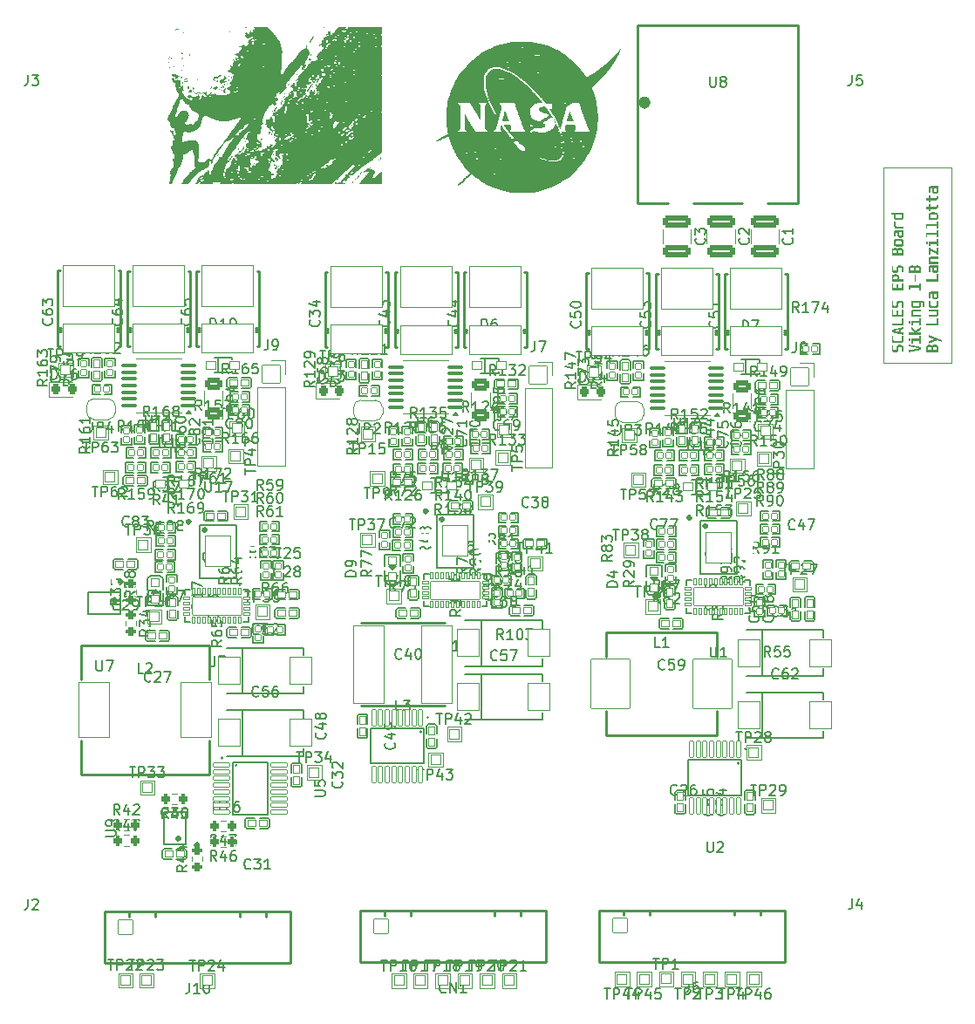
<source format=gbr>
%TF.GenerationSoftware,KiCad,Pcbnew,9.0.0*%
%TF.CreationDate,2025-06-20T14:28:13-07:00*%
%TF.ProjectId,EPS_Scales_RevE,4550535f-5363-4616-9c65-735f52657645,rev?*%
%TF.SameCoordinates,Original*%
%TF.FileFunction,Legend,Top*%
%TF.FilePolarity,Positive*%
%FSLAX46Y46*%
G04 Gerber Fmt 4.6, Leading zero omitted, Abs format (unit mm)*
G04 Created by KiCad (PCBNEW 9.0.0) date 2025-06-20 14:28:13*
%MOMM*%
%LPD*%
G01*
G04 APERTURE LIST*
G04 Aperture macros list*
%AMRoundRect*
0 Rectangle with rounded corners*
0 $1 Rounding radius*
0 $2 $3 $4 $5 $6 $7 $8 $9 X,Y pos of 4 corners*
0 Add a 4 corners polygon primitive as box body*
4,1,4,$2,$3,$4,$5,$6,$7,$8,$9,$2,$3,0*
0 Add four circle primitives for the rounded corners*
1,1,$1+$1,$2,$3*
1,1,$1+$1,$4,$5*
1,1,$1+$1,$6,$7*
1,1,$1+$1,$8,$9*
0 Add four rect primitives between the rounded corners*
20,1,$1+$1,$2,$3,$4,$5,0*
20,1,$1+$1,$4,$5,$6,$7,0*
20,1,$1+$1,$6,$7,$8,$9,0*
20,1,$1+$1,$8,$9,$2,$3,0*%
%AMFreePoly0*
4,1,43,0.507071,0.757071,0.510000,0.750000,0.510000,-0.750000,0.507071,-0.757071,0.500000,-0.760000,0.000000,-0.760000,-0.007071,-0.757071,-0.007630,-0.755722,-0.065263,-0.755722,-0.067851,-0.755381,-0.193930,-0.721599,-0.196342,-0.720600,-0.309381,-0.655337,-0.311452,-0.653748,-0.403748,-0.561452,-0.405337,-0.559381,-0.470600,-0.446342,-0.471599,-0.443930,-0.505381,-0.317851,-0.505722,-0.315263,
-0.505722,-0.257629,-0.507071,-0.257071,-0.510000,-0.250000,-0.510000,0.250000,-0.507071,0.257071,-0.505722,0.257629,-0.505722,0.315263,-0.505381,0.317851,-0.471599,0.443930,-0.470600,0.446342,-0.405337,0.559381,-0.403748,0.561452,-0.311452,0.653748,-0.309381,0.655337,-0.196342,0.720600,-0.193930,0.721599,-0.067851,0.755381,-0.065263,0.755722,-0.007630,0.755722,-0.007071,0.757071,
0.000000,0.760000,0.500000,0.760000,0.507071,0.757071,0.507071,0.757071,$1*%
%AMFreePoly1*
4,1,43,0.007071,0.757071,0.007630,0.755722,0.065263,0.755722,0.067851,0.755381,0.193930,0.721599,0.196342,0.720600,0.309381,0.655337,0.311452,0.653748,0.403748,0.561452,0.405337,0.559381,0.470600,0.446342,0.471599,0.443930,0.505381,0.317851,0.505722,0.315263,0.505722,0.257629,0.507071,0.257071,0.510000,0.250000,0.510000,-0.250000,0.507071,-0.257071,0.505722,-0.257629,
0.505722,-0.315263,0.505381,-0.317851,0.471599,-0.443930,0.470600,-0.446342,0.405337,-0.559381,0.403748,-0.561452,0.311452,-0.653748,0.309381,-0.655337,0.196342,-0.720600,0.193930,-0.721599,0.067851,-0.755381,0.065263,-0.755722,0.007630,-0.755722,0.007071,-0.757071,0.000000,-0.760000,-0.500000,-0.760000,-0.507071,-0.757071,-0.510000,-0.750000,-0.510000,0.750000,-0.507071,0.757071,
-0.500000,0.760000,0.000000,0.760000,0.007071,0.757071,0.007071,0.757071,$1*%
G04 Aperture macros list end*
%ADD10C,0.025000*%
%ADD11C,0.100000*%
%ADD12C,0.150000*%
%ADD13C,0.300000*%
%ADD14C,0.120000*%
%ADD15C,0.250000*%
%ADD16C,0.000000*%
%ADD17C,0.600000*%
%ADD18RoundRect,0.010000X-0.500000X0.500000X-0.500000X-0.500000X0.500000X-0.500000X0.500000X0.500000X0*%
%ADD19RoundRect,0.010000X-0.285000X-0.270000X0.285000X-0.270000X0.285000X0.270000X-0.285000X0.270000X0*%
%ADD20RoundRect,0.010000X-0.500000X-0.500000X0.500000X-0.500000X0.500000X0.500000X-0.500000X0.500000X0*%
%ADD21RoundRect,0.010000X0.500000X0.500000X-0.500000X0.500000X-0.500000X-0.500000X0.500000X-0.500000X0*%
%ADD22RoundRect,0.010000X-0.270000X0.395000X-0.270000X-0.395000X0.270000X-0.395000X0.270000X0.395000X0*%
%ADD23RoundRect,0.010000X0.270000X-0.285000X0.270000X0.285000X-0.270000X0.285000X-0.270000X-0.285000X0*%
%ADD24RoundRect,0.010000X-0.395000X-0.270000X0.395000X-0.270000X0.395000X0.270000X-0.395000X0.270000X0*%
%ADD25C,4.720000*%
%ADD26RoundRect,0.010000X-0.270000X0.285000X-0.270000X-0.285000X0.270000X-0.285000X0.270000X0.285000X0*%
%ADD27RoundRect,0.223750X-0.223750X-0.261250X0.223750X-0.261250X0.223750X0.261250X-0.223750X0.261250X0*%
%ADD28RoundRect,0.010000X0.395000X0.270000X-0.395000X0.270000X-0.395000X-0.270000X0.395000X-0.270000X0*%
%ADD29RoundRect,0.010000X0.700000X0.700000X-0.700000X0.700000X-0.700000X-0.700000X0.700000X-0.700000X0*%
%ADD30C,1.420000*%
%ADD31RoundRect,0.105000X0.642500X0.105000X-0.642500X0.105000X-0.642500X-0.105000X0.642500X-0.105000X0*%
%ADD32RoundRect,0.010000X0.285000X0.270000X-0.285000X0.270000X-0.285000X-0.270000X0.285000X-0.270000X0*%
%ADD33RoundRect,0.010000X-0.500000X-0.375000X0.500000X-0.375000X0.500000X0.375000X-0.500000X0.375000X0*%
%ADD34RoundRect,0.010000X-2.500000X1.400000X-2.500000X-1.400000X2.500000X-1.400000X2.500000X1.400000X0*%
%ADD35RoundRect,0.010000X-2.500000X2.000000X-2.500000X-2.000000X2.500000X-2.000000X2.500000X2.000000X0*%
%ADD36RoundRect,0.254444X-0.630556X0.318056X-0.630556X-0.318056X0.630556X-0.318056X0.630556X0.318056X0*%
%ADD37RoundRect,0.010000X1.510000X3.750000X-1.510000X3.750000X-1.510000X-3.750000X1.510000X-3.750000X0*%
%ADD38RoundRect,0.010000X-0.400000X-0.400000X0.400000X-0.400000X0.400000X0.400000X-0.400000X0.400000X0*%
%ADD39RoundRect,0.205000X-0.205000X-0.280000X0.205000X-0.280000X0.205000X0.280000X-0.205000X0.280000X0*%
%ADD40RoundRect,0.254347X-1.105653X0.330653X-1.105653X-0.330653X1.105653X-0.330653X1.105653X0.330653X0*%
%ADD41O,1.770000X0.360000*%
%ADD42RoundRect,0.010000X-1.250000X-1.450000X1.250000X-1.450000X1.250000X1.450000X-1.250000X1.450000X0*%
%ADD43FreePoly0,180.000000*%
%ADD44FreePoly1,180.000000*%
%ADD45RoundRect,0.010000X0.270000X-0.395000X0.270000X0.395000X-0.270000X0.395000X-0.270000X-0.395000X0*%
%ADD46RoundRect,0.010000X-0.850000X-0.850000X0.850000X-0.850000X0.850000X0.850000X-0.850000X0.850000X0*%
%ADD47O,1.720000X1.720000*%
%ADD48RoundRect,0.205000X0.280000X-0.205000X0.280000X0.205000X-0.280000X0.205000X-0.280000X-0.205000X0*%
%ADD49RoundRect,0.010000X0.140000X0.290000X-0.140000X0.290000X-0.140000X-0.290000X0.140000X-0.290000X0*%
%ADD50RoundRect,0.010000X2.375000X0.850000X-2.375000X0.850000X-2.375000X-0.850000X2.375000X-0.850000X0*%
%ADD51RoundRect,0.010000X0.290000X0.140000X-0.290000X0.140000X-0.290000X-0.140000X0.290000X-0.140000X0*%
%ADD52RoundRect,0.205000X0.205000X0.280000X-0.205000X0.280000X-0.205000X-0.280000X0.205000X-0.280000X0*%
%ADD53RoundRect,0.010000X-1.900000X-2.400000X1.900000X-2.400000X1.900000X2.400000X-1.900000X2.400000X0*%
%ADD54RoundRect,0.010000X0.180000X0.780000X-0.180000X0.780000X-0.180000X-0.780000X0.180000X-0.780000X0*%
%ADD55RoundRect,0.010000X1.095000X1.295000X-1.095000X1.295000X-1.095000X-1.295000X1.095000X-1.295000X0*%
%ADD56RoundRect,0.205000X-0.280000X0.205000X-0.280000X-0.205000X0.280000X-0.205000X0.280000X0.205000X0*%
%ADD57O,1.320000X2.220000*%
%ADD58C,3.820000*%
%ADD59RoundRect,0.010000X-1.450000X-2.700000X1.450000X-2.700000X1.450000X2.700000X-1.450000X2.700000X0*%
%ADD60RoundRect,0.010000X-0.780000X0.180000X-0.780000X-0.180000X0.780000X-0.180000X0.780000X0.180000X0*%
%ADD61RoundRect,0.010000X0.400000X0.400000X-0.400000X0.400000X-0.400000X-0.400000X0.400000X-0.400000X0*%
%ADD62O,1.470000X0.400000*%
%ADD63O,0.300000X1.640000*%
G04 APERTURE END LIST*
D10*
G36*
X243544483Y-59333691D02*
G01*
X243685777Y-59333691D01*
X243685777Y-59701643D01*
X243688994Y-59724242D01*
X243698417Y-59743653D01*
X243713120Y-59760120D01*
X243733404Y-59774428D01*
X243756909Y-59785274D01*
X243784451Y-59793295D01*
X243845268Y-59799585D01*
X243893238Y-59796263D01*
X243931837Y-59787119D01*
X243962809Y-59773023D01*
X243988424Y-59752429D01*
X244002763Y-59729023D01*
X244007567Y-59701643D01*
X244007567Y-59512782D01*
X244013742Y-59458016D01*
X244031381Y-59412093D01*
X244059556Y-59372347D01*
X244097143Y-59339309D01*
X244142146Y-59314049D01*
X244197160Y-59295284D01*
X244256728Y-59284374D01*
X244323739Y-59280569D01*
X244396293Y-59284721D01*
X244461553Y-59296689D01*
X244522282Y-59316534D01*
X244572745Y-59342118D01*
X244615860Y-59374875D01*
X244647605Y-59412093D01*
X244668073Y-59454733D01*
X244674900Y-59501608D01*
X244674900Y-59968845D01*
X244536414Y-59968845D01*
X244536414Y-59592528D01*
X244532725Y-59568683D01*
X244521759Y-59547770D01*
X244504832Y-59529911D01*
X244481887Y-59514187D01*
X244455136Y-59502217D01*
X244422413Y-59493243D01*
X244348957Y-59486221D01*
X244304516Y-59488319D01*
X244270555Y-59493915D01*
X244241010Y-59504766D01*
X244219509Y-59520476D01*
X244203576Y-59541775D01*
X244192276Y-59570180D01*
X244186185Y-59603092D01*
X244183849Y-59648520D01*
X244183849Y-59770214D01*
X244177893Y-59825236D01*
X244160768Y-59872369D01*
X244133195Y-59913397D01*
X244096410Y-59947229D01*
X244052043Y-59973180D01*
X243997797Y-59992659D01*
X243938582Y-60004039D01*
X243870486Y-60008046D01*
X243804550Y-60004114D01*
X243743846Y-59992659D01*
X243687172Y-59973679D01*
X243640348Y-59949306D01*
X243600407Y-59917924D01*
X243570372Y-59881406D01*
X243551001Y-59839431D01*
X243544483Y-59792624D01*
X243544483Y-59333691D01*
G37*
G36*
X243544483Y-58453684D02*
G01*
X243685777Y-58453684D01*
X243685777Y-58816019D01*
X243689305Y-58838526D01*
X243699760Y-58858028D01*
X243715679Y-58874657D01*
X243736885Y-58889475D01*
X243761314Y-58900995D01*
X243790740Y-58909808D01*
X243855098Y-58916769D01*
X244368497Y-58916769D01*
X244430779Y-58909808D01*
X244484634Y-58890207D01*
X244506274Y-58875748D01*
X244522431Y-58858700D01*
X244532906Y-58838633D01*
X244536414Y-58816019D01*
X244536414Y-58453684D01*
X244674900Y-58453684D01*
X244674900Y-58909747D01*
X244668864Y-58956636D01*
X244651147Y-58997919D01*
X244623307Y-59033929D01*
X244586056Y-59065085D01*
X244542033Y-59089496D01*
X244488848Y-59108438D01*
X244431525Y-59119881D01*
X244368497Y-59123826D01*
X243855098Y-59123826D01*
X243790752Y-59119870D01*
X243732672Y-59108438D01*
X243678802Y-59089326D01*
X243634059Y-59064353D01*
X243596187Y-59032603D01*
X243568296Y-58996514D01*
X243550490Y-58955417D01*
X243544483Y-58909747D01*
X243544483Y-58453684D01*
G37*
G36*
X244674900Y-57773712D02*
G01*
X244438472Y-57810105D01*
X244438472Y-58059110D01*
X244674900Y-58092693D01*
X244674900Y-58310924D01*
X243544483Y-58077306D01*
X243544483Y-57923433D01*
X243685777Y-57923433D01*
X243685777Y-57945781D01*
X244297178Y-58038105D01*
X244297178Y-57831048D01*
X243685777Y-57923433D01*
X243544483Y-57923433D01*
X243544483Y-57791908D01*
X244674900Y-57556886D01*
X244674900Y-57773712D01*
G37*
G36*
X243544483Y-57222456D02*
G01*
X244536414Y-57222456D01*
X244536414Y-56721575D01*
X244674900Y-56721575D01*
X244674900Y-57439283D01*
X243544483Y-57439283D01*
X243544483Y-57222456D01*
G37*
G36*
X243544483Y-55877960D02*
G01*
X243685777Y-55877960D01*
X243685777Y-56350815D01*
X244038342Y-56350815D01*
X244038342Y-56006676D01*
X244176827Y-56006676D01*
X244176827Y-56350815D01*
X244536414Y-56350815D01*
X244536414Y-55877960D01*
X244674900Y-55877960D01*
X244674900Y-56570450D01*
X243544483Y-56570450D01*
X243544483Y-55877960D01*
G37*
G36*
X243544483Y-55059442D02*
G01*
X243685777Y-55059442D01*
X243685777Y-55427393D01*
X243688994Y-55449992D01*
X243698417Y-55469403D01*
X243713120Y-55485870D01*
X243733404Y-55500178D01*
X243756909Y-55511024D01*
X243784451Y-55519046D01*
X243845268Y-55525335D01*
X243893238Y-55522014D01*
X243931837Y-55512870D01*
X243962809Y-55498773D01*
X243988424Y-55478179D01*
X244002763Y-55454773D01*
X244007567Y-55427393D01*
X244007567Y-55238533D01*
X244013742Y-55183766D01*
X244031381Y-55137844D01*
X244059556Y-55098097D01*
X244097143Y-55065059D01*
X244142146Y-55039799D01*
X244197160Y-55021034D01*
X244256728Y-55010124D01*
X244323739Y-55006319D01*
X244396293Y-55010471D01*
X244461553Y-55022439D01*
X244522282Y-55042284D01*
X244572745Y-55067868D01*
X244615860Y-55100625D01*
X244647605Y-55137844D01*
X244668073Y-55180484D01*
X244674900Y-55227359D01*
X244674900Y-55694595D01*
X244536414Y-55694595D01*
X244536414Y-55318278D01*
X244532725Y-55294433D01*
X244521759Y-55273520D01*
X244504832Y-55255661D01*
X244481887Y-55239937D01*
X244455136Y-55227967D01*
X244422413Y-55218993D01*
X244348957Y-55211971D01*
X244304516Y-55214069D01*
X244270555Y-55219665D01*
X244241010Y-55230516D01*
X244219509Y-55246226D01*
X244203576Y-55267525D01*
X244192276Y-55295930D01*
X244186185Y-55328842D01*
X244183849Y-55374271D01*
X244183849Y-55495965D01*
X244177893Y-55550986D01*
X244160768Y-55598119D01*
X244133195Y-55639147D01*
X244096410Y-55672980D01*
X244052043Y-55698930D01*
X243997797Y-55718409D01*
X243938582Y-55729789D01*
X243870486Y-55733796D01*
X243804550Y-55729865D01*
X243743846Y-55718409D01*
X243687172Y-55699430D01*
X243640348Y-55675056D01*
X243600407Y-55643674D01*
X243570372Y-55607156D01*
X243551001Y-55565181D01*
X243544483Y-55518374D01*
X243544483Y-55059442D01*
G37*
G36*
X243544483Y-53313411D02*
G01*
X243685777Y-53313411D01*
X243685777Y-53786265D01*
X244038342Y-53786265D01*
X244038342Y-53442127D01*
X244176827Y-53442127D01*
X244176827Y-53786265D01*
X244536414Y-53786265D01*
X244536414Y-53313411D01*
X244674900Y-53313411D01*
X244674900Y-54005900D01*
X243544483Y-54005900D01*
X243544483Y-53313411D01*
G37*
G36*
X243972347Y-52447151D02*
G01*
X244036937Y-52458561D01*
X244096956Y-52477597D01*
X244146053Y-52501914D01*
X244187711Y-52533390D01*
X244218104Y-52569752D01*
X244237474Y-52611736D01*
X244243994Y-52658595D01*
X244243994Y-52951015D01*
X244674900Y-52951015D01*
X244674900Y-53167842D01*
X243544483Y-53167842D01*
X243544483Y-52750919D01*
X243685777Y-52750919D01*
X243685777Y-52951015D01*
X244101295Y-52951015D01*
X244101295Y-52750919D01*
X244094959Y-52718573D01*
X244076140Y-52692648D01*
X244041789Y-52671558D01*
X243985198Y-52656327D01*
X243897047Y-52650230D01*
X243805373Y-52656404D01*
X243746767Y-52671788D01*
X243711420Y-52692983D01*
X243692207Y-52718851D01*
X243685777Y-52750919D01*
X243544483Y-52750919D01*
X243544483Y-52658595D01*
X243551599Y-52613129D01*
X243573181Y-52571157D01*
X243606125Y-52534800D01*
X243650118Y-52503318D01*
X243701241Y-52478847D01*
X243763446Y-52459293D01*
X243829540Y-52447265D01*
X243899856Y-52443173D01*
X243972347Y-52447151D01*
G37*
G36*
X243544483Y-51640042D02*
G01*
X243685777Y-51640042D01*
X243685777Y-52007994D01*
X243688994Y-52030592D01*
X243698417Y-52050003D01*
X243713120Y-52066470D01*
X243733404Y-52080778D01*
X243756909Y-52091624D01*
X243784451Y-52099646D01*
X243845268Y-52105935D01*
X243893238Y-52102614D01*
X243931837Y-52093470D01*
X243962809Y-52079374D01*
X243988424Y-52058779D01*
X244002763Y-52035373D01*
X244007567Y-52007994D01*
X244007567Y-51819133D01*
X244013742Y-51764366D01*
X244031381Y-51718444D01*
X244059556Y-51678697D01*
X244097143Y-51645659D01*
X244142146Y-51620399D01*
X244197160Y-51601635D01*
X244256728Y-51590725D01*
X244323739Y-51586919D01*
X244396293Y-51591071D01*
X244461553Y-51603039D01*
X244522282Y-51622884D01*
X244572745Y-51648468D01*
X244615860Y-51681225D01*
X244647605Y-51718444D01*
X244668073Y-51761084D01*
X244674900Y-51807959D01*
X244674900Y-52275195D01*
X244536414Y-52275195D01*
X244536414Y-51898878D01*
X244532725Y-51875033D01*
X244521759Y-51854121D01*
X244504832Y-51836262D01*
X244481887Y-51820537D01*
X244455136Y-51808567D01*
X244422413Y-51799593D01*
X244348957Y-51792571D01*
X244304516Y-51794669D01*
X244270555Y-51800265D01*
X244241010Y-51811117D01*
X244219509Y-51826826D01*
X244203576Y-51848125D01*
X244192276Y-51876530D01*
X244186185Y-51909443D01*
X244183849Y-51954871D01*
X244183849Y-52076565D01*
X244177893Y-52131586D01*
X244160768Y-52178719D01*
X244133195Y-52219747D01*
X244096410Y-52253580D01*
X244052043Y-52279530D01*
X243997797Y-52299009D01*
X243938582Y-52310389D01*
X243870486Y-52314396D01*
X243804550Y-52310465D01*
X243743846Y-52299009D01*
X243687172Y-52280030D01*
X243640348Y-52255656D01*
X243600407Y-52224274D01*
X243570372Y-52187756D01*
X243551001Y-52145781D01*
X243544483Y-52098974D01*
X243544483Y-51640042D01*
G37*
G36*
X244424392Y-49874163D02*
G01*
X244483230Y-49885584D01*
X244537794Y-49904694D01*
X244583247Y-49929670D01*
X244621769Y-49961561D01*
X244650414Y-49998241D01*
X244668709Y-50040138D01*
X244674900Y-50087085D01*
X244674900Y-50610314D01*
X243544483Y-50610314D01*
X243544483Y-50196200D01*
X243685777Y-50196200D01*
X243685777Y-50393426D01*
X244029976Y-50393426D01*
X244029976Y-50196200D01*
X244026787Y-50178004D01*
X244171271Y-50178004D01*
X244171271Y-50393426D01*
X244536414Y-50393426D01*
X244536414Y-50178004D01*
X244531144Y-50151045D01*
X244515048Y-50127401D01*
X244485367Y-50105952D01*
X244450216Y-50091516D01*
X244406304Y-50082091D01*
X244351705Y-50078658D01*
X244281119Y-50085680D01*
X244249627Y-50094473D01*
X244223722Y-50105952D01*
X244201396Y-50120822D01*
X244185254Y-50137399D01*
X244174746Y-50156709D01*
X244171271Y-50178004D01*
X244026787Y-50178004D01*
X244024237Y-50163456D01*
X244007643Y-50137978D01*
X243978445Y-50117945D01*
X243931809Y-50103833D01*
X243860655Y-50098259D01*
X243804855Y-50101572D01*
X243762672Y-50110406D01*
X243731267Y-50123477D01*
X243705445Y-50143336D01*
X243690779Y-50167117D01*
X243685777Y-50196200D01*
X243544483Y-50196200D01*
X243544483Y-50106624D01*
X243550514Y-50059637D01*
X243568296Y-50017781D01*
X243596246Y-49981101D01*
X243634059Y-49949271D01*
X243678802Y-49924297D01*
X243732672Y-49905185D01*
X243790752Y-49893753D01*
X243855098Y-49889797D01*
X243932893Y-49895772D01*
X243994988Y-49912207D01*
X244031834Y-49930324D01*
X244063341Y-49954428D01*
X244090121Y-49984930D01*
X244108558Y-49961453D01*
X244135611Y-49938768D01*
X244166936Y-49919335D01*
X244202045Y-49902376D01*
X244239305Y-49888839D01*
X244279654Y-49878623D01*
X244320597Y-49872247D01*
X244358727Y-49870197D01*
X244424392Y-49874163D01*
G37*
G36*
X244460281Y-49006422D02*
G01*
X244519622Y-49016080D01*
X244571589Y-49033867D01*
X244609870Y-49058028D01*
X244639273Y-49090377D01*
X244659512Y-49130813D01*
X244670796Y-49177159D01*
X244674900Y-49234982D01*
X244674900Y-49534424D01*
X244670761Y-49594826D01*
X244659512Y-49642135D01*
X244639199Y-49683001D01*
X244609870Y-49714859D01*
X244571638Y-49738316D01*
X244519622Y-49755464D01*
X244460302Y-49764588D01*
X244381075Y-49768042D01*
X244070521Y-49768042D01*
X243992538Y-49764602D01*
X243933439Y-49755464D01*
X243881380Y-49738311D01*
X243843192Y-49714859D01*
X243813814Y-49682996D01*
X243793488Y-49642135D01*
X243782239Y-49594826D01*
X243778101Y-49534424D01*
X243778101Y-49309171D01*
X243919456Y-49309171D01*
X243919456Y-49463044D01*
X243923757Y-49492628D01*
X243935603Y-49514092D01*
X243955116Y-49529539D01*
X243996657Y-49542796D01*
X244070521Y-49548407D01*
X244378328Y-49548407D01*
X244456056Y-49542772D01*
X244499350Y-49529539D01*
X244519729Y-49513981D01*
X244531988Y-49492498D01*
X244536414Y-49463044D01*
X244536414Y-49309171D01*
X244531925Y-49278812D01*
X244519619Y-49257187D01*
X244499350Y-49242004D01*
X244456424Y-49229208D01*
X244381075Y-49223808D01*
X244070521Y-49223808D01*
X243996608Y-49229228D01*
X243955116Y-49242004D01*
X243935711Y-49257074D01*
X243923819Y-49278678D01*
X243919456Y-49309171D01*
X243778101Y-49309171D01*
X243778101Y-49234982D01*
X243782220Y-49177242D01*
X243793488Y-49131484D01*
X243813693Y-49091671D01*
X243843192Y-49059433D01*
X243881411Y-49035115D01*
X243933439Y-49016751D01*
X243992584Y-49006588D01*
X244070521Y-49002769D01*
X244381075Y-49002769D01*
X244460281Y-49006422D01*
G37*
G36*
X244674900Y-48701922D02*
G01*
X244669600Y-48745018D01*
X244653956Y-48783805D01*
X244629210Y-48818121D01*
X244595887Y-48848163D01*
X244556064Y-48871893D01*
X244507715Y-48890112D01*
X244455252Y-48900988D01*
X244396524Y-48904766D01*
X244338887Y-48901022D01*
X244286004Y-48890112D01*
X244236810Y-48871920D01*
X244195756Y-48848163D01*
X244161140Y-48818055D01*
X244135611Y-48783805D01*
X244119361Y-48744972D01*
X244113874Y-48701922D01*
X244113874Y-48549454D01*
X244251016Y-48549454D01*
X244252966Y-48590870D01*
X244258038Y-48620773D01*
X244267635Y-48646432D01*
X244281119Y-48664859D01*
X244299119Y-48678300D01*
X244322396Y-48687268D01*
X244348979Y-48691841D01*
X244383884Y-48693557D01*
X244465460Y-48687896D01*
X244509445Y-48674753D01*
X244530168Y-48657933D01*
X244536414Y-48637564D01*
X244536414Y-48374576D01*
X244251016Y-48374576D01*
X244251016Y-48549454D01*
X244113874Y-48549454D01*
X244113874Y-48373172D01*
X244036937Y-48373172D01*
X243973454Y-48379006D01*
X243943270Y-48392039D01*
X243930768Y-48406409D01*
X243922563Y-48427308D01*
X243919456Y-48457130D01*
X243919456Y-48791437D01*
X243778101Y-48791437D01*
X243778101Y-48389963D01*
X243781550Y-48328252D01*
X243790740Y-48281519D01*
X243808284Y-48241085D01*
X243834826Y-48209468D01*
X243870387Y-48186064D01*
X243920128Y-48168923D01*
X243977408Y-48159772D01*
X244055133Y-48156284D01*
X244674900Y-48156284D01*
X244674900Y-48701922D01*
G37*
G36*
X243919456Y-47337826D02*
G01*
X243919456Y-47665234D01*
X243924341Y-47731668D01*
X243932433Y-47755191D01*
X243946018Y-47772273D01*
X243965543Y-47783964D01*
X243995721Y-47791812D01*
X244084503Y-47796697D01*
X244674900Y-47796697D01*
X244674900Y-48013585D01*
X244050920Y-48013585D01*
X243978559Y-48007965D01*
X243921653Y-47992589D01*
X243877070Y-47968924D01*
X243842459Y-47937320D01*
X243816101Y-47897984D01*
X243796004Y-47848536D01*
X243782880Y-47786765D01*
X243778101Y-47709991D01*
X243778101Y-47337826D01*
X243919456Y-47337826D01*
G37*
G36*
X244674900Y-46948869D02*
G01*
X244670235Y-47007822D01*
X244657436Y-47054504D01*
X244634831Y-47094565D01*
X244602176Y-47126556D01*
X244560573Y-47150167D01*
X244504906Y-47167833D01*
X244442353Y-47177484D01*
X244361536Y-47181083D01*
X244091525Y-47181083D01*
X244010655Y-47177483D01*
X243948094Y-47167833D01*
X243892437Y-47150164D01*
X243850885Y-47126556D01*
X243818194Y-47094559D01*
X243795625Y-47054504D01*
X243782781Y-47007819D01*
X243778101Y-46948869D01*
X243778101Y-46880298D01*
X243919456Y-46880298D01*
X243921147Y-46903102D01*
X243925746Y-46920904D01*
X243934647Y-46935896D01*
X243949559Y-46948198D01*
X243968829Y-46956875D01*
X243996393Y-46963585D01*
X244071925Y-46968470D01*
X244284599Y-46968470D01*
X244364206Y-46966481D01*
X244418200Y-46961448D01*
X244464361Y-46951069D01*
X244494465Y-46936963D01*
X244516314Y-46916165D01*
X244528720Y-46888725D01*
X244534279Y-46855836D01*
X244536414Y-46810384D01*
X244536414Y-46676050D01*
X243919456Y-46676050D01*
X243919456Y-46880298D01*
X243778101Y-46880298D01*
X243778101Y-46676050D01*
X243492703Y-46676050D01*
X243492703Y-46459224D01*
X244674900Y-46459224D01*
X244674900Y-46948869D01*
G37*
G36*
X245224483Y-59810759D02*
G01*
X246128242Y-59656886D01*
X246128242Y-59634476D01*
X245224483Y-59459599D01*
X245224483Y-59260968D01*
X246354900Y-59521209D01*
X246354900Y-59787006D01*
X245224483Y-60026242D01*
X245224483Y-59810759D01*
G37*
G36*
X245172703Y-58659337D02*
G01*
X245346177Y-58659337D01*
X245346177Y-58915364D01*
X245172703Y-58915364D01*
X245172703Y-58659337D01*
G37*
G36*
X245458101Y-58678937D02*
G01*
X246216414Y-58678937D01*
X246216414Y-58435488D01*
X246354900Y-58435488D01*
X246354900Y-59143426D01*
X246216414Y-59143426D01*
X246216414Y-58895764D01*
X245599456Y-58895764D01*
X245599456Y-59143426D01*
X245458101Y-59143426D01*
X245458101Y-58678937D01*
G37*
G36*
X245172703Y-58096907D02*
G01*
X245768717Y-58096907D01*
X245768717Y-58082924D01*
X245458101Y-57810105D01*
X245458101Y-57583447D01*
X245869467Y-57936012D01*
X246354900Y-57549864D01*
X246354900Y-57801678D01*
X245978582Y-58085672D01*
X245978582Y-58096907D01*
X246354900Y-58096907D01*
X246354900Y-58316542D01*
X245172703Y-58316542D01*
X245172703Y-58096907D01*
G37*
G36*
X245172703Y-56949637D02*
G01*
X245346177Y-56949637D01*
X245346177Y-57205665D01*
X245172703Y-57205665D01*
X245172703Y-56949637D01*
G37*
G36*
X245458101Y-56969237D02*
G01*
X246216414Y-56969237D01*
X246216414Y-56725788D01*
X246354900Y-56725788D01*
X246354900Y-57433726D01*
X246216414Y-57433726D01*
X246216414Y-57186064D01*
X245599456Y-57186064D01*
X245599456Y-57433726D01*
X245458101Y-57433726D01*
X245458101Y-56969237D01*
G37*
G36*
X245458101Y-56090574D02*
G01*
X245461532Y-56030114D01*
X245470740Y-55983595D01*
X245488313Y-55943285D01*
X245514826Y-55912215D01*
X245550325Y-55889333D01*
X245600128Y-55872343D01*
X245657407Y-55863235D01*
X245735133Y-55859764D01*
X246354900Y-55859764D01*
X246354900Y-56073782D01*
X245750521Y-56073782D01*
X245676393Y-56077995D01*
X245648945Y-56084178D01*
X245630231Y-56092711D01*
X245615720Y-56104770D01*
X245606478Y-56119272D01*
X245601324Y-56136316D01*
X245599456Y-56157741D01*
X245599456Y-56373224D01*
X246354900Y-56373224D01*
X246354900Y-56590050D01*
X245458101Y-56590050D01*
X245458101Y-56090574D01*
G37*
G36*
X246481515Y-55009788D02*
G01*
X246540951Y-55018897D01*
X246593004Y-55036017D01*
X246631199Y-55059503D01*
X246660464Y-55091162D01*
X246680170Y-55130822D01*
X246690892Y-55176859D01*
X246694886Y-55237128D01*
X246694886Y-55588288D01*
X246554934Y-55588288D01*
X246554934Y-55396619D01*
X246550721Y-55307837D01*
X246543469Y-55276113D01*
X246531853Y-55254653D01*
X246514472Y-55238985D01*
X246489905Y-55228763D01*
X246460075Y-55223744D01*
X246415044Y-55221741D01*
X246354900Y-55221741D01*
X246354900Y-55500178D01*
X246350761Y-55560580D01*
X246339512Y-55607889D01*
X246319201Y-55648766D01*
X246289870Y-55680673D01*
X246251636Y-55704118D01*
X246199622Y-55721218D01*
X246140302Y-55730342D01*
X246061075Y-55733796D01*
X245751925Y-55733796D01*
X245672659Y-55729972D01*
X245612707Y-55719813D01*
X245560029Y-55701581D01*
X245521787Y-55677864D01*
X245492562Y-55646051D01*
X245472816Y-55605813D01*
X245462054Y-55559291D01*
X245458101Y-55500178D01*
X245458101Y-55371462D01*
X245599456Y-55371462D01*
X245604341Y-55444185D01*
X245611986Y-55470040D01*
X245623942Y-55488943D01*
X245641050Y-55502820D01*
X245665219Y-55512085D01*
X245693876Y-55516605D01*
X245735133Y-55518374D01*
X246073715Y-55518374D01*
X246148262Y-55512997D01*
X246185639Y-55500911D01*
X246201913Y-55486552D01*
X246212416Y-55464482D01*
X246216414Y-55431607D01*
X246216414Y-55221741D01*
X245599456Y-55221741D01*
X245599456Y-55371462D01*
X245458101Y-55371462D01*
X245458101Y-55006319D01*
X246401061Y-55006319D01*
X246481515Y-55009788D01*
G37*
G36*
X245224483Y-53542816D02*
G01*
X246216414Y-53542816D01*
X246216414Y-53303580D01*
X246354900Y-53303580D01*
X246354900Y-54017074D01*
X246216414Y-54017074D01*
X246216414Y-53758299D01*
X245368586Y-53758299D01*
X245368586Y-53924750D01*
X245224483Y-53924750D01*
X245224483Y-53542816D01*
G37*
G36*
X245758886Y-52457156D02*
G01*
X245901646Y-52457156D01*
X245901646Y-53153859D01*
X245758886Y-53153859D01*
X245758886Y-52457156D01*
G37*
G36*
X246104392Y-51583863D02*
G01*
X246163230Y-51595284D01*
X246217794Y-51614394D01*
X246263247Y-51639370D01*
X246301769Y-51671261D01*
X246330414Y-51707941D01*
X246348709Y-51749838D01*
X246354900Y-51796785D01*
X246354900Y-52320014D01*
X245224483Y-52320014D01*
X245224483Y-51905900D01*
X245365777Y-51905900D01*
X245365777Y-52103126D01*
X245709976Y-52103126D01*
X245709976Y-51905900D01*
X245706787Y-51887704D01*
X245851271Y-51887704D01*
X245851271Y-52103126D01*
X246216414Y-52103126D01*
X246216414Y-51887704D01*
X246211144Y-51860745D01*
X246195048Y-51837101D01*
X246165367Y-51815652D01*
X246130216Y-51801216D01*
X246086304Y-51791791D01*
X246031705Y-51788358D01*
X245961119Y-51795380D01*
X245929627Y-51804173D01*
X245903722Y-51815652D01*
X245881396Y-51830522D01*
X245865254Y-51847099D01*
X245854746Y-51866409D01*
X245851271Y-51887704D01*
X245706787Y-51887704D01*
X245704237Y-51873156D01*
X245687643Y-51847678D01*
X245658445Y-51827645D01*
X245611809Y-51813533D01*
X245540655Y-51807959D01*
X245484855Y-51811272D01*
X245442672Y-51820106D01*
X245411267Y-51833177D01*
X245385445Y-51853036D01*
X245370779Y-51876817D01*
X245365777Y-51905900D01*
X245224483Y-51905900D01*
X245224483Y-51816324D01*
X245230514Y-51769337D01*
X245248296Y-51727481D01*
X245276246Y-51690801D01*
X245314059Y-51658971D01*
X245358802Y-51633997D01*
X245412672Y-51614885D01*
X245470752Y-51603453D01*
X245535098Y-51599497D01*
X245612893Y-51605471D01*
X245674988Y-51621907D01*
X245711834Y-51640024D01*
X245743341Y-51664128D01*
X245770121Y-51694630D01*
X245788558Y-51671153D01*
X245815611Y-51648468D01*
X245846936Y-51629035D01*
X245882045Y-51612076D01*
X245919305Y-51598539D01*
X245959654Y-51588323D01*
X246000597Y-51581947D01*
X246038727Y-51579897D01*
X246104392Y-51583863D01*
G37*
G36*
X247784392Y-59277513D02*
G01*
X247843230Y-59288934D01*
X247897794Y-59308044D01*
X247943247Y-59333020D01*
X247981769Y-59364910D01*
X248010414Y-59401591D01*
X248028709Y-59443488D01*
X248034900Y-59490434D01*
X248034900Y-60013663D01*
X246904483Y-60013663D01*
X246904483Y-59599550D01*
X247045777Y-59599550D01*
X247045777Y-59796776D01*
X247389976Y-59796776D01*
X247389976Y-59599550D01*
X247386787Y-59581354D01*
X247531271Y-59581354D01*
X247531271Y-59796776D01*
X247896414Y-59796776D01*
X247896414Y-59581354D01*
X247891144Y-59554395D01*
X247875048Y-59530751D01*
X247845367Y-59509302D01*
X247810216Y-59494866D01*
X247766304Y-59485441D01*
X247711705Y-59482008D01*
X247641119Y-59489030D01*
X247609627Y-59497822D01*
X247583722Y-59509302D01*
X247561396Y-59524172D01*
X247545254Y-59540748D01*
X247534746Y-59560058D01*
X247531271Y-59581354D01*
X247386787Y-59581354D01*
X247384237Y-59566806D01*
X247367643Y-59541327D01*
X247338445Y-59521295D01*
X247291809Y-59507183D01*
X247220655Y-59501608D01*
X247164855Y-59504921D01*
X247122672Y-59513756D01*
X247091267Y-59526826D01*
X247065445Y-59546686D01*
X247050779Y-59570467D01*
X247045777Y-59599550D01*
X246904483Y-59599550D01*
X246904483Y-59509974D01*
X246910514Y-59462987D01*
X246928296Y-59421130D01*
X246956246Y-59384450D01*
X246994059Y-59352620D01*
X247038802Y-59327646D01*
X247092672Y-59308534D01*
X247150752Y-59297103D01*
X247215098Y-59293147D01*
X247292893Y-59299121D01*
X247354988Y-59315556D01*
X247391834Y-59333673D01*
X247423341Y-59357777D01*
X247450121Y-59388280D01*
X247468558Y-59364803D01*
X247495611Y-59342118D01*
X247526936Y-59322684D01*
X247562045Y-59305726D01*
X247599305Y-59292188D01*
X247639654Y-59281973D01*
X247680597Y-59275596D01*
X247718727Y-59273547D01*
X247784392Y-59277513D01*
G37*
G36*
X247138101Y-58958718D02*
G01*
X247721536Y-58765644D01*
X247721536Y-58758683D01*
X247138101Y-58564204D01*
X247138101Y-58379557D01*
X248374886Y-58828597D01*
X248374886Y-59021671D01*
X248011086Y-58876163D01*
X247138101Y-59193740D01*
X247138101Y-58958718D01*
G37*
G36*
X246904483Y-57222456D02*
G01*
X247896414Y-57222456D01*
X247896414Y-56721575D01*
X248034900Y-56721575D01*
X248034900Y-57439283D01*
X246904483Y-57439283D01*
X246904483Y-57222456D01*
G37*
G36*
X247138101Y-56375972D02*
G01*
X247743884Y-56375972D01*
X247820882Y-56371819D01*
X247848446Y-56365992D01*
X247867044Y-56358508D01*
X247881302Y-56347383D01*
X247890125Y-56332618D01*
X247894698Y-56314664D01*
X247896414Y-56290670D01*
X247896414Y-56073782D01*
X247138101Y-56073782D01*
X247138101Y-55856956D01*
X248034900Y-55856956D01*
X248034900Y-56360584D01*
X248031295Y-56420940D01*
X248021649Y-56466952D01*
X248003596Y-56506789D01*
X247976892Y-56538271D01*
X247941370Y-56561724D01*
X247892201Y-56578876D01*
X247835679Y-56587988D01*
X247759271Y-56591455D01*
X247138101Y-56591455D01*
X247138101Y-56375972D01*
G37*
G36*
X247138101Y-55016088D02*
G01*
X247279456Y-55016088D01*
X247279456Y-55417624D01*
X247281363Y-55441572D01*
X247286478Y-55459572D01*
X247295823Y-55474360D01*
X247310231Y-55485462D01*
X247328829Y-55492946D01*
X247356393Y-55498773D01*
X247430521Y-55502926D01*
X247756524Y-55502926D01*
X247812542Y-55498925D01*
X247849557Y-55488805D01*
X247872945Y-55474553D01*
X247886583Y-55456764D01*
X247893807Y-55422221D01*
X247897818Y-55309913D01*
X247897147Y-55251844D01*
X247896414Y-55161596D01*
X247896414Y-55016088D01*
X248034900Y-55016088D01*
X248034900Y-55490347D01*
X248030771Y-55549422D01*
X248019512Y-55595982D01*
X247999240Y-55636280D01*
X247969870Y-55668034D01*
X247931655Y-55691641D01*
X247879622Y-55709311D01*
X247820281Y-55718969D01*
X247741075Y-55722622D01*
X247430521Y-55722622D01*
X247352560Y-55718983D01*
X247293439Y-55709311D01*
X247241363Y-55691635D01*
X247203192Y-55668034D01*
X247173772Y-55636276D01*
X247153488Y-55595982D01*
X247142229Y-55549422D01*
X247138101Y-55490347D01*
X247138101Y-55016088D01*
G37*
G36*
X248034900Y-54685872D02*
G01*
X248029600Y-54728968D01*
X248013956Y-54767755D01*
X247989210Y-54802071D01*
X247955887Y-54832113D01*
X247916064Y-54855842D01*
X247867715Y-54874061D01*
X247815252Y-54884938D01*
X247756524Y-54888716D01*
X247698887Y-54884971D01*
X247646004Y-54874061D01*
X247596810Y-54855870D01*
X247555756Y-54832113D01*
X247521140Y-54802005D01*
X247495611Y-54767755D01*
X247479361Y-54728921D01*
X247473874Y-54685872D01*
X247473874Y-54533404D01*
X247611016Y-54533404D01*
X247612966Y-54574820D01*
X247618038Y-54604722D01*
X247627635Y-54630382D01*
X247641119Y-54648808D01*
X247659119Y-54662250D01*
X247682396Y-54671218D01*
X247708979Y-54675791D01*
X247743884Y-54677507D01*
X247825460Y-54671846D01*
X247869445Y-54658702D01*
X247890168Y-54641882D01*
X247896414Y-54621514D01*
X247896414Y-54358526D01*
X247611016Y-54358526D01*
X247611016Y-54533404D01*
X247473874Y-54533404D01*
X247473874Y-54357121D01*
X247396937Y-54357121D01*
X247333454Y-54362956D01*
X247303270Y-54375989D01*
X247290768Y-54390359D01*
X247282563Y-54411258D01*
X247279456Y-54441080D01*
X247279456Y-54775387D01*
X247138101Y-54775387D01*
X247138101Y-54373913D01*
X247141550Y-54312202D01*
X247150740Y-54265469D01*
X247168284Y-54225035D01*
X247194826Y-54193418D01*
X247230387Y-54170014D01*
X247280128Y-54152873D01*
X247337408Y-54143721D01*
X247415133Y-54140234D01*
X248034900Y-54140234D01*
X248034900Y-54685872D01*
G37*
G36*
X246904483Y-52948206D02*
G01*
X247896414Y-52948206D01*
X247896414Y-52447325D01*
X248034900Y-52447325D01*
X248034900Y-53165033D01*
X246904483Y-53165033D01*
X246904483Y-52948206D01*
G37*
G36*
X248034900Y-52121322D02*
G01*
X248029600Y-52164418D01*
X248013956Y-52203205D01*
X247989210Y-52237521D01*
X247955887Y-52267563D01*
X247916064Y-52291292D01*
X247867715Y-52309511D01*
X247815252Y-52320388D01*
X247756524Y-52324166D01*
X247698887Y-52320421D01*
X247646004Y-52309511D01*
X247596810Y-52291320D01*
X247555756Y-52267563D01*
X247521140Y-52237455D01*
X247495611Y-52203205D01*
X247479361Y-52164371D01*
X247473874Y-52121322D01*
X247473874Y-51968854D01*
X247611016Y-51968854D01*
X247612966Y-52010270D01*
X247618038Y-52040173D01*
X247627635Y-52065832D01*
X247641119Y-52084258D01*
X247659119Y-52097700D01*
X247682396Y-52106668D01*
X247708979Y-52111241D01*
X247743884Y-52112957D01*
X247825460Y-52107296D01*
X247869445Y-52094152D01*
X247890168Y-52077333D01*
X247896414Y-52056964D01*
X247896414Y-51793976D01*
X247611016Y-51793976D01*
X247611016Y-51968854D01*
X247473874Y-51968854D01*
X247473874Y-51792571D01*
X247396937Y-51792571D01*
X247333454Y-51798406D01*
X247303270Y-51811439D01*
X247290768Y-51825809D01*
X247282563Y-51846708D01*
X247279456Y-51876530D01*
X247279456Y-52210837D01*
X247138101Y-52210837D01*
X247138101Y-51809363D01*
X247141550Y-51747652D01*
X247150740Y-51700919D01*
X247168284Y-51660485D01*
X247194826Y-51628868D01*
X247230387Y-51605464D01*
X247280128Y-51588323D01*
X247337408Y-51579172D01*
X247415133Y-51575684D01*
X248034900Y-51575684D01*
X248034900Y-52121322D01*
G37*
G36*
X247138101Y-50961474D02*
G01*
X247141532Y-50901014D01*
X247150740Y-50854496D01*
X247168313Y-50814185D01*
X247194826Y-50783116D01*
X247230325Y-50760233D01*
X247280128Y-50743243D01*
X247337407Y-50734136D01*
X247415133Y-50730665D01*
X248034900Y-50730665D01*
X248034900Y-50944682D01*
X247430521Y-50944682D01*
X247356393Y-50948896D01*
X247328945Y-50955078D01*
X247310231Y-50963611D01*
X247295720Y-50975671D01*
X247286478Y-50990173D01*
X247281324Y-51007216D01*
X247279456Y-51028641D01*
X247279456Y-51244124D01*
X248034900Y-51244124D01*
X248034900Y-51460951D01*
X247138101Y-51460951D01*
X247138101Y-50961474D01*
G37*
G36*
X247138101Y-49898163D02*
G01*
X247250025Y-49898163D01*
X247896414Y-50308124D01*
X247896414Y-49898163D01*
X248034900Y-49898163D01*
X248034900Y-50583691D01*
X247949537Y-50583691D01*
X247279456Y-50151382D01*
X247279456Y-50583691D01*
X247138101Y-50583691D01*
X247138101Y-49898163D01*
G37*
G36*
X246852703Y-49255987D02*
G01*
X247026177Y-49255987D01*
X247026177Y-49512015D01*
X246852703Y-49512015D01*
X246852703Y-49255987D01*
G37*
G36*
X247138101Y-49275588D02*
G01*
X247896414Y-49275588D01*
X247896414Y-49032139D01*
X248034900Y-49032139D01*
X248034900Y-49740077D01*
X247896414Y-49740077D01*
X247896414Y-49492414D01*
X247279456Y-49492414D01*
X247279456Y-49740077D01*
X247138101Y-49740077D01*
X247138101Y-49275588D01*
G37*
G36*
X246852703Y-48424951D02*
G01*
X247896414Y-48424951D01*
X247896414Y-48175884D01*
X248034900Y-48175884D01*
X248034900Y-48885227D01*
X247896414Y-48885227D01*
X247896414Y-48641778D01*
X246993998Y-48641778D01*
X246993998Y-48885227D01*
X246852703Y-48885227D01*
X246852703Y-48424951D01*
G37*
G36*
X246852703Y-47570101D02*
G01*
X247896414Y-47570101D01*
X247896414Y-47321034D01*
X248034900Y-47321034D01*
X248034900Y-48030377D01*
X247896414Y-48030377D01*
X247896414Y-47786928D01*
X246993998Y-47786928D01*
X246993998Y-48030377D01*
X246852703Y-48030377D01*
X246852703Y-47570101D01*
G37*
G36*
X247820281Y-46441872D02*
G01*
X247879622Y-46451530D01*
X247931589Y-46469317D01*
X247969870Y-46493479D01*
X247999273Y-46525827D01*
X248019512Y-46566263D01*
X248030796Y-46612609D01*
X248034900Y-46670433D01*
X248034900Y-46969874D01*
X248030761Y-47030276D01*
X248019512Y-47077585D01*
X247999199Y-47118451D01*
X247969870Y-47150309D01*
X247931638Y-47173767D01*
X247879622Y-47190914D01*
X247820302Y-47200038D01*
X247741075Y-47203493D01*
X247430521Y-47203493D01*
X247352538Y-47200052D01*
X247293439Y-47190914D01*
X247241380Y-47173761D01*
X247203192Y-47150309D01*
X247173814Y-47118446D01*
X247153488Y-47077585D01*
X247142239Y-47030276D01*
X247138101Y-46969874D01*
X247138101Y-46744621D01*
X247279456Y-46744621D01*
X247279456Y-46898494D01*
X247283757Y-46928078D01*
X247295603Y-46949543D01*
X247315116Y-46964989D01*
X247356657Y-46978246D01*
X247430521Y-46983857D01*
X247738328Y-46983857D01*
X247816056Y-46978222D01*
X247859350Y-46964989D01*
X247879729Y-46949431D01*
X247891988Y-46927948D01*
X247896414Y-46898494D01*
X247896414Y-46744621D01*
X247891925Y-46714263D01*
X247879619Y-46692637D01*
X247859350Y-46677454D01*
X247816424Y-46664658D01*
X247741075Y-46659258D01*
X247430521Y-46659258D01*
X247356608Y-46664678D01*
X247315116Y-46677454D01*
X247295711Y-46692524D01*
X247283819Y-46714128D01*
X247279456Y-46744621D01*
X247138101Y-46744621D01*
X247138101Y-46670433D01*
X247142220Y-46612692D01*
X247153488Y-46566935D01*
X247173693Y-46527121D01*
X247203192Y-46494883D01*
X247241411Y-46470565D01*
X247293439Y-46452202D01*
X247352584Y-46442038D01*
X247430521Y-46438219D01*
X247741075Y-46438219D01*
X247820281Y-46441872D01*
G37*
G36*
X246904483Y-45892580D02*
G01*
X247138101Y-45892580D01*
X247138101Y-45611334D01*
X247279456Y-45611334D01*
X247279456Y-45892580D01*
X247767698Y-45892580D01*
X247839749Y-45889100D01*
X247862930Y-45882108D01*
X247878218Y-45869499D01*
X247887905Y-45850898D01*
X247893605Y-45821933D01*
X247896414Y-45733090D01*
X248034900Y-45733090D01*
X248034900Y-45878536D01*
X248031976Y-45945359D01*
X248024397Y-45993269D01*
X248009406Y-46034397D01*
X247987333Y-46064649D01*
X247956939Y-46086646D01*
X247914610Y-46101713D01*
X247865253Y-46109300D01*
X247797068Y-46112215D01*
X247279456Y-46112215D01*
X247279456Y-46320677D01*
X247138101Y-46320677D01*
X247138101Y-46112215D01*
X246904483Y-46112215D01*
X246904483Y-45892580D01*
G37*
G36*
X246904483Y-45037730D02*
G01*
X247138101Y-45037730D01*
X247138101Y-44756484D01*
X247279456Y-44756484D01*
X247279456Y-45037730D01*
X247767698Y-45037730D01*
X247839749Y-45034250D01*
X247862930Y-45027258D01*
X247878218Y-45014649D01*
X247887905Y-44996048D01*
X247893605Y-44967083D01*
X247896414Y-44878240D01*
X248034900Y-44878240D01*
X248034900Y-45023686D01*
X248031976Y-45090509D01*
X248024397Y-45138419D01*
X248009406Y-45179547D01*
X247987333Y-45209799D01*
X247956939Y-45231796D01*
X247914610Y-45246863D01*
X247865253Y-45254450D01*
X247797068Y-45257366D01*
X247279456Y-45257366D01*
X247279456Y-45465827D01*
X247138101Y-45465827D01*
X247138101Y-45257366D01*
X246904483Y-45257366D01*
X246904483Y-45037730D01*
G37*
G36*
X248034900Y-44427673D02*
G01*
X248029600Y-44470768D01*
X248013956Y-44509555D01*
X247989210Y-44543872D01*
X247955887Y-44573913D01*
X247916064Y-44597643D01*
X247867715Y-44615862D01*
X247815252Y-44626739D01*
X247756524Y-44630516D01*
X247698887Y-44626772D01*
X247646004Y-44615862D01*
X247596810Y-44597671D01*
X247555756Y-44573913D01*
X247521140Y-44543805D01*
X247495611Y-44509555D01*
X247479361Y-44470722D01*
X247473874Y-44427673D01*
X247473874Y-44275204D01*
X247611016Y-44275204D01*
X247612966Y-44316620D01*
X247618038Y-44346523D01*
X247627635Y-44372182D01*
X247641119Y-44390609D01*
X247659119Y-44404050D01*
X247682396Y-44413018D01*
X247708979Y-44417591D01*
X247743884Y-44419307D01*
X247825460Y-44413646D01*
X247869445Y-44400503D01*
X247890168Y-44383683D01*
X247896414Y-44363315D01*
X247896414Y-44100326D01*
X247611016Y-44100326D01*
X247611016Y-44275204D01*
X247473874Y-44275204D01*
X247473874Y-44098922D01*
X247396937Y-44098922D01*
X247333454Y-44104756D01*
X247303270Y-44117789D01*
X247290768Y-44132159D01*
X247282563Y-44153058D01*
X247279456Y-44182880D01*
X247279456Y-44517188D01*
X247138101Y-44517188D01*
X247138101Y-44115713D01*
X247141550Y-44054002D01*
X247150740Y-44007270D01*
X247168284Y-43966835D01*
X247194826Y-43935218D01*
X247230387Y-43911814D01*
X247280128Y-43894674D01*
X247337408Y-43885522D01*
X247415133Y-43882034D01*
X248034900Y-43882034D01*
X248034900Y-44427673D01*
G37*
D11*
X242722400Y-42100500D02*
X249326400Y-42100500D01*
X249326400Y-61023500D01*
X242722400Y-61023500D01*
X242722400Y-42100500D01*
D12*
X206684819Y-71503404D02*
X206684819Y-70931976D01*
X207684819Y-71217690D02*
X206684819Y-71217690D01*
X207684819Y-70598642D02*
X206684819Y-70598642D01*
X206684819Y-70598642D02*
X206684819Y-70217690D01*
X206684819Y-70217690D02*
X206732438Y-70122452D01*
X206732438Y-70122452D02*
X206780057Y-70074833D01*
X206780057Y-70074833D02*
X206875295Y-70027214D01*
X206875295Y-70027214D02*
X207018152Y-70027214D01*
X207018152Y-70027214D02*
X207113390Y-70074833D01*
X207113390Y-70074833D02*
X207161009Y-70122452D01*
X207161009Y-70122452D02*
X207208628Y-70217690D01*
X207208628Y-70217690D02*
X207208628Y-70598642D01*
X206684819Y-69122452D02*
X206684819Y-69598642D01*
X206684819Y-69598642D02*
X207161009Y-69646261D01*
X207161009Y-69646261D02*
X207113390Y-69598642D01*
X207113390Y-69598642D02*
X207065771Y-69503404D01*
X207065771Y-69503404D02*
X207065771Y-69265309D01*
X207065771Y-69265309D02*
X207113390Y-69170071D01*
X207113390Y-69170071D02*
X207161009Y-69122452D01*
X207161009Y-69122452D02*
X207256247Y-69074833D01*
X207256247Y-69074833D02*
X207494342Y-69074833D01*
X207494342Y-69074833D02*
X207589580Y-69122452D01*
X207589580Y-69122452D02*
X207637200Y-69170071D01*
X207637200Y-69170071D02*
X207684819Y-69265309D01*
X207684819Y-69265309D02*
X207684819Y-69503404D01*
X207684819Y-69503404D02*
X207637200Y-69598642D01*
X207637200Y-69598642D02*
X207589580Y-69646261D01*
X171440452Y-67641569D02*
X171107119Y-67165378D01*
X170869024Y-67641569D02*
X170869024Y-66641569D01*
X170869024Y-66641569D02*
X171249976Y-66641569D01*
X171249976Y-66641569D02*
X171345214Y-66689188D01*
X171345214Y-66689188D02*
X171392833Y-66736807D01*
X171392833Y-66736807D02*
X171440452Y-66832045D01*
X171440452Y-66832045D02*
X171440452Y-66974902D01*
X171440452Y-66974902D02*
X171392833Y-67070140D01*
X171392833Y-67070140D02*
X171345214Y-67117759D01*
X171345214Y-67117759D02*
X171249976Y-67165378D01*
X171249976Y-67165378D02*
X170869024Y-67165378D01*
X172392833Y-67641569D02*
X171821405Y-67641569D01*
X172107119Y-67641569D02*
X172107119Y-66641569D01*
X172107119Y-66641569D02*
X172011881Y-66784426D01*
X172011881Y-66784426D02*
X171916643Y-66879664D01*
X171916643Y-66879664D02*
X171821405Y-66927283D01*
X172726167Y-66641569D02*
X173392833Y-66641569D01*
X173392833Y-66641569D02*
X172964262Y-67641569D01*
X174297595Y-67641569D02*
X173726167Y-67641569D01*
X174011881Y-67641569D02*
X174011881Y-66641569D01*
X174011881Y-66641569D02*
X173916643Y-66784426D01*
X173916643Y-66784426D02*
X173821405Y-66879664D01*
X173821405Y-66879664D02*
X173726167Y-66927283D01*
X170219905Y-83706419D02*
X170791333Y-83706419D01*
X170505619Y-84706419D02*
X170505619Y-83706419D01*
X171124667Y-84706419D02*
X171124667Y-83706419D01*
X171124667Y-83706419D02*
X171505619Y-83706419D01*
X171505619Y-83706419D02*
X171600857Y-83754038D01*
X171600857Y-83754038D02*
X171648476Y-83801657D01*
X171648476Y-83801657D02*
X171696095Y-83896895D01*
X171696095Y-83896895D02*
X171696095Y-84039752D01*
X171696095Y-84039752D02*
X171648476Y-84134990D01*
X171648476Y-84134990D02*
X171600857Y-84182609D01*
X171600857Y-84182609D02*
X171505619Y-84230228D01*
X171505619Y-84230228D02*
X171124667Y-84230228D01*
X172648476Y-84706419D02*
X172077048Y-84706419D01*
X172362762Y-84706419D02*
X172362762Y-83706419D01*
X172362762Y-83706419D02*
X172267524Y-83849276D01*
X172267524Y-83849276D02*
X172172286Y-83944514D01*
X172172286Y-83944514D02*
X172077048Y-83992133D01*
X173267524Y-83706419D02*
X173362762Y-83706419D01*
X173362762Y-83706419D02*
X173458000Y-83754038D01*
X173458000Y-83754038D02*
X173505619Y-83801657D01*
X173505619Y-83801657D02*
X173553238Y-83896895D01*
X173553238Y-83896895D02*
X173600857Y-84087371D01*
X173600857Y-84087371D02*
X173600857Y-84325466D01*
X173600857Y-84325466D02*
X173553238Y-84515942D01*
X173553238Y-84515942D02*
X173505619Y-84611180D01*
X173505619Y-84611180D02*
X173458000Y-84658800D01*
X173458000Y-84658800D02*
X173362762Y-84706419D01*
X173362762Y-84706419D02*
X173267524Y-84706419D01*
X173267524Y-84706419D02*
X173172286Y-84658800D01*
X173172286Y-84658800D02*
X173124667Y-84611180D01*
X173124667Y-84611180D02*
X173077048Y-84515942D01*
X173077048Y-84515942D02*
X173029429Y-84325466D01*
X173029429Y-84325466D02*
X173029429Y-84087371D01*
X173029429Y-84087371D02*
X173077048Y-83896895D01*
X173077048Y-83896895D02*
X173124667Y-83801657D01*
X173124667Y-83801657D02*
X173172286Y-83754038D01*
X173172286Y-83754038D02*
X173267524Y-83706419D01*
X196042905Y-119037819D02*
X196614333Y-119037819D01*
X196328619Y-120037819D02*
X196328619Y-119037819D01*
X196947667Y-120037819D02*
X196947667Y-119037819D01*
X196947667Y-119037819D02*
X197328619Y-119037819D01*
X197328619Y-119037819D02*
X197423857Y-119085438D01*
X197423857Y-119085438D02*
X197471476Y-119133057D01*
X197471476Y-119133057D02*
X197519095Y-119228295D01*
X197519095Y-119228295D02*
X197519095Y-119371152D01*
X197519095Y-119371152D02*
X197471476Y-119466390D01*
X197471476Y-119466390D02*
X197423857Y-119514009D01*
X197423857Y-119514009D02*
X197328619Y-119561628D01*
X197328619Y-119561628D02*
X196947667Y-119561628D01*
X198471476Y-120037819D02*
X197900048Y-120037819D01*
X198185762Y-120037819D02*
X198185762Y-119037819D01*
X198185762Y-119037819D02*
X198090524Y-119180676D01*
X198090524Y-119180676D02*
X197995286Y-119275914D01*
X197995286Y-119275914D02*
X197900048Y-119323533D01*
X198804810Y-119037819D02*
X199471476Y-119037819D01*
X199471476Y-119037819D02*
X199042905Y-120037819D01*
X165029905Y-68722069D02*
X165601333Y-68722069D01*
X165315619Y-69722069D02*
X165315619Y-68722069D01*
X165934667Y-69722069D02*
X165934667Y-68722069D01*
X165934667Y-68722069D02*
X166315619Y-68722069D01*
X166315619Y-68722069D02*
X166410857Y-68769688D01*
X166410857Y-68769688D02*
X166458476Y-68817307D01*
X166458476Y-68817307D02*
X166506095Y-68912545D01*
X166506095Y-68912545D02*
X166506095Y-69055402D01*
X166506095Y-69055402D02*
X166458476Y-69150640D01*
X166458476Y-69150640D02*
X166410857Y-69198259D01*
X166410857Y-69198259D02*
X166315619Y-69245878D01*
X166315619Y-69245878D02*
X165934667Y-69245878D01*
X167363238Y-68722069D02*
X167172762Y-68722069D01*
X167172762Y-68722069D02*
X167077524Y-68769688D01*
X167077524Y-68769688D02*
X167029905Y-68817307D01*
X167029905Y-68817307D02*
X166934667Y-68960164D01*
X166934667Y-68960164D02*
X166887048Y-69150640D01*
X166887048Y-69150640D02*
X166887048Y-69531592D01*
X166887048Y-69531592D02*
X166934667Y-69626830D01*
X166934667Y-69626830D02*
X166982286Y-69674450D01*
X166982286Y-69674450D02*
X167077524Y-69722069D01*
X167077524Y-69722069D02*
X167268000Y-69722069D01*
X167268000Y-69722069D02*
X167363238Y-69674450D01*
X167363238Y-69674450D02*
X167410857Y-69626830D01*
X167410857Y-69626830D02*
X167458476Y-69531592D01*
X167458476Y-69531592D02*
X167458476Y-69293497D01*
X167458476Y-69293497D02*
X167410857Y-69198259D01*
X167410857Y-69198259D02*
X167363238Y-69150640D01*
X167363238Y-69150640D02*
X167268000Y-69103021D01*
X167268000Y-69103021D02*
X167077524Y-69103021D01*
X167077524Y-69103021D02*
X166982286Y-69150640D01*
X166982286Y-69150640D02*
X166934667Y-69198259D01*
X166934667Y-69198259D02*
X166887048Y-69293497D01*
X167791810Y-68722069D02*
X168410857Y-68722069D01*
X168410857Y-68722069D02*
X168077524Y-69103021D01*
X168077524Y-69103021D02*
X168220381Y-69103021D01*
X168220381Y-69103021D02*
X168315619Y-69150640D01*
X168315619Y-69150640D02*
X168363238Y-69198259D01*
X168363238Y-69198259D02*
X168410857Y-69293497D01*
X168410857Y-69293497D02*
X168410857Y-69531592D01*
X168410857Y-69531592D02*
X168363238Y-69626830D01*
X168363238Y-69626830D02*
X168315619Y-69674450D01*
X168315619Y-69674450D02*
X168220381Y-69722069D01*
X168220381Y-69722069D02*
X167934667Y-69722069D01*
X167934667Y-69722069D02*
X167839429Y-69674450D01*
X167839429Y-69674450D02*
X167791810Y-69626830D01*
X169017452Y-67673569D02*
X168684119Y-67197378D01*
X168446024Y-67673569D02*
X168446024Y-66673569D01*
X168446024Y-66673569D02*
X168826976Y-66673569D01*
X168826976Y-66673569D02*
X168922214Y-66721188D01*
X168922214Y-66721188D02*
X168969833Y-66768807D01*
X168969833Y-66768807D02*
X169017452Y-66864045D01*
X169017452Y-66864045D02*
X169017452Y-67006902D01*
X169017452Y-67006902D02*
X168969833Y-67102140D01*
X168969833Y-67102140D02*
X168922214Y-67149759D01*
X168922214Y-67149759D02*
X168826976Y-67197378D01*
X168826976Y-67197378D02*
X168446024Y-67197378D01*
X169969833Y-67673569D02*
X169398405Y-67673569D01*
X169684119Y-67673569D02*
X169684119Y-66673569D01*
X169684119Y-66673569D02*
X169588881Y-66816426D01*
X169588881Y-66816426D02*
X169493643Y-66911664D01*
X169493643Y-66911664D02*
X169398405Y-66959283D01*
X170874595Y-66673569D02*
X170398405Y-66673569D01*
X170398405Y-66673569D02*
X170350786Y-67149759D01*
X170350786Y-67149759D02*
X170398405Y-67102140D01*
X170398405Y-67102140D02*
X170493643Y-67054521D01*
X170493643Y-67054521D02*
X170731738Y-67054521D01*
X170731738Y-67054521D02*
X170826976Y-67102140D01*
X170826976Y-67102140D02*
X170874595Y-67149759D01*
X170874595Y-67149759D02*
X170922214Y-67244997D01*
X170922214Y-67244997D02*
X170922214Y-67483092D01*
X170922214Y-67483092D02*
X170874595Y-67578330D01*
X170874595Y-67578330D02*
X170826976Y-67625950D01*
X170826976Y-67625950D02*
X170731738Y-67673569D01*
X170731738Y-67673569D02*
X170493643Y-67673569D01*
X170493643Y-67673569D02*
X170398405Y-67625950D01*
X170398405Y-67625950D02*
X170350786Y-67578330D01*
X171493643Y-67102140D02*
X171398405Y-67054521D01*
X171398405Y-67054521D02*
X171350786Y-67006902D01*
X171350786Y-67006902D02*
X171303167Y-66911664D01*
X171303167Y-66911664D02*
X171303167Y-66864045D01*
X171303167Y-66864045D02*
X171350786Y-66768807D01*
X171350786Y-66768807D02*
X171398405Y-66721188D01*
X171398405Y-66721188D02*
X171493643Y-66673569D01*
X171493643Y-66673569D02*
X171684119Y-66673569D01*
X171684119Y-66673569D02*
X171779357Y-66721188D01*
X171779357Y-66721188D02*
X171826976Y-66768807D01*
X171826976Y-66768807D02*
X171874595Y-66864045D01*
X171874595Y-66864045D02*
X171874595Y-66911664D01*
X171874595Y-66911664D02*
X171826976Y-67006902D01*
X171826976Y-67006902D02*
X171779357Y-67054521D01*
X171779357Y-67054521D02*
X171684119Y-67102140D01*
X171684119Y-67102140D02*
X171493643Y-67102140D01*
X171493643Y-67102140D02*
X171398405Y-67149759D01*
X171398405Y-67149759D02*
X171350786Y-67197378D01*
X171350786Y-67197378D02*
X171303167Y-67292616D01*
X171303167Y-67292616D02*
X171303167Y-67483092D01*
X171303167Y-67483092D02*
X171350786Y-67578330D01*
X171350786Y-67578330D02*
X171398405Y-67625950D01*
X171398405Y-67625950D02*
X171493643Y-67673569D01*
X171493643Y-67673569D02*
X171684119Y-67673569D01*
X171684119Y-67673569D02*
X171779357Y-67625950D01*
X171779357Y-67625950D02*
X171826976Y-67578330D01*
X171826976Y-67578330D02*
X171874595Y-67483092D01*
X171874595Y-67483092D02*
X171874595Y-67292616D01*
X171874595Y-67292616D02*
X171826976Y-67197378D01*
X171826976Y-67197378D02*
X171779357Y-67149759D01*
X171779357Y-67149759D02*
X171684119Y-67102140D01*
X222731452Y-67894319D02*
X222398119Y-67418128D01*
X222160024Y-67894319D02*
X222160024Y-66894319D01*
X222160024Y-66894319D02*
X222540976Y-66894319D01*
X222540976Y-66894319D02*
X222636214Y-66941938D01*
X222636214Y-66941938D02*
X222683833Y-66989557D01*
X222683833Y-66989557D02*
X222731452Y-67084795D01*
X222731452Y-67084795D02*
X222731452Y-67227652D01*
X222731452Y-67227652D02*
X222683833Y-67322890D01*
X222683833Y-67322890D02*
X222636214Y-67370509D01*
X222636214Y-67370509D02*
X222540976Y-67418128D01*
X222540976Y-67418128D02*
X222160024Y-67418128D01*
X223683833Y-67894319D02*
X223112405Y-67894319D01*
X223398119Y-67894319D02*
X223398119Y-66894319D01*
X223398119Y-66894319D02*
X223302881Y-67037176D01*
X223302881Y-67037176D02*
X223207643Y-67132414D01*
X223207643Y-67132414D02*
X223112405Y-67180033D01*
X224588595Y-66894319D02*
X224112405Y-66894319D01*
X224112405Y-66894319D02*
X224064786Y-67370509D01*
X224064786Y-67370509D02*
X224112405Y-67322890D01*
X224112405Y-67322890D02*
X224207643Y-67275271D01*
X224207643Y-67275271D02*
X224445738Y-67275271D01*
X224445738Y-67275271D02*
X224540976Y-67322890D01*
X224540976Y-67322890D02*
X224588595Y-67370509D01*
X224588595Y-67370509D02*
X224636214Y-67465747D01*
X224636214Y-67465747D02*
X224636214Y-67703842D01*
X224636214Y-67703842D02*
X224588595Y-67799080D01*
X224588595Y-67799080D02*
X224540976Y-67846700D01*
X224540976Y-67846700D02*
X224445738Y-67894319D01*
X224445738Y-67894319D02*
X224207643Y-67894319D01*
X224207643Y-67894319D02*
X224112405Y-67846700D01*
X224112405Y-67846700D02*
X224064786Y-67799080D01*
X225540976Y-66894319D02*
X225064786Y-66894319D01*
X225064786Y-66894319D02*
X225017167Y-67370509D01*
X225017167Y-67370509D02*
X225064786Y-67322890D01*
X225064786Y-67322890D02*
X225160024Y-67275271D01*
X225160024Y-67275271D02*
X225398119Y-67275271D01*
X225398119Y-67275271D02*
X225493357Y-67322890D01*
X225493357Y-67322890D02*
X225540976Y-67370509D01*
X225540976Y-67370509D02*
X225588595Y-67465747D01*
X225588595Y-67465747D02*
X225588595Y-67703842D01*
X225588595Y-67703842D02*
X225540976Y-67799080D01*
X225540976Y-67799080D02*
X225493357Y-67846700D01*
X225493357Y-67846700D02*
X225398119Y-67894319D01*
X225398119Y-67894319D02*
X225160024Y-67894319D01*
X225160024Y-67894319D02*
X225064786Y-67846700D01*
X225064786Y-67846700D02*
X225017167Y-67799080D01*
X201463580Y-83531857D02*
X201511200Y-83579476D01*
X201511200Y-83579476D02*
X201558819Y-83722333D01*
X201558819Y-83722333D02*
X201558819Y-83817571D01*
X201558819Y-83817571D02*
X201511200Y-83960428D01*
X201511200Y-83960428D02*
X201415961Y-84055666D01*
X201415961Y-84055666D02*
X201320723Y-84103285D01*
X201320723Y-84103285D02*
X201130247Y-84150904D01*
X201130247Y-84150904D02*
X200987390Y-84150904D01*
X200987390Y-84150904D02*
X200796914Y-84103285D01*
X200796914Y-84103285D02*
X200701676Y-84055666D01*
X200701676Y-84055666D02*
X200606438Y-83960428D01*
X200606438Y-83960428D02*
X200558819Y-83817571D01*
X200558819Y-83817571D02*
X200558819Y-83722333D01*
X200558819Y-83722333D02*
X200606438Y-83579476D01*
X200606438Y-83579476D02*
X200654057Y-83531857D01*
X200558819Y-83198523D02*
X200558819Y-82579476D01*
X200558819Y-82579476D02*
X200939771Y-82912809D01*
X200939771Y-82912809D02*
X200939771Y-82769952D01*
X200939771Y-82769952D02*
X200987390Y-82674714D01*
X200987390Y-82674714D02*
X201035009Y-82627095D01*
X201035009Y-82627095D02*
X201130247Y-82579476D01*
X201130247Y-82579476D02*
X201368342Y-82579476D01*
X201368342Y-82579476D02*
X201463580Y-82627095D01*
X201463580Y-82627095D02*
X201511200Y-82674714D01*
X201511200Y-82674714D02*
X201558819Y-82769952D01*
X201558819Y-82769952D02*
X201558819Y-83055666D01*
X201558819Y-83055666D02*
X201511200Y-83150904D01*
X201511200Y-83150904D02*
X201463580Y-83198523D01*
X200558819Y-81722333D02*
X200558819Y-81912809D01*
X200558819Y-81912809D02*
X200606438Y-82008047D01*
X200606438Y-82008047D02*
X200654057Y-82055666D01*
X200654057Y-82055666D02*
X200796914Y-82150904D01*
X200796914Y-82150904D02*
X200987390Y-82198523D01*
X200987390Y-82198523D02*
X201368342Y-82198523D01*
X201368342Y-82198523D02*
X201463580Y-82150904D01*
X201463580Y-82150904D02*
X201511200Y-82103285D01*
X201511200Y-82103285D02*
X201558819Y-82008047D01*
X201558819Y-82008047D02*
X201558819Y-81817571D01*
X201558819Y-81817571D02*
X201511200Y-81722333D01*
X201511200Y-81722333D02*
X201463580Y-81674714D01*
X201463580Y-81674714D02*
X201368342Y-81627095D01*
X201368342Y-81627095D02*
X201130247Y-81627095D01*
X201130247Y-81627095D02*
X201035009Y-81674714D01*
X201035009Y-81674714D02*
X200987390Y-81722333D01*
X200987390Y-81722333D02*
X200939771Y-81817571D01*
X200939771Y-81817571D02*
X200939771Y-82008047D01*
X200939771Y-82008047D02*
X200987390Y-82103285D01*
X200987390Y-82103285D02*
X201035009Y-82150904D01*
X201035009Y-82150904D02*
X201130247Y-82198523D01*
X180438019Y-81861657D02*
X179961828Y-82194990D01*
X180438019Y-82433085D02*
X179438019Y-82433085D01*
X179438019Y-82433085D02*
X179438019Y-82052133D01*
X179438019Y-82052133D02*
X179485638Y-81956895D01*
X179485638Y-81956895D02*
X179533257Y-81909276D01*
X179533257Y-81909276D02*
X179628495Y-81861657D01*
X179628495Y-81861657D02*
X179771352Y-81861657D01*
X179771352Y-81861657D02*
X179866590Y-81909276D01*
X179866590Y-81909276D02*
X179914209Y-81956895D01*
X179914209Y-81956895D02*
X179961828Y-82052133D01*
X179961828Y-82052133D02*
X179961828Y-82433085D01*
X179438019Y-81004514D02*
X179438019Y-81194990D01*
X179438019Y-81194990D02*
X179485638Y-81290228D01*
X179485638Y-81290228D02*
X179533257Y-81337847D01*
X179533257Y-81337847D02*
X179676114Y-81433085D01*
X179676114Y-81433085D02*
X179866590Y-81480704D01*
X179866590Y-81480704D02*
X180247542Y-81480704D01*
X180247542Y-81480704D02*
X180342780Y-81433085D01*
X180342780Y-81433085D02*
X180390400Y-81385466D01*
X180390400Y-81385466D02*
X180438019Y-81290228D01*
X180438019Y-81290228D02*
X180438019Y-81099752D01*
X180438019Y-81099752D02*
X180390400Y-81004514D01*
X180390400Y-81004514D02*
X180342780Y-80956895D01*
X180342780Y-80956895D02*
X180247542Y-80909276D01*
X180247542Y-80909276D02*
X180009447Y-80909276D01*
X180009447Y-80909276D02*
X179914209Y-80956895D01*
X179914209Y-80956895D02*
X179866590Y-81004514D01*
X179866590Y-81004514D02*
X179818971Y-81099752D01*
X179818971Y-81099752D02*
X179818971Y-81290228D01*
X179818971Y-81290228D02*
X179866590Y-81385466D01*
X179866590Y-81385466D02*
X179914209Y-81433085D01*
X179914209Y-81433085D02*
X180009447Y-81480704D01*
X179771352Y-80052133D02*
X180438019Y-80052133D01*
X179390400Y-80290228D02*
X180104685Y-80528323D01*
X180104685Y-80528323D02*
X180104685Y-79909276D01*
X184203942Y-79887980D02*
X184156323Y-79935600D01*
X184156323Y-79935600D02*
X184013466Y-79983219D01*
X184013466Y-79983219D02*
X183918228Y-79983219D01*
X183918228Y-79983219D02*
X183775371Y-79935600D01*
X183775371Y-79935600D02*
X183680133Y-79840361D01*
X183680133Y-79840361D02*
X183632514Y-79745123D01*
X183632514Y-79745123D02*
X183584895Y-79554647D01*
X183584895Y-79554647D02*
X183584895Y-79411790D01*
X183584895Y-79411790D02*
X183632514Y-79221314D01*
X183632514Y-79221314D02*
X183680133Y-79126076D01*
X183680133Y-79126076D02*
X183775371Y-79030838D01*
X183775371Y-79030838D02*
X183918228Y-78983219D01*
X183918228Y-78983219D02*
X184013466Y-78983219D01*
X184013466Y-78983219D02*
X184156323Y-79030838D01*
X184156323Y-79030838D02*
X184203942Y-79078457D01*
X184584895Y-79078457D02*
X184632514Y-79030838D01*
X184632514Y-79030838D02*
X184727752Y-78983219D01*
X184727752Y-78983219D02*
X184965847Y-78983219D01*
X184965847Y-78983219D02*
X185061085Y-79030838D01*
X185061085Y-79030838D02*
X185108704Y-79078457D01*
X185108704Y-79078457D02*
X185156323Y-79173695D01*
X185156323Y-79173695D02*
X185156323Y-79268933D01*
X185156323Y-79268933D02*
X185108704Y-79411790D01*
X185108704Y-79411790D02*
X184537276Y-79983219D01*
X184537276Y-79983219D02*
X185156323Y-79983219D01*
X186061085Y-78983219D02*
X185584895Y-78983219D01*
X185584895Y-78983219D02*
X185537276Y-79459409D01*
X185537276Y-79459409D02*
X185584895Y-79411790D01*
X185584895Y-79411790D02*
X185680133Y-79364171D01*
X185680133Y-79364171D02*
X185918228Y-79364171D01*
X185918228Y-79364171D02*
X186013466Y-79411790D01*
X186013466Y-79411790D02*
X186061085Y-79459409D01*
X186061085Y-79459409D02*
X186108704Y-79554647D01*
X186108704Y-79554647D02*
X186108704Y-79792742D01*
X186108704Y-79792742D02*
X186061085Y-79887980D01*
X186061085Y-79887980D02*
X186013466Y-79935600D01*
X186013466Y-79935600D02*
X185918228Y-79983219D01*
X185918228Y-79983219D02*
X185680133Y-79983219D01*
X185680133Y-79983219D02*
X185584895Y-79935600D01*
X185584895Y-79935600D02*
X185537276Y-79887980D01*
X159679466Y-33104819D02*
X159679466Y-33819104D01*
X159679466Y-33819104D02*
X159631847Y-33961961D01*
X159631847Y-33961961D02*
X159536609Y-34057200D01*
X159536609Y-34057200D02*
X159393752Y-34104819D01*
X159393752Y-34104819D02*
X159298514Y-34104819D01*
X160060419Y-33104819D02*
X160679466Y-33104819D01*
X160679466Y-33104819D02*
X160346133Y-33485771D01*
X160346133Y-33485771D02*
X160488990Y-33485771D01*
X160488990Y-33485771D02*
X160584228Y-33533390D01*
X160584228Y-33533390D02*
X160631847Y-33581009D01*
X160631847Y-33581009D02*
X160679466Y-33676247D01*
X160679466Y-33676247D02*
X160679466Y-33914342D01*
X160679466Y-33914342D02*
X160631847Y-34009580D01*
X160631847Y-34009580D02*
X160584228Y-34057200D01*
X160584228Y-34057200D02*
X160488990Y-34104819D01*
X160488990Y-34104819D02*
X160203276Y-34104819D01*
X160203276Y-34104819D02*
X160108038Y-34057200D01*
X160108038Y-34057200D02*
X160060419Y-34009580D01*
X175507405Y-71706569D02*
X176078833Y-71706569D01*
X175793119Y-72706569D02*
X175793119Y-71706569D01*
X176412167Y-72706569D02*
X176412167Y-71706569D01*
X176412167Y-71706569D02*
X176793119Y-71706569D01*
X176793119Y-71706569D02*
X176888357Y-71754188D01*
X176888357Y-71754188D02*
X176935976Y-71801807D01*
X176935976Y-71801807D02*
X176983595Y-71897045D01*
X176983595Y-71897045D02*
X176983595Y-72039902D01*
X176983595Y-72039902D02*
X176935976Y-72135140D01*
X176935976Y-72135140D02*
X176888357Y-72182759D01*
X176888357Y-72182759D02*
X176793119Y-72230378D01*
X176793119Y-72230378D02*
X176412167Y-72230378D01*
X177840738Y-71706569D02*
X177650262Y-71706569D01*
X177650262Y-71706569D02*
X177555024Y-71754188D01*
X177555024Y-71754188D02*
X177507405Y-71801807D01*
X177507405Y-71801807D02*
X177412167Y-71944664D01*
X177412167Y-71944664D02*
X177364548Y-72135140D01*
X177364548Y-72135140D02*
X177364548Y-72516092D01*
X177364548Y-72516092D02*
X177412167Y-72611330D01*
X177412167Y-72611330D02*
X177459786Y-72658950D01*
X177459786Y-72658950D02*
X177555024Y-72706569D01*
X177555024Y-72706569D02*
X177745500Y-72706569D01*
X177745500Y-72706569D02*
X177840738Y-72658950D01*
X177840738Y-72658950D02*
X177888357Y-72611330D01*
X177888357Y-72611330D02*
X177935976Y-72516092D01*
X177935976Y-72516092D02*
X177935976Y-72277997D01*
X177935976Y-72277997D02*
X177888357Y-72182759D01*
X177888357Y-72182759D02*
X177840738Y-72135140D01*
X177840738Y-72135140D02*
X177745500Y-72087521D01*
X177745500Y-72087521D02*
X177555024Y-72087521D01*
X177555024Y-72087521D02*
X177459786Y-72135140D01*
X177459786Y-72135140D02*
X177412167Y-72182759D01*
X177412167Y-72182759D02*
X177364548Y-72277997D01*
X178888357Y-72706569D02*
X178316929Y-72706569D01*
X178602643Y-72706569D02*
X178602643Y-71706569D01*
X178602643Y-71706569D02*
X178507405Y-71849426D01*
X178507405Y-71849426D02*
X178412167Y-71944664D01*
X178412167Y-71944664D02*
X178316929Y-71992283D01*
X200934819Y-69270047D02*
X200458628Y-69603380D01*
X200934819Y-69841475D02*
X199934819Y-69841475D01*
X199934819Y-69841475D02*
X199934819Y-69460523D01*
X199934819Y-69460523D02*
X199982438Y-69365285D01*
X199982438Y-69365285D02*
X200030057Y-69317666D01*
X200030057Y-69317666D02*
X200125295Y-69270047D01*
X200125295Y-69270047D02*
X200268152Y-69270047D01*
X200268152Y-69270047D02*
X200363390Y-69317666D01*
X200363390Y-69317666D02*
X200411009Y-69365285D01*
X200411009Y-69365285D02*
X200458628Y-69460523D01*
X200458628Y-69460523D02*
X200458628Y-69841475D01*
X200934819Y-68317666D02*
X200934819Y-68889094D01*
X200934819Y-68603380D02*
X199934819Y-68603380D01*
X199934819Y-68603380D02*
X200077676Y-68698618D01*
X200077676Y-68698618D02*
X200172914Y-68793856D01*
X200172914Y-68793856D02*
X200220533Y-68889094D01*
X200030057Y-67936713D02*
X199982438Y-67889094D01*
X199982438Y-67889094D02*
X199934819Y-67793856D01*
X199934819Y-67793856D02*
X199934819Y-67555761D01*
X199934819Y-67555761D02*
X199982438Y-67460523D01*
X199982438Y-67460523D02*
X200030057Y-67412904D01*
X200030057Y-67412904D02*
X200125295Y-67365285D01*
X200125295Y-67365285D02*
X200220533Y-67365285D01*
X200220533Y-67365285D02*
X200363390Y-67412904D01*
X200363390Y-67412904D02*
X200934819Y-67984332D01*
X200934819Y-67984332D02*
X200934819Y-67365285D01*
X199934819Y-67031951D02*
X199934819Y-66365285D01*
X199934819Y-66365285D02*
X200934819Y-66793856D01*
X213273714Y-62900569D02*
X213273714Y-61900569D01*
X213273714Y-61900569D02*
X213511809Y-61900569D01*
X213511809Y-61900569D02*
X213654666Y-61948188D01*
X213654666Y-61948188D02*
X213749904Y-62043426D01*
X213749904Y-62043426D02*
X213797523Y-62138664D01*
X213797523Y-62138664D02*
X213845142Y-62329140D01*
X213845142Y-62329140D02*
X213845142Y-62471997D01*
X213845142Y-62471997D02*
X213797523Y-62662473D01*
X213797523Y-62662473D02*
X213749904Y-62757711D01*
X213749904Y-62757711D02*
X213654666Y-62852950D01*
X213654666Y-62852950D02*
X213511809Y-62900569D01*
X213511809Y-62900569D02*
X213273714Y-62900569D01*
X214797523Y-62900569D02*
X214226095Y-62900569D01*
X214511809Y-62900569D02*
X214511809Y-61900569D01*
X214511809Y-61900569D02*
X214416571Y-62043426D01*
X214416571Y-62043426D02*
X214321333Y-62138664D01*
X214321333Y-62138664D02*
X214226095Y-62186283D01*
X215654666Y-62233902D02*
X215654666Y-62900569D01*
X215416571Y-61852950D02*
X215178476Y-62567235D01*
X215178476Y-62567235D02*
X215797523Y-62567235D01*
X168506742Y-84941580D02*
X168459123Y-84989200D01*
X168459123Y-84989200D02*
X168316266Y-85036819D01*
X168316266Y-85036819D02*
X168221028Y-85036819D01*
X168221028Y-85036819D02*
X168078171Y-84989200D01*
X168078171Y-84989200D02*
X167982933Y-84893961D01*
X167982933Y-84893961D02*
X167935314Y-84798723D01*
X167935314Y-84798723D02*
X167887695Y-84608247D01*
X167887695Y-84608247D02*
X167887695Y-84465390D01*
X167887695Y-84465390D02*
X167935314Y-84274914D01*
X167935314Y-84274914D02*
X167982933Y-84179676D01*
X167982933Y-84179676D02*
X168078171Y-84084438D01*
X168078171Y-84084438D02*
X168221028Y-84036819D01*
X168221028Y-84036819D02*
X168316266Y-84036819D01*
X168316266Y-84036819D02*
X168459123Y-84084438D01*
X168459123Y-84084438D02*
X168506742Y-84132057D01*
X168887695Y-84132057D02*
X168935314Y-84084438D01*
X168935314Y-84084438D02*
X169030552Y-84036819D01*
X169030552Y-84036819D02*
X169268647Y-84036819D01*
X169268647Y-84036819D02*
X169363885Y-84084438D01*
X169363885Y-84084438D02*
X169411504Y-84132057D01*
X169411504Y-84132057D02*
X169459123Y-84227295D01*
X169459123Y-84227295D02*
X169459123Y-84322533D01*
X169459123Y-84322533D02*
X169411504Y-84465390D01*
X169411504Y-84465390D02*
X168840076Y-85036819D01*
X168840076Y-85036819D02*
X169459123Y-85036819D01*
X169935314Y-85036819D02*
X170125790Y-85036819D01*
X170125790Y-85036819D02*
X170221028Y-84989200D01*
X170221028Y-84989200D02*
X170268647Y-84941580D01*
X170268647Y-84941580D02*
X170363885Y-84798723D01*
X170363885Y-84798723D02*
X170411504Y-84608247D01*
X170411504Y-84608247D02*
X170411504Y-84227295D01*
X170411504Y-84227295D02*
X170363885Y-84132057D01*
X170363885Y-84132057D02*
X170316266Y-84084438D01*
X170316266Y-84084438D02*
X170221028Y-84036819D01*
X170221028Y-84036819D02*
X170030552Y-84036819D01*
X170030552Y-84036819D02*
X169935314Y-84084438D01*
X169935314Y-84084438D02*
X169887695Y-84132057D01*
X169887695Y-84132057D02*
X169840076Y-84227295D01*
X169840076Y-84227295D02*
X169840076Y-84465390D01*
X169840076Y-84465390D02*
X169887695Y-84560628D01*
X169887695Y-84560628D02*
X169935314Y-84608247D01*
X169935314Y-84608247D02*
X170030552Y-84655866D01*
X170030552Y-84655866D02*
X170221028Y-84655866D01*
X170221028Y-84655866D02*
X170316266Y-84608247D01*
X170316266Y-84608247D02*
X170363885Y-84560628D01*
X170363885Y-84560628D02*
X170411504Y-84465390D01*
X200250523Y-122088580D02*
X200202904Y-122136200D01*
X200202904Y-122136200D02*
X200060047Y-122183819D01*
X200060047Y-122183819D02*
X199964809Y-122183819D01*
X199964809Y-122183819D02*
X199821952Y-122136200D01*
X199821952Y-122136200D02*
X199726714Y-122040961D01*
X199726714Y-122040961D02*
X199679095Y-121945723D01*
X199679095Y-121945723D02*
X199631476Y-121755247D01*
X199631476Y-121755247D02*
X199631476Y-121612390D01*
X199631476Y-121612390D02*
X199679095Y-121421914D01*
X199679095Y-121421914D02*
X199726714Y-121326676D01*
X199726714Y-121326676D02*
X199821952Y-121231438D01*
X199821952Y-121231438D02*
X199964809Y-121183819D01*
X199964809Y-121183819D02*
X200060047Y-121183819D01*
X200060047Y-121183819D02*
X200202904Y-121231438D01*
X200202904Y-121231438D02*
X200250523Y-121279057D01*
X200679095Y-122183819D02*
X200679095Y-121183819D01*
X200679095Y-121183819D02*
X201250523Y-122183819D01*
X201250523Y-122183819D02*
X201250523Y-121183819D01*
X202250523Y-122183819D02*
X201679095Y-122183819D01*
X201964809Y-122183819D02*
X201964809Y-121183819D01*
X201964809Y-121183819D02*
X201869571Y-121326676D01*
X201869571Y-121326676D02*
X201774333Y-121421914D01*
X201774333Y-121421914D02*
X201679095Y-121469533D01*
X171614342Y-91901180D02*
X171566723Y-91948800D01*
X171566723Y-91948800D02*
X171423866Y-91996419D01*
X171423866Y-91996419D02*
X171328628Y-91996419D01*
X171328628Y-91996419D02*
X171185771Y-91948800D01*
X171185771Y-91948800D02*
X171090533Y-91853561D01*
X171090533Y-91853561D02*
X171042914Y-91758323D01*
X171042914Y-91758323D02*
X170995295Y-91567847D01*
X170995295Y-91567847D02*
X170995295Y-91424990D01*
X170995295Y-91424990D02*
X171042914Y-91234514D01*
X171042914Y-91234514D02*
X171090533Y-91139276D01*
X171090533Y-91139276D02*
X171185771Y-91044038D01*
X171185771Y-91044038D02*
X171328628Y-90996419D01*
X171328628Y-90996419D02*
X171423866Y-90996419D01*
X171423866Y-90996419D02*
X171566723Y-91044038D01*
X171566723Y-91044038D02*
X171614342Y-91091657D01*
X171995295Y-91091657D02*
X172042914Y-91044038D01*
X172042914Y-91044038D02*
X172138152Y-90996419D01*
X172138152Y-90996419D02*
X172376247Y-90996419D01*
X172376247Y-90996419D02*
X172471485Y-91044038D01*
X172471485Y-91044038D02*
X172519104Y-91091657D01*
X172519104Y-91091657D02*
X172566723Y-91186895D01*
X172566723Y-91186895D02*
X172566723Y-91282133D01*
X172566723Y-91282133D02*
X172519104Y-91424990D01*
X172519104Y-91424990D02*
X171947676Y-91996419D01*
X171947676Y-91996419D02*
X172566723Y-91996419D01*
X172900057Y-90996419D02*
X173566723Y-90996419D01*
X173566723Y-90996419D02*
X173138152Y-91996419D01*
X171117905Y-66152069D02*
X171117905Y-66961592D01*
X171117905Y-66961592D02*
X171165524Y-67056830D01*
X171165524Y-67056830D02*
X171213143Y-67104450D01*
X171213143Y-67104450D02*
X171308381Y-67152069D01*
X171308381Y-67152069D02*
X171498857Y-67152069D01*
X171498857Y-67152069D02*
X171594095Y-67104450D01*
X171594095Y-67104450D02*
X171641714Y-67056830D01*
X171641714Y-67056830D02*
X171689333Y-66961592D01*
X171689333Y-66961592D02*
X171689333Y-66152069D01*
X172689333Y-67152069D02*
X172117905Y-67152069D01*
X172403619Y-67152069D02*
X172403619Y-66152069D01*
X172403619Y-66152069D02*
X172308381Y-66294926D01*
X172308381Y-66294926D02*
X172213143Y-66390164D01*
X172213143Y-66390164D02*
X172117905Y-66437783D01*
X173641714Y-67152069D02*
X173070286Y-67152069D01*
X173356000Y-67152069D02*
X173356000Y-66152069D01*
X173356000Y-66152069D02*
X173260762Y-66294926D01*
X173260762Y-66294926D02*
X173165524Y-66390164D01*
X173165524Y-66390164D02*
X173070286Y-66437783D01*
X179159952Y-68834069D02*
X178826619Y-68357878D01*
X178588524Y-68834069D02*
X178588524Y-67834069D01*
X178588524Y-67834069D02*
X178969476Y-67834069D01*
X178969476Y-67834069D02*
X179064714Y-67881688D01*
X179064714Y-67881688D02*
X179112333Y-67929307D01*
X179112333Y-67929307D02*
X179159952Y-68024545D01*
X179159952Y-68024545D02*
X179159952Y-68167402D01*
X179159952Y-68167402D02*
X179112333Y-68262640D01*
X179112333Y-68262640D02*
X179064714Y-68310259D01*
X179064714Y-68310259D02*
X178969476Y-68357878D01*
X178969476Y-68357878D02*
X178588524Y-68357878D01*
X180112333Y-68834069D02*
X179540905Y-68834069D01*
X179826619Y-68834069D02*
X179826619Y-67834069D01*
X179826619Y-67834069D02*
X179731381Y-67976926D01*
X179731381Y-67976926D02*
X179636143Y-68072164D01*
X179636143Y-68072164D02*
X179540905Y-68119783D01*
X180969476Y-67834069D02*
X180779000Y-67834069D01*
X180779000Y-67834069D02*
X180683762Y-67881688D01*
X180683762Y-67881688D02*
X180636143Y-67929307D01*
X180636143Y-67929307D02*
X180540905Y-68072164D01*
X180540905Y-68072164D02*
X180493286Y-68262640D01*
X180493286Y-68262640D02*
X180493286Y-68643592D01*
X180493286Y-68643592D02*
X180540905Y-68738830D01*
X180540905Y-68738830D02*
X180588524Y-68786450D01*
X180588524Y-68786450D02*
X180683762Y-68834069D01*
X180683762Y-68834069D02*
X180874238Y-68834069D01*
X180874238Y-68834069D02*
X180969476Y-68786450D01*
X180969476Y-68786450D02*
X181017095Y-68738830D01*
X181017095Y-68738830D02*
X181064714Y-68643592D01*
X181064714Y-68643592D02*
X181064714Y-68405497D01*
X181064714Y-68405497D02*
X181017095Y-68310259D01*
X181017095Y-68310259D02*
X180969476Y-68262640D01*
X180969476Y-68262640D02*
X180874238Y-68215021D01*
X180874238Y-68215021D02*
X180683762Y-68215021D01*
X180683762Y-68215021D02*
X180588524Y-68262640D01*
X180588524Y-68262640D02*
X180540905Y-68310259D01*
X180540905Y-68310259D02*
X180493286Y-68405497D01*
X181921857Y-67834069D02*
X181731381Y-67834069D01*
X181731381Y-67834069D02*
X181636143Y-67881688D01*
X181636143Y-67881688D02*
X181588524Y-67929307D01*
X181588524Y-67929307D02*
X181493286Y-68072164D01*
X181493286Y-68072164D02*
X181445667Y-68262640D01*
X181445667Y-68262640D02*
X181445667Y-68643592D01*
X181445667Y-68643592D02*
X181493286Y-68738830D01*
X181493286Y-68738830D02*
X181540905Y-68786450D01*
X181540905Y-68786450D02*
X181636143Y-68834069D01*
X181636143Y-68834069D02*
X181826619Y-68834069D01*
X181826619Y-68834069D02*
X181921857Y-68786450D01*
X181921857Y-68786450D02*
X181969476Y-68738830D01*
X181969476Y-68738830D02*
X182017095Y-68643592D01*
X182017095Y-68643592D02*
X182017095Y-68405497D01*
X182017095Y-68405497D02*
X181969476Y-68310259D01*
X181969476Y-68310259D02*
X181921857Y-68262640D01*
X181921857Y-68262640D02*
X181826619Y-68215021D01*
X181826619Y-68215021D02*
X181636143Y-68215021D01*
X181636143Y-68215021D02*
X181540905Y-68262640D01*
X181540905Y-68262640D02*
X181493286Y-68310259D01*
X181493286Y-68310259D02*
X181445667Y-68405497D01*
X179159952Y-62104069D02*
X178826619Y-61627878D01*
X178588524Y-62104069D02*
X178588524Y-61104069D01*
X178588524Y-61104069D02*
X178969476Y-61104069D01*
X178969476Y-61104069D02*
X179064714Y-61151688D01*
X179064714Y-61151688D02*
X179112333Y-61199307D01*
X179112333Y-61199307D02*
X179159952Y-61294545D01*
X179159952Y-61294545D02*
X179159952Y-61437402D01*
X179159952Y-61437402D02*
X179112333Y-61532640D01*
X179112333Y-61532640D02*
X179064714Y-61580259D01*
X179064714Y-61580259D02*
X178969476Y-61627878D01*
X178969476Y-61627878D02*
X178588524Y-61627878D01*
X180112333Y-62104069D02*
X179540905Y-62104069D01*
X179826619Y-62104069D02*
X179826619Y-61104069D01*
X179826619Y-61104069D02*
X179731381Y-61246926D01*
X179731381Y-61246926D02*
X179636143Y-61342164D01*
X179636143Y-61342164D02*
X179540905Y-61389783D01*
X180969476Y-61104069D02*
X180779000Y-61104069D01*
X180779000Y-61104069D02*
X180683762Y-61151688D01*
X180683762Y-61151688D02*
X180636143Y-61199307D01*
X180636143Y-61199307D02*
X180540905Y-61342164D01*
X180540905Y-61342164D02*
X180493286Y-61532640D01*
X180493286Y-61532640D02*
X180493286Y-61913592D01*
X180493286Y-61913592D02*
X180540905Y-62008830D01*
X180540905Y-62008830D02*
X180588524Y-62056450D01*
X180588524Y-62056450D02*
X180683762Y-62104069D01*
X180683762Y-62104069D02*
X180874238Y-62104069D01*
X180874238Y-62104069D02*
X180969476Y-62056450D01*
X180969476Y-62056450D02*
X181017095Y-62008830D01*
X181017095Y-62008830D02*
X181064714Y-61913592D01*
X181064714Y-61913592D02*
X181064714Y-61675497D01*
X181064714Y-61675497D02*
X181017095Y-61580259D01*
X181017095Y-61580259D02*
X180969476Y-61532640D01*
X180969476Y-61532640D02*
X180874238Y-61485021D01*
X180874238Y-61485021D02*
X180683762Y-61485021D01*
X180683762Y-61485021D02*
X180588524Y-61532640D01*
X180588524Y-61532640D02*
X180540905Y-61580259D01*
X180540905Y-61580259D02*
X180493286Y-61675497D01*
X181969476Y-61104069D02*
X181493286Y-61104069D01*
X181493286Y-61104069D02*
X181445667Y-61580259D01*
X181445667Y-61580259D02*
X181493286Y-61532640D01*
X181493286Y-61532640D02*
X181588524Y-61485021D01*
X181588524Y-61485021D02*
X181826619Y-61485021D01*
X181826619Y-61485021D02*
X181921857Y-61532640D01*
X181921857Y-61532640D02*
X181969476Y-61580259D01*
X181969476Y-61580259D02*
X182017095Y-61675497D01*
X182017095Y-61675497D02*
X182017095Y-61913592D01*
X182017095Y-61913592D02*
X181969476Y-62008830D01*
X181969476Y-62008830D02*
X181921857Y-62056450D01*
X181921857Y-62056450D02*
X181826619Y-62104069D01*
X181826619Y-62104069D02*
X181588524Y-62104069D01*
X181588524Y-62104069D02*
X181493286Y-62056450D01*
X181493286Y-62056450D02*
X181445667Y-62008830D01*
X178587505Y-73508819D02*
X179158933Y-73508819D01*
X178873219Y-74508819D02*
X178873219Y-73508819D01*
X179492267Y-74508819D02*
X179492267Y-73508819D01*
X179492267Y-73508819D02*
X179873219Y-73508819D01*
X179873219Y-73508819D02*
X179968457Y-73556438D01*
X179968457Y-73556438D02*
X180016076Y-73604057D01*
X180016076Y-73604057D02*
X180063695Y-73699295D01*
X180063695Y-73699295D02*
X180063695Y-73842152D01*
X180063695Y-73842152D02*
X180016076Y-73937390D01*
X180016076Y-73937390D02*
X179968457Y-73985009D01*
X179968457Y-73985009D02*
X179873219Y-74032628D01*
X179873219Y-74032628D02*
X179492267Y-74032628D01*
X180397029Y-73508819D02*
X181016076Y-73508819D01*
X181016076Y-73508819D02*
X180682743Y-73889771D01*
X180682743Y-73889771D02*
X180825600Y-73889771D01*
X180825600Y-73889771D02*
X180920838Y-73937390D01*
X180920838Y-73937390D02*
X180968457Y-73985009D01*
X180968457Y-73985009D02*
X181016076Y-74080247D01*
X181016076Y-74080247D02*
X181016076Y-74318342D01*
X181016076Y-74318342D02*
X180968457Y-74413580D01*
X180968457Y-74413580D02*
X180920838Y-74461200D01*
X180920838Y-74461200D02*
X180825600Y-74508819D01*
X180825600Y-74508819D02*
X180539886Y-74508819D01*
X180539886Y-74508819D02*
X180444648Y-74461200D01*
X180444648Y-74461200D02*
X180397029Y-74413580D01*
X181968457Y-74508819D02*
X181397029Y-74508819D01*
X181682743Y-74508819D02*
X181682743Y-73508819D01*
X181682743Y-73508819D02*
X181587505Y-73651676D01*
X181587505Y-73651676D02*
X181492267Y-73746914D01*
X181492267Y-73746914D02*
X181397029Y-73794533D01*
X187915714Y-62784069D02*
X187915714Y-61784069D01*
X187915714Y-61784069D02*
X188153809Y-61784069D01*
X188153809Y-61784069D02*
X188296666Y-61831688D01*
X188296666Y-61831688D02*
X188391904Y-61926926D01*
X188391904Y-61926926D02*
X188439523Y-62022164D01*
X188439523Y-62022164D02*
X188487142Y-62212640D01*
X188487142Y-62212640D02*
X188487142Y-62355497D01*
X188487142Y-62355497D02*
X188439523Y-62545973D01*
X188439523Y-62545973D02*
X188391904Y-62641211D01*
X188391904Y-62641211D02*
X188296666Y-62736450D01*
X188296666Y-62736450D02*
X188153809Y-62784069D01*
X188153809Y-62784069D02*
X187915714Y-62784069D01*
X189439523Y-62784069D02*
X188868095Y-62784069D01*
X189153809Y-62784069D02*
X189153809Y-61784069D01*
X189153809Y-61784069D02*
X189058571Y-61926926D01*
X189058571Y-61926926D02*
X188963333Y-62022164D01*
X188963333Y-62022164D02*
X188868095Y-62069783D01*
X189772857Y-61784069D02*
X190391904Y-61784069D01*
X190391904Y-61784069D02*
X190058571Y-62165021D01*
X190058571Y-62165021D02*
X190201428Y-62165021D01*
X190201428Y-62165021D02*
X190296666Y-62212640D01*
X190296666Y-62212640D02*
X190344285Y-62260259D01*
X190344285Y-62260259D02*
X190391904Y-62355497D01*
X190391904Y-62355497D02*
X190391904Y-62593592D01*
X190391904Y-62593592D02*
X190344285Y-62688830D01*
X190344285Y-62688830D02*
X190296666Y-62736450D01*
X190296666Y-62736450D02*
X190201428Y-62784069D01*
X190201428Y-62784069D02*
X189915714Y-62784069D01*
X189915714Y-62784069D02*
X189820476Y-62736450D01*
X189820476Y-62736450D02*
X189772857Y-62688830D01*
X227978419Y-81784057D02*
X227502228Y-82117390D01*
X227978419Y-82355485D02*
X226978419Y-82355485D01*
X226978419Y-82355485D02*
X226978419Y-81974533D01*
X226978419Y-81974533D02*
X227026038Y-81879295D01*
X227026038Y-81879295D02*
X227073657Y-81831676D01*
X227073657Y-81831676D02*
X227168895Y-81784057D01*
X227168895Y-81784057D02*
X227311752Y-81784057D01*
X227311752Y-81784057D02*
X227406990Y-81831676D01*
X227406990Y-81831676D02*
X227454609Y-81879295D01*
X227454609Y-81879295D02*
X227502228Y-81974533D01*
X227502228Y-81974533D02*
X227502228Y-82355485D01*
X227978419Y-81307866D02*
X227978419Y-81117390D01*
X227978419Y-81117390D02*
X227930800Y-81022152D01*
X227930800Y-81022152D02*
X227883180Y-80974533D01*
X227883180Y-80974533D02*
X227740323Y-80879295D01*
X227740323Y-80879295D02*
X227549847Y-80831676D01*
X227549847Y-80831676D02*
X227168895Y-80831676D01*
X227168895Y-80831676D02*
X227073657Y-80879295D01*
X227073657Y-80879295D02*
X227026038Y-80926914D01*
X227026038Y-80926914D02*
X226978419Y-81022152D01*
X226978419Y-81022152D02*
X226978419Y-81212628D01*
X226978419Y-81212628D02*
X227026038Y-81307866D01*
X227026038Y-81307866D02*
X227073657Y-81355485D01*
X227073657Y-81355485D02*
X227168895Y-81403104D01*
X227168895Y-81403104D02*
X227406990Y-81403104D01*
X227406990Y-81403104D02*
X227502228Y-81355485D01*
X227502228Y-81355485D02*
X227549847Y-81307866D01*
X227549847Y-81307866D02*
X227597466Y-81212628D01*
X227597466Y-81212628D02*
X227597466Y-81022152D01*
X227597466Y-81022152D02*
X227549847Y-80926914D01*
X227549847Y-80926914D02*
X227502228Y-80879295D01*
X227502228Y-80879295D02*
X227406990Y-80831676D01*
X226978419Y-80498342D02*
X226978419Y-79879295D01*
X226978419Y-79879295D02*
X227359371Y-80212628D01*
X227359371Y-80212628D02*
X227359371Y-80069771D01*
X227359371Y-80069771D02*
X227406990Y-79974533D01*
X227406990Y-79974533D02*
X227454609Y-79926914D01*
X227454609Y-79926914D02*
X227549847Y-79879295D01*
X227549847Y-79879295D02*
X227787942Y-79879295D01*
X227787942Y-79879295D02*
X227883180Y-79926914D01*
X227883180Y-79926914D02*
X227930800Y-79974533D01*
X227930800Y-79974533D02*
X227978419Y-80069771D01*
X227978419Y-80069771D02*
X227978419Y-80355485D01*
X227978419Y-80355485D02*
X227930800Y-80450723D01*
X227930800Y-80450723D02*
X227883180Y-80498342D01*
X182503942Y-74649219D02*
X182170609Y-74173028D01*
X181932514Y-74649219D02*
X181932514Y-73649219D01*
X181932514Y-73649219D02*
X182313466Y-73649219D01*
X182313466Y-73649219D02*
X182408704Y-73696838D01*
X182408704Y-73696838D02*
X182456323Y-73744457D01*
X182456323Y-73744457D02*
X182503942Y-73839695D01*
X182503942Y-73839695D02*
X182503942Y-73982552D01*
X182503942Y-73982552D02*
X182456323Y-74077790D01*
X182456323Y-74077790D02*
X182408704Y-74125409D01*
X182408704Y-74125409D02*
X182313466Y-74173028D01*
X182313466Y-74173028D02*
X181932514Y-74173028D01*
X183361085Y-73649219D02*
X183170609Y-73649219D01*
X183170609Y-73649219D02*
X183075371Y-73696838D01*
X183075371Y-73696838D02*
X183027752Y-73744457D01*
X183027752Y-73744457D02*
X182932514Y-73887314D01*
X182932514Y-73887314D02*
X182884895Y-74077790D01*
X182884895Y-74077790D02*
X182884895Y-74458742D01*
X182884895Y-74458742D02*
X182932514Y-74553980D01*
X182932514Y-74553980D02*
X182980133Y-74601600D01*
X182980133Y-74601600D02*
X183075371Y-74649219D01*
X183075371Y-74649219D02*
X183265847Y-74649219D01*
X183265847Y-74649219D02*
X183361085Y-74601600D01*
X183361085Y-74601600D02*
X183408704Y-74553980D01*
X183408704Y-74553980D02*
X183456323Y-74458742D01*
X183456323Y-74458742D02*
X183456323Y-74220647D01*
X183456323Y-74220647D02*
X183408704Y-74125409D01*
X183408704Y-74125409D02*
X183361085Y-74077790D01*
X183361085Y-74077790D02*
X183265847Y-74030171D01*
X183265847Y-74030171D02*
X183075371Y-74030171D01*
X183075371Y-74030171D02*
X182980133Y-74077790D01*
X182980133Y-74077790D02*
X182932514Y-74125409D01*
X182932514Y-74125409D02*
X182884895Y-74220647D01*
X184075371Y-73649219D02*
X184170609Y-73649219D01*
X184170609Y-73649219D02*
X184265847Y-73696838D01*
X184265847Y-73696838D02*
X184313466Y-73744457D01*
X184313466Y-73744457D02*
X184361085Y-73839695D01*
X184361085Y-73839695D02*
X184408704Y-74030171D01*
X184408704Y-74030171D02*
X184408704Y-74268266D01*
X184408704Y-74268266D02*
X184361085Y-74458742D01*
X184361085Y-74458742D02*
X184313466Y-74553980D01*
X184313466Y-74553980D02*
X184265847Y-74601600D01*
X184265847Y-74601600D02*
X184170609Y-74649219D01*
X184170609Y-74649219D02*
X184075371Y-74649219D01*
X184075371Y-74649219D02*
X183980133Y-74601600D01*
X183980133Y-74601600D02*
X183932514Y-74553980D01*
X183932514Y-74553980D02*
X183884895Y-74458742D01*
X183884895Y-74458742D02*
X183837276Y-74268266D01*
X183837276Y-74268266D02*
X183837276Y-74030171D01*
X183837276Y-74030171D02*
X183884895Y-73839695D01*
X183884895Y-73839695D02*
X183932514Y-73744457D01*
X183932514Y-73744457D02*
X183980133Y-73696838D01*
X183980133Y-73696838D02*
X184075371Y-73649219D01*
X232042819Y-72096094D02*
X232042819Y-71524666D01*
X233042819Y-71810380D02*
X232042819Y-71810380D01*
X233042819Y-71191332D02*
X232042819Y-71191332D01*
X232042819Y-71191332D02*
X232042819Y-70810380D01*
X232042819Y-70810380D02*
X232090438Y-70715142D01*
X232090438Y-70715142D02*
X232138057Y-70667523D01*
X232138057Y-70667523D02*
X232233295Y-70619904D01*
X232233295Y-70619904D02*
X232376152Y-70619904D01*
X232376152Y-70619904D02*
X232471390Y-70667523D01*
X232471390Y-70667523D02*
X232519009Y-70715142D01*
X232519009Y-70715142D02*
X232566628Y-70810380D01*
X232566628Y-70810380D02*
X232566628Y-71191332D01*
X232042819Y-70286570D02*
X232042819Y-69667523D01*
X232042819Y-69667523D02*
X232423771Y-70000856D01*
X232423771Y-70000856D02*
X232423771Y-69857999D01*
X232423771Y-69857999D02*
X232471390Y-69762761D01*
X232471390Y-69762761D02*
X232519009Y-69715142D01*
X232519009Y-69715142D02*
X232614247Y-69667523D01*
X232614247Y-69667523D02*
X232852342Y-69667523D01*
X232852342Y-69667523D02*
X232947580Y-69715142D01*
X232947580Y-69715142D02*
X232995200Y-69762761D01*
X232995200Y-69762761D02*
X233042819Y-69857999D01*
X233042819Y-69857999D02*
X233042819Y-70143713D01*
X233042819Y-70143713D02*
X232995200Y-70238951D01*
X232995200Y-70238951D02*
X232947580Y-70286570D01*
X232042819Y-69048475D02*
X232042819Y-68953237D01*
X232042819Y-68953237D02*
X232090438Y-68857999D01*
X232090438Y-68857999D02*
X232138057Y-68810380D01*
X232138057Y-68810380D02*
X232233295Y-68762761D01*
X232233295Y-68762761D02*
X232423771Y-68715142D01*
X232423771Y-68715142D02*
X232661866Y-68715142D01*
X232661866Y-68715142D02*
X232852342Y-68762761D01*
X232852342Y-68762761D02*
X232947580Y-68810380D01*
X232947580Y-68810380D02*
X232995200Y-68857999D01*
X232995200Y-68857999D02*
X233042819Y-68953237D01*
X233042819Y-68953237D02*
X233042819Y-69048475D01*
X233042819Y-69048475D02*
X232995200Y-69143713D01*
X232995200Y-69143713D02*
X232947580Y-69191332D01*
X232947580Y-69191332D02*
X232852342Y-69238951D01*
X232852342Y-69238951D02*
X232661866Y-69286570D01*
X232661866Y-69286570D02*
X232423771Y-69286570D01*
X232423771Y-69286570D02*
X232233295Y-69238951D01*
X232233295Y-69238951D02*
X232138057Y-69191332D01*
X232138057Y-69191332D02*
X232090438Y-69143713D01*
X232090438Y-69143713D02*
X232042819Y-69048475D01*
X221001942Y-73836819D02*
X220668609Y-73360628D01*
X220430514Y-73836819D02*
X220430514Y-72836819D01*
X220430514Y-72836819D02*
X220811466Y-72836819D01*
X220811466Y-72836819D02*
X220906704Y-72884438D01*
X220906704Y-72884438D02*
X220954323Y-72932057D01*
X220954323Y-72932057D02*
X221001942Y-73027295D01*
X221001942Y-73027295D02*
X221001942Y-73170152D01*
X221001942Y-73170152D02*
X220954323Y-73265390D01*
X220954323Y-73265390D02*
X220906704Y-73313009D01*
X220906704Y-73313009D02*
X220811466Y-73360628D01*
X220811466Y-73360628D02*
X220430514Y-73360628D01*
X221382895Y-72932057D02*
X221430514Y-72884438D01*
X221430514Y-72884438D02*
X221525752Y-72836819D01*
X221525752Y-72836819D02*
X221763847Y-72836819D01*
X221763847Y-72836819D02*
X221859085Y-72884438D01*
X221859085Y-72884438D02*
X221906704Y-72932057D01*
X221906704Y-72932057D02*
X221954323Y-73027295D01*
X221954323Y-73027295D02*
X221954323Y-73122533D01*
X221954323Y-73122533D02*
X221906704Y-73265390D01*
X221906704Y-73265390D02*
X221335276Y-73836819D01*
X221335276Y-73836819D02*
X221954323Y-73836819D01*
X222525752Y-73265390D02*
X222430514Y-73217771D01*
X222430514Y-73217771D02*
X222382895Y-73170152D01*
X222382895Y-73170152D02*
X222335276Y-73074914D01*
X222335276Y-73074914D02*
X222335276Y-73027295D01*
X222335276Y-73027295D02*
X222382895Y-72932057D01*
X222382895Y-72932057D02*
X222430514Y-72884438D01*
X222430514Y-72884438D02*
X222525752Y-72836819D01*
X222525752Y-72836819D02*
X222716228Y-72836819D01*
X222716228Y-72836819D02*
X222811466Y-72884438D01*
X222811466Y-72884438D02*
X222859085Y-72932057D01*
X222859085Y-72932057D02*
X222906704Y-73027295D01*
X222906704Y-73027295D02*
X222906704Y-73074914D01*
X222906704Y-73074914D02*
X222859085Y-73170152D01*
X222859085Y-73170152D02*
X222811466Y-73217771D01*
X222811466Y-73217771D02*
X222716228Y-73265390D01*
X222716228Y-73265390D02*
X222525752Y-73265390D01*
X222525752Y-73265390D02*
X222430514Y-73313009D01*
X222430514Y-73313009D02*
X222382895Y-73360628D01*
X222382895Y-73360628D02*
X222335276Y-73455866D01*
X222335276Y-73455866D02*
X222335276Y-73646342D01*
X222335276Y-73646342D02*
X222382895Y-73741580D01*
X222382895Y-73741580D02*
X222430514Y-73789200D01*
X222430514Y-73789200D02*
X222525752Y-73836819D01*
X222525752Y-73836819D02*
X222716228Y-73836819D01*
X222716228Y-73836819D02*
X222811466Y-73789200D01*
X222811466Y-73789200D02*
X222859085Y-73741580D01*
X222859085Y-73741580D02*
X222906704Y-73646342D01*
X222906704Y-73646342D02*
X222906704Y-73455866D01*
X222906704Y-73455866D02*
X222859085Y-73360628D01*
X222859085Y-73360628D02*
X222811466Y-73313009D01*
X222811466Y-73313009D02*
X222716228Y-73265390D01*
X229075905Y-57911819D02*
X229075905Y-56911819D01*
X229075905Y-56911819D02*
X229314000Y-56911819D01*
X229314000Y-56911819D02*
X229456857Y-56959438D01*
X229456857Y-56959438D02*
X229552095Y-57054676D01*
X229552095Y-57054676D02*
X229599714Y-57149914D01*
X229599714Y-57149914D02*
X229647333Y-57340390D01*
X229647333Y-57340390D02*
X229647333Y-57483247D01*
X229647333Y-57483247D02*
X229599714Y-57673723D01*
X229599714Y-57673723D02*
X229552095Y-57768961D01*
X229552095Y-57768961D02*
X229456857Y-57864200D01*
X229456857Y-57864200D02*
X229314000Y-57911819D01*
X229314000Y-57911819D02*
X229075905Y-57911819D01*
X229980667Y-56911819D02*
X230647333Y-56911819D01*
X230647333Y-56911819D02*
X230218762Y-57911819D01*
X177398514Y-57719619D02*
X177398514Y-56719619D01*
X177398514Y-56719619D02*
X177636609Y-56719619D01*
X177636609Y-56719619D02*
X177779466Y-56767238D01*
X177779466Y-56767238D02*
X177874704Y-56862476D01*
X177874704Y-56862476D02*
X177922323Y-56957714D01*
X177922323Y-56957714D02*
X177969942Y-57148190D01*
X177969942Y-57148190D02*
X177969942Y-57291047D01*
X177969942Y-57291047D02*
X177922323Y-57481523D01*
X177922323Y-57481523D02*
X177874704Y-57576761D01*
X177874704Y-57576761D02*
X177779466Y-57672000D01*
X177779466Y-57672000D02*
X177636609Y-57719619D01*
X177636609Y-57719619D02*
X177398514Y-57719619D01*
X178922323Y-57719619D02*
X178350895Y-57719619D01*
X178636609Y-57719619D02*
X178636609Y-56719619D01*
X178636609Y-56719619D02*
X178541371Y-56862476D01*
X178541371Y-56862476D02*
X178446133Y-56957714D01*
X178446133Y-56957714D02*
X178350895Y-57005333D01*
X179541371Y-56719619D02*
X179636609Y-56719619D01*
X179636609Y-56719619D02*
X179731847Y-56767238D01*
X179731847Y-56767238D02*
X179779466Y-56814857D01*
X179779466Y-56814857D02*
X179827085Y-56910095D01*
X179827085Y-56910095D02*
X179874704Y-57100571D01*
X179874704Y-57100571D02*
X179874704Y-57338666D01*
X179874704Y-57338666D02*
X179827085Y-57529142D01*
X179827085Y-57529142D02*
X179779466Y-57624380D01*
X179779466Y-57624380D02*
X179731847Y-57672000D01*
X179731847Y-57672000D02*
X179636609Y-57719619D01*
X179636609Y-57719619D02*
X179541371Y-57719619D01*
X179541371Y-57719619D02*
X179446133Y-57672000D01*
X179446133Y-57672000D02*
X179398514Y-57624380D01*
X179398514Y-57624380D02*
X179350895Y-57529142D01*
X179350895Y-57529142D02*
X179303276Y-57338666D01*
X179303276Y-57338666D02*
X179303276Y-57100571D01*
X179303276Y-57100571D02*
X179350895Y-56910095D01*
X179350895Y-56910095D02*
X179398514Y-56814857D01*
X179398514Y-56814857D02*
X179446133Y-56767238D01*
X179446133Y-56767238D02*
X179541371Y-56719619D01*
X193460905Y-81699819D02*
X194032333Y-81699819D01*
X193746619Y-82699819D02*
X193746619Y-81699819D01*
X194365667Y-82699819D02*
X194365667Y-81699819D01*
X194365667Y-81699819D02*
X194746619Y-81699819D01*
X194746619Y-81699819D02*
X194841857Y-81747438D01*
X194841857Y-81747438D02*
X194889476Y-81795057D01*
X194889476Y-81795057D02*
X194937095Y-81890295D01*
X194937095Y-81890295D02*
X194937095Y-82033152D01*
X194937095Y-82033152D02*
X194889476Y-82128390D01*
X194889476Y-82128390D02*
X194841857Y-82176009D01*
X194841857Y-82176009D02*
X194746619Y-82223628D01*
X194746619Y-82223628D02*
X194365667Y-82223628D01*
X195794238Y-82033152D02*
X195794238Y-82699819D01*
X195556143Y-81652200D02*
X195318048Y-82366485D01*
X195318048Y-82366485D02*
X195937095Y-82366485D01*
X196508524Y-81699819D02*
X196603762Y-81699819D01*
X196603762Y-81699819D02*
X196699000Y-81747438D01*
X196699000Y-81747438D02*
X196746619Y-81795057D01*
X196746619Y-81795057D02*
X196794238Y-81890295D01*
X196794238Y-81890295D02*
X196841857Y-82080771D01*
X196841857Y-82080771D02*
X196841857Y-82318866D01*
X196841857Y-82318866D02*
X196794238Y-82509342D01*
X196794238Y-82509342D02*
X196746619Y-82604580D01*
X196746619Y-82604580D02*
X196699000Y-82652200D01*
X196699000Y-82652200D02*
X196603762Y-82699819D01*
X196603762Y-82699819D02*
X196508524Y-82699819D01*
X196508524Y-82699819D02*
X196413286Y-82652200D01*
X196413286Y-82652200D02*
X196365667Y-82604580D01*
X196365667Y-82604580D02*
X196318048Y-82509342D01*
X196318048Y-82509342D02*
X196270429Y-82318866D01*
X196270429Y-82318866D02*
X196270429Y-82080771D01*
X196270429Y-82080771D02*
X196318048Y-81890295D01*
X196318048Y-81890295D02*
X196365667Y-81795057D01*
X196365667Y-81795057D02*
X196413286Y-81747438D01*
X196413286Y-81747438D02*
X196508524Y-81699819D01*
X194690580Y-56904357D02*
X194738200Y-56951976D01*
X194738200Y-56951976D02*
X194785819Y-57094833D01*
X194785819Y-57094833D02*
X194785819Y-57190071D01*
X194785819Y-57190071D02*
X194738200Y-57332928D01*
X194738200Y-57332928D02*
X194642961Y-57428166D01*
X194642961Y-57428166D02*
X194547723Y-57475785D01*
X194547723Y-57475785D02*
X194357247Y-57523404D01*
X194357247Y-57523404D02*
X194214390Y-57523404D01*
X194214390Y-57523404D02*
X194023914Y-57475785D01*
X194023914Y-57475785D02*
X193928676Y-57428166D01*
X193928676Y-57428166D02*
X193833438Y-57332928D01*
X193833438Y-57332928D02*
X193785819Y-57190071D01*
X193785819Y-57190071D02*
X193785819Y-57094833D01*
X193785819Y-57094833D02*
X193833438Y-56951976D01*
X193833438Y-56951976D02*
X193881057Y-56904357D01*
X194119152Y-56047214D02*
X194785819Y-56047214D01*
X193738200Y-56285309D02*
X194452485Y-56523404D01*
X194452485Y-56523404D02*
X194452485Y-55904357D01*
X193785819Y-55618642D02*
X193785819Y-54999595D01*
X193785819Y-54999595D02*
X194166771Y-55332928D01*
X194166771Y-55332928D02*
X194166771Y-55190071D01*
X194166771Y-55190071D02*
X194214390Y-55094833D01*
X194214390Y-55094833D02*
X194262009Y-55047214D01*
X194262009Y-55047214D02*
X194357247Y-54999595D01*
X194357247Y-54999595D02*
X194595342Y-54999595D01*
X194595342Y-54999595D02*
X194690580Y-55047214D01*
X194690580Y-55047214D02*
X194738200Y-55094833D01*
X194738200Y-55094833D02*
X194785819Y-55190071D01*
X194785819Y-55190071D02*
X194785819Y-55475785D01*
X194785819Y-55475785D02*
X194738200Y-55571023D01*
X194738200Y-55571023D02*
X194690580Y-55618642D01*
X199851452Y-73108819D02*
X199518119Y-72632628D01*
X199280024Y-73108819D02*
X199280024Y-72108819D01*
X199280024Y-72108819D02*
X199660976Y-72108819D01*
X199660976Y-72108819D02*
X199756214Y-72156438D01*
X199756214Y-72156438D02*
X199803833Y-72204057D01*
X199803833Y-72204057D02*
X199851452Y-72299295D01*
X199851452Y-72299295D02*
X199851452Y-72442152D01*
X199851452Y-72442152D02*
X199803833Y-72537390D01*
X199803833Y-72537390D02*
X199756214Y-72585009D01*
X199756214Y-72585009D02*
X199660976Y-72632628D01*
X199660976Y-72632628D02*
X199280024Y-72632628D01*
X200803833Y-73108819D02*
X200232405Y-73108819D01*
X200518119Y-73108819D02*
X200518119Y-72108819D01*
X200518119Y-72108819D02*
X200422881Y-72251676D01*
X200422881Y-72251676D02*
X200327643Y-72346914D01*
X200327643Y-72346914D02*
X200232405Y-72394533D01*
X201137167Y-72108819D02*
X201756214Y-72108819D01*
X201756214Y-72108819D02*
X201422881Y-72489771D01*
X201422881Y-72489771D02*
X201565738Y-72489771D01*
X201565738Y-72489771D02*
X201660976Y-72537390D01*
X201660976Y-72537390D02*
X201708595Y-72585009D01*
X201708595Y-72585009D02*
X201756214Y-72680247D01*
X201756214Y-72680247D02*
X201756214Y-72918342D01*
X201756214Y-72918342D02*
X201708595Y-73013580D01*
X201708595Y-73013580D02*
X201660976Y-73061200D01*
X201660976Y-73061200D02*
X201565738Y-73108819D01*
X201565738Y-73108819D02*
X201280024Y-73108819D01*
X201280024Y-73108819D02*
X201184786Y-73061200D01*
X201184786Y-73061200D02*
X201137167Y-73013580D01*
X202613357Y-72442152D02*
X202613357Y-73108819D01*
X202375262Y-72061200D02*
X202137167Y-72775485D01*
X202137167Y-72775485D02*
X202756214Y-72775485D01*
X231255819Y-65401857D02*
X230779628Y-65735190D01*
X231255819Y-65973285D02*
X230255819Y-65973285D01*
X230255819Y-65973285D02*
X230255819Y-65592333D01*
X230255819Y-65592333D02*
X230303438Y-65497095D01*
X230303438Y-65497095D02*
X230351057Y-65449476D01*
X230351057Y-65449476D02*
X230446295Y-65401857D01*
X230446295Y-65401857D02*
X230589152Y-65401857D01*
X230589152Y-65401857D02*
X230684390Y-65449476D01*
X230684390Y-65449476D02*
X230732009Y-65497095D01*
X230732009Y-65497095D02*
X230779628Y-65592333D01*
X230779628Y-65592333D02*
X230779628Y-65973285D01*
X230684390Y-64830428D02*
X230636771Y-64925666D01*
X230636771Y-64925666D02*
X230589152Y-64973285D01*
X230589152Y-64973285D02*
X230493914Y-65020904D01*
X230493914Y-65020904D02*
X230446295Y-65020904D01*
X230446295Y-65020904D02*
X230351057Y-64973285D01*
X230351057Y-64973285D02*
X230303438Y-64925666D01*
X230303438Y-64925666D02*
X230255819Y-64830428D01*
X230255819Y-64830428D02*
X230255819Y-64639952D01*
X230255819Y-64639952D02*
X230303438Y-64544714D01*
X230303438Y-64544714D02*
X230351057Y-64497095D01*
X230351057Y-64497095D02*
X230446295Y-64449476D01*
X230446295Y-64449476D02*
X230493914Y-64449476D01*
X230493914Y-64449476D02*
X230589152Y-64497095D01*
X230589152Y-64497095D02*
X230636771Y-64544714D01*
X230636771Y-64544714D02*
X230684390Y-64639952D01*
X230684390Y-64639952D02*
X230684390Y-64830428D01*
X230684390Y-64830428D02*
X230732009Y-64925666D01*
X230732009Y-64925666D02*
X230779628Y-64973285D01*
X230779628Y-64973285D02*
X230874866Y-65020904D01*
X230874866Y-65020904D02*
X231065342Y-65020904D01*
X231065342Y-65020904D02*
X231160580Y-64973285D01*
X231160580Y-64973285D02*
X231208200Y-64925666D01*
X231208200Y-64925666D02*
X231255819Y-64830428D01*
X231255819Y-64830428D02*
X231255819Y-64639952D01*
X231255819Y-64639952D02*
X231208200Y-64544714D01*
X231208200Y-64544714D02*
X231160580Y-64497095D01*
X231160580Y-64497095D02*
X231065342Y-64449476D01*
X231065342Y-64449476D02*
X230874866Y-64449476D01*
X230874866Y-64449476D02*
X230779628Y-64497095D01*
X230779628Y-64497095D02*
X230732009Y-64544714D01*
X230732009Y-64544714D02*
X230684390Y-64639952D01*
X230255819Y-63592333D02*
X230255819Y-63782809D01*
X230255819Y-63782809D02*
X230303438Y-63878047D01*
X230303438Y-63878047D02*
X230351057Y-63925666D01*
X230351057Y-63925666D02*
X230493914Y-64020904D01*
X230493914Y-64020904D02*
X230684390Y-64068523D01*
X230684390Y-64068523D02*
X231065342Y-64068523D01*
X231065342Y-64068523D02*
X231160580Y-64020904D01*
X231160580Y-64020904D02*
X231208200Y-63973285D01*
X231208200Y-63973285D02*
X231255819Y-63878047D01*
X231255819Y-63878047D02*
X231255819Y-63687571D01*
X231255819Y-63687571D02*
X231208200Y-63592333D01*
X231208200Y-63592333D02*
X231160580Y-63544714D01*
X231160580Y-63544714D02*
X231065342Y-63497095D01*
X231065342Y-63497095D02*
X230827247Y-63497095D01*
X230827247Y-63497095D02*
X230732009Y-63544714D01*
X230732009Y-63544714D02*
X230684390Y-63592333D01*
X230684390Y-63592333D02*
X230636771Y-63687571D01*
X230636771Y-63687571D02*
X230636771Y-63878047D01*
X230636771Y-63878047D02*
X230684390Y-63973285D01*
X230684390Y-63973285D02*
X230732009Y-64020904D01*
X230732009Y-64020904D02*
X230827247Y-64068523D01*
X225209452Y-73225319D02*
X224876119Y-72749128D01*
X224638024Y-73225319D02*
X224638024Y-72225319D01*
X224638024Y-72225319D02*
X225018976Y-72225319D01*
X225018976Y-72225319D02*
X225114214Y-72272938D01*
X225114214Y-72272938D02*
X225161833Y-72320557D01*
X225161833Y-72320557D02*
X225209452Y-72415795D01*
X225209452Y-72415795D02*
X225209452Y-72558652D01*
X225209452Y-72558652D02*
X225161833Y-72653890D01*
X225161833Y-72653890D02*
X225114214Y-72701509D01*
X225114214Y-72701509D02*
X225018976Y-72749128D01*
X225018976Y-72749128D02*
X224638024Y-72749128D01*
X226161833Y-73225319D02*
X225590405Y-73225319D01*
X225876119Y-73225319D02*
X225876119Y-72225319D01*
X225876119Y-72225319D02*
X225780881Y-72368176D01*
X225780881Y-72368176D02*
X225685643Y-72463414D01*
X225685643Y-72463414D02*
X225590405Y-72511033D01*
X227066595Y-72225319D02*
X226590405Y-72225319D01*
X226590405Y-72225319D02*
X226542786Y-72701509D01*
X226542786Y-72701509D02*
X226590405Y-72653890D01*
X226590405Y-72653890D02*
X226685643Y-72606271D01*
X226685643Y-72606271D02*
X226923738Y-72606271D01*
X226923738Y-72606271D02*
X227018976Y-72653890D01*
X227018976Y-72653890D02*
X227066595Y-72701509D01*
X227066595Y-72701509D02*
X227114214Y-72796747D01*
X227114214Y-72796747D02*
X227114214Y-73034842D01*
X227114214Y-73034842D02*
X227066595Y-73130080D01*
X227066595Y-73130080D02*
X227018976Y-73177700D01*
X227018976Y-73177700D02*
X226923738Y-73225319D01*
X226923738Y-73225319D02*
X226685643Y-73225319D01*
X226685643Y-73225319D02*
X226590405Y-73177700D01*
X226590405Y-73177700D02*
X226542786Y-73130080D01*
X228066595Y-73225319D02*
X227495167Y-73225319D01*
X227780881Y-73225319D02*
X227780881Y-72225319D01*
X227780881Y-72225319D02*
X227685643Y-72368176D01*
X227685643Y-72368176D02*
X227590405Y-72463414D01*
X227590405Y-72463414D02*
X227495167Y-72511033D01*
X220354452Y-74495319D02*
X220021119Y-74019128D01*
X219783024Y-74495319D02*
X219783024Y-73495319D01*
X219783024Y-73495319D02*
X220163976Y-73495319D01*
X220163976Y-73495319D02*
X220259214Y-73542938D01*
X220259214Y-73542938D02*
X220306833Y-73590557D01*
X220306833Y-73590557D02*
X220354452Y-73685795D01*
X220354452Y-73685795D02*
X220354452Y-73828652D01*
X220354452Y-73828652D02*
X220306833Y-73923890D01*
X220306833Y-73923890D02*
X220259214Y-73971509D01*
X220259214Y-73971509D02*
X220163976Y-74019128D01*
X220163976Y-74019128D02*
X219783024Y-74019128D01*
X221306833Y-74495319D02*
X220735405Y-74495319D01*
X221021119Y-74495319D02*
X221021119Y-73495319D01*
X221021119Y-73495319D02*
X220925881Y-73638176D01*
X220925881Y-73638176D02*
X220830643Y-73733414D01*
X220830643Y-73733414D02*
X220735405Y-73781033D01*
X222163976Y-73828652D02*
X222163976Y-74495319D01*
X221925881Y-73447700D02*
X221687786Y-74161985D01*
X221687786Y-74161985D02*
X222306833Y-74161985D01*
X222592548Y-73495319D02*
X223211595Y-73495319D01*
X223211595Y-73495319D02*
X222878262Y-73876271D01*
X222878262Y-73876271D02*
X223021119Y-73876271D01*
X223021119Y-73876271D02*
X223116357Y-73923890D01*
X223116357Y-73923890D02*
X223163976Y-73971509D01*
X223163976Y-73971509D02*
X223211595Y-74066747D01*
X223211595Y-74066747D02*
X223211595Y-74304842D01*
X223211595Y-74304842D02*
X223163976Y-74400080D01*
X223163976Y-74400080D02*
X223116357Y-74447700D01*
X223116357Y-74447700D02*
X223021119Y-74495319D01*
X223021119Y-74495319D02*
X222735405Y-74495319D01*
X222735405Y-74495319D02*
X222640167Y-74447700D01*
X222640167Y-74447700D02*
X222592548Y-74400080D01*
X195396142Y-83194819D02*
X195062809Y-82718628D01*
X194824714Y-83194819D02*
X194824714Y-82194819D01*
X194824714Y-82194819D02*
X195205666Y-82194819D01*
X195205666Y-82194819D02*
X195300904Y-82242438D01*
X195300904Y-82242438D02*
X195348523Y-82290057D01*
X195348523Y-82290057D02*
X195396142Y-82385295D01*
X195396142Y-82385295D02*
X195396142Y-82528152D01*
X195396142Y-82528152D02*
X195348523Y-82623390D01*
X195348523Y-82623390D02*
X195300904Y-82671009D01*
X195300904Y-82671009D02*
X195205666Y-82718628D01*
X195205666Y-82718628D02*
X194824714Y-82718628D01*
X195729476Y-82194819D02*
X196396142Y-82194819D01*
X196396142Y-82194819D02*
X195967571Y-83194819D01*
X196681857Y-82194819D02*
X197300904Y-82194819D01*
X197300904Y-82194819D02*
X196967571Y-82575771D01*
X196967571Y-82575771D02*
X197110428Y-82575771D01*
X197110428Y-82575771D02*
X197205666Y-82623390D01*
X197205666Y-82623390D02*
X197253285Y-82671009D01*
X197253285Y-82671009D02*
X197300904Y-82766247D01*
X197300904Y-82766247D02*
X197300904Y-83004342D01*
X197300904Y-83004342D02*
X197253285Y-83099580D01*
X197253285Y-83099580D02*
X197205666Y-83147200D01*
X197205666Y-83147200D02*
X197110428Y-83194819D01*
X197110428Y-83194819D02*
X196824714Y-83194819D01*
X196824714Y-83194819D02*
X196729476Y-83147200D01*
X196729476Y-83147200D02*
X196681857Y-83099580D01*
X195921333Y-94777219D02*
X195445143Y-94777219D01*
X195445143Y-94777219D02*
X195445143Y-93777219D01*
X196159429Y-93777219D02*
X196778476Y-93777219D01*
X196778476Y-93777219D02*
X196445143Y-94158171D01*
X196445143Y-94158171D02*
X196588000Y-94158171D01*
X196588000Y-94158171D02*
X196683238Y-94205790D01*
X196683238Y-94205790D02*
X196730857Y-94253409D01*
X196730857Y-94253409D02*
X196778476Y-94348647D01*
X196778476Y-94348647D02*
X196778476Y-94586742D01*
X196778476Y-94586742D02*
X196730857Y-94681980D01*
X196730857Y-94681980D02*
X196683238Y-94729600D01*
X196683238Y-94729600D02*
X196588000Y-94777219D01*
X196588000Y-94777219D02*
X196302286Y-94777219D01*
X196302286Y-94777219D02*
X196207048Y-94729600D01*
X196207048Y-94729600D02*
X196159429Y-94681980D01*
X203717905Y-57795319D02*
X203717905Y-56795319D01*
X203717905Y-56795319D02*
X203956000Y-56795319D01*
X203956000Y-56795319D02*
X204098857Y-56842938D01*
X204098857Y-56842938D02*
X204194095Y-56938176D01*
X204194095Y-56938176D02*
X204241714Y-57033414D01*
X204241714Y-57033414D02*
X204289333Y-57223890D01*
X204289333Y-57223890D02*
X204289333Y-57366747D01*
X204289333Y-57366747D02*
X204241714Y-57557223D01*
X204241714Y-57557223D02*
X204194095Y-57652461D01*
X204194095Y-57652461D02*
X204098857Y-57747700D01*
X204098857Y-57747700D02*
X203956000Y-57795319D01*
X203956000Y-57795319D02*
X203717905Y-57795319D01*
X205146476Y-56795319D02*
X204956000Y-56795319D01*
X204956000Y-56795319D02*
X204860762Y-56842938D01*
X204860762Y-56842938D02*
X204813143Y-56890557D01*
X204813143Y-56890557D02*
X204717905Y-57033414D01*
X204717905Y-57033414D02*
X204670286Y-57223890D01*
X204670286Y-57223890D02*
X204670286Y-57604842D01*
X204670286Y-57604842D02*
X204717905Y-57700080D01*
X204717905Y-57700080D02*
X204765524Y-57747700D01*
X204765524Y-57747700D02*
X204860762Y-57795319D01*
X204860762Y-57795319D02*
X205051238Y-57795319D01*
X205051238Y-57795319D02*
X205146476Y-57747700D01*
X205146476Y-57747700D02*
X205194095Y-57700080D01*
X205194095Y-57700080D02*
X205241714Y-57604842D01*
X205241714Y-57604842D02*
X205241714Y-57366747D01*
X205241714Y-57366747D02*
X205194095Y-57271509D01*
X205194095Y-57271509D02*
X205146476Y-57223890D01*
X205146476Y-57223890D02*
X205051238Y-57176271D01*
X205051238Y-57176271D02*
X204860762Y-57176271D01*
X204860762Y-57176271D02*
X204765524Y-57223890D01*
X204765524Y-57223890D02*
X204717905Y-57271509D01*
X204717905Y-57271509D02*
X204670286Y-57366747D01*
X175001819Y-69133797D02*
X174525628Y-69467130D01*
X175001819Y-69705225D02*
X174001819Y-69705225D01*
X174001819Y-69705225D02*
X174001819Y-69324273D01*
X174001819Y-69324273D02*
X174049438Y-69229035D01*
X174049438Y-69229035D02*
X174097057Y-69181416D01*
X174097057Y-69181416D02*
X174192295Y-69133797D01*
X174192295Y-69133797D02*
X174335152Y-69133797D01*
X174335152Y-69133797D02*
X174430390Y-69181416D01*
X174430390Y-69181416D02*
X174478009Y-69229035D01*
X174478009Y-69229035D02*
X174525628Y-69324273D01*
X174525628Y-69324273D02*
X174525628Y-69705225D01*
X175001819Y-68181416D02*
X175001819Y-68752844D01*
X175001819Y-68467130D02*
X174001819Y-68467130D01*
X174001819Y-68467130D02*
X174144676Y-68562368D01*
X174144676Y-68562368D02*
X174239914Y-68657606D01*
X174239914Y-68657606D02*
X174287533Y-68752844D01*
X174001819Y-67324273D02*
X174001819Y-67514749D01*
X174001819Y-67514749D02*
X174049438Y-67609987D01*
X174049438Y-67609987D02*
X174097057Y-67657606D01*
X174097057Y-67657606D02*
X174239914Y-67752844D01*
X174239914Y-67752844D02*
X174430390Y-67800463D01*
X174430390Y-67800463D02*
X174811342Y-67800463D01*
X174811342Y-67800463D02*
X174906580Y-67752844D01*
X174906580Y-67752844D02*
X174954200Y-67705225D01*
X174954200Y-67705225D02*
X175001819Y-67609987D01*
X175001819Y-67609987D02*
X175001819Y-67419511D01*
X175001819Y-67419511D02*
X174954200Y-67324273D01*
X174954200Y-67324273D02*
X174906580Y-67276654D01*
X174906580Y-67276654D02*
X174811342Y-67229035D01*
X174811342Y-67229035D02*
X174573247Y-67229035D01*
X174573247Y-67229035D02*
X174478009Y-67276654D01*
X174478009Y-67276654D02*
X174430390Y-67324273D01*
X174430390Y-67324273D02*
X174382771Y-67419511D01*
X174382771Y-67419511D02*
X174382771Y-67609987D01*
X174382771Y-67609987D02*
X174430390Y-67705225D01*
X174430390Y-67705225D02*
X174478009Y-67752844D01*
X174478009Y-67752844D02*
X174573247Y-67800463D01*
X174001819Y-66609987D02*
X174001819Y-66514749D01*
X174001819Y-66514749D02*
X174049438Y-66419511D01*
X174049438Y-66419511D02*
X174097057Y-66371892D01*
X174097057Y-66371892D02*
X174192295Y-66324273D01*
X174192295Y-66324273D02*
X174382771Y-66276654D01*
X174382771Y-66276654D02*
X174620866Y-66276654D01*
X174620866Y-66276654D02*
X174811342Y-66324273D01*
X174811342Y-66324273D02*
X174906580Y-66371892D01*
X174906580Y-66371892D02*
X174954200Y-66419511D01*
X174954200Y-66419511D02*
X175001819Y-66514749D01*
X175001819Y-66514749D02*
X175001819Y-66609987D01*
X175001819Y-66609987D02*
X174954200Y-66705225D01*
X174954200Y-66705225D02*
X174906580Y-66752844D01*
X174906580Y-66752844D02*
X174811342Y-66800463D01*
X174811342Y-66800463D02*
X174620866Y-66848082D01*
X174620866Y-66848082D02*
X174382771Y-66848082D01*
X174382771Y-66848082D02*
X174192295Y-66800463D01*
X174192295Y-66800463D02*
X174097057Y-66752844D01*
X174097057Y-66752844D02*
X174049438Y-66705225D01*
X174049438Y-66705225D02*
X174001819Y-66609987D01*
X226737580Y-57020857D02*
X226785200Y-57068476D01*
X226785200Y-57068476D02*
X226832819Y-57211333D01*
X226832819Y-57211333D02*
X226832819Y-57306571D01*
X226832819Y-57306571D02*
X226785200Y-57449428D01*
X226785200Y-57449428D02*
X226689961Y-57544666D01*
X226689961Y-57544666D02*
X226594723Y-57592285D01*
X226594723Y-57592285D02*
X226404247Y-57639904D01*
X226404247Y-57639904D02*
X226261390Y-57639904D01*
X226261390Y-57639904D02*
X226070914Y-57592285D01*
X226070914Y-57592285D02*
X225975676Y-57544666D01*
X225975676Y-57544666D02*
X225880438Y-57449428D01*
X225880438Y-57449428D02*
X225832819Y-57306571D01*
X225832819Y-57306571D02*
X225832819Y-57211333D01*
X225832819Y-57211333D02*
X225880438Y-57068476D01*
X225880438Y-57068476D02*
X225928057Y-57020857D01*
X225832819Y-56116095D02*
X225832819Y-56592285D01*
X225832819Y-56592285D02*
X226309009Y-56639904D01*
X226309009Y-56639904D02*
X226261390Y-56592285D01*
X226261390Y-56592285D02*
X226213771Y-56497047D01*
X226213771Y-56497047D02*
X226213771Y-56258952D01*
X226213771Y-56258952D02*
X226261390Y-56163714D01*
X226261390Y-56163714D02*
X226309009Y-56116095D01*
X226309009Y-56116095D02*
X226404247Y-56068476D01*
X226404247Y-56068476D02*
X226642342Y-56068476D01*
X226642342Y-56068476D02*
X226737580Y-56116095D01*
X226737580Y-56116095D02*
X226785200Y-56163714D01*
X226785200Y-56163714D02*
X226832819Y-56258952D01*
X226832819Y-56258952D02*
X226832819Y-56497047D01*
X226832819Y-56497047D02*
X226785200Y-56592285D01*
X226785200Y-56592285D02*
X226737580Y-56639904D01*
X226832819Y-55116095D02*
X226832819Y-55687523D01*
X226832819Y-55401809D02*
X225832819Y-55401809D01*
X225832819Y-55401809D02*
X225975676Y-55497047D01*
X225975676Y-55497047D02*
X226070914Y-55592285D01*
X226070914Y-55592285D02*
X226118533Y-55687523D01*
X176621619Y-84803885D02*
X175621619Y-84803885D01*
X175621619Y-84803885D02*
X175621619Y-84565790D01*
X175621619Y-84565790D02*
X175669238Y-84422933D01*
X175669238Y-84422933D02*
X175764476Y-84327695D01*
X175764476Y-84327695D02*
X175859714Y-84280076D01*
X175859714Y-84280076D02*
X176050190Y-84232457D01*
X176050190Y-84232457D02*
X176193047Y-84232457D01*
X176193047Y-84232457D02*
X176383523Y-84280076D01*
X176383523Y-84280076D02*
X176478761Y-84327695D01*
X176478761Y-84327695D02*
X176574000Y-84422933D01*
X176574000Y-84422933D02*
X176621619Y-84565790D01*
X176621619Y-84565790D02*
X176621619Y-84803885D01*
X176621619Y-83280076D02*
X176621619Y-83851504D01*
X176621619Y-83565790D02*
X175621619Y-83565790D01*
X175621619Y-83565790D02*
X175764476Y-83661028D01*
X175764476Y-83661028D02*
X175859714Y-83756266D01*
X175859714Y-83756266D02*
X175907333Y-83851504D01*
X175621619Y-82946742D02*
X175621619Y-82280076D01*
X175621619Y-82280076D02*
X176621619Y-82708647D01*
X187504819Y-62802547D02*
X187028628Y-63135880D01*
X187504819Y-63373975D02*
X186504819Y-63373975D01*
X186504819Y-63373975D02*
X186504819Y-62993023D01*
X186504819Y-62993023D02*
X186552438Y-62897785D01*
X186552438Y-62897785D02*
X186600057Y-62850166D01*
X186600057Y-62850166D02*
X186695295Y-62802547D01*
X186695295Y-62802547D02*
X186838152Y-62802547D01*
X186838152Y-62802547D02*
X186933390Y-62850166D01*
X186933390Y-62850166D02*
X186981009Y-62897785D01*
X186981009Y-62897785D02*
X187028628Y-62993023D01*
X187028628Y-62993023D02*
X187028628Y-63373975D01*
X187504819Y-61850166D02*
X187504819Y-62421594D01*
X187504819Y-62135880D02*
X186504819Y-62135880D01*
X186504819Y-62135880D02*
X186647676Y-62231118D01*
X186647676Y-62231118D02*
X186742914Y-62326356D01*
X186742914Y-62326356D02*
X186790533Y-62421594D01*
X186600057Y-61469213D02*
X186552438Y-61421594D01*
X186552438Y-61421594D02*
X186504819Y-61326356D01*
X186504819Y-61326356D02*
X186504819Y-61088261D01*
X186504819Y-61088261D02*
X186552438Y-60993023D01*
X186552438Y-60993023D02*
X186600057Y-60945404D01*
X186600057Y-60945404D02*
X186695295Y-60897785D01*
X186695295Y-60897785D02*
X186790533Y-60897785D01*
X186790533Y-60897785D02*
X186933390Y-60945404D01*
X186933390Y-60945404D02*
X187504819Y-61516832D01*
X187504819Y-61516832D02*
X187504819Y-60897785D01*
X187504819Y-60421594D02*
X187504819Y-60231118D01*
X187504819Y-60231118D02*
X187457200Y-60135880D01*
X187457200Y-60135880D02*
X187409580Y-60088261D01*
X187409580Y-60088261D02*
X187266723Y-59993023D01*
X187266723Y-59993023D02*
X187076247Y-59945404D01*
X187076247Y-59945404D02*
X186695295Y-59945404D01*
X186695295Y-59945404D02*
X186600057Y-59993023D01*
X186600057Y-59993023D02*
X186552438Y-60040642D01*
X186552438Y-60040642D02*
X186504819Y-60135880D01*
X186504819Y-60135880D02*
X186504819Y-60326356D01*
X186504819Y-60326356D02*
X186552438Y-60421594D01*
X186552438Y-60421594D02*
X186600057Y-60469213D01*
X186600057Y-60469213D02*
X186695295Y-60516832D01*
X186695295Y-60516832D02*
X186933390Y-60516832D01*
X186933390Y-60516832D02*
X187028628Y-60469213D01*
X187028628Y-60469213D02*
X187076247Y-60421594D01*
X187076247Y-60421594D02*
X187123866Y-60326356D01*
X187123866Y-60326356D02*
X187123866Y-60135880D01*
X187123866Y-60135880D02*
X187076247Y-60040642D01*
X187076247Y-60040642D02*
X187028628Y-59993023D01*
X187028628Y-59993023D02*
X186933390Y-59945404D01*
X205683142Y-80527819D02*
X205349809Y-80051628D01*
X205111714Y-80527819D02*
X205111714Y-79527819D01*
X205111714Y-79527819D02*
X205492666Y-79527819D01*
X205492666Y-79527819D02*
X205587904Y-79575438D01*
X205587904Y-79575438D02*
X205635523Y-79623057D01*
X205635523Y-79623057D02*
X205683142Y-79718295D01*
X205683142Y-79718295D02*
X205683142Y-79861152D01*
X205683142Y-79861152D02*
X205635523Y-79956390D01*
X205635523Y-79956390D02*
X205587904Y-80004009D01*
X205587904Y-80004009D02*
X205492666Y-80051628D01*
X205492666Y-80051628D02*
X205111714Y-80051628D01*
X206016476Y-79527819D02*
X206683142Y-79527819D01*
X206683142Y-79527819D02*
X206254571Y-80527819D01*
X207206952Y-79956390D02*
X207111714Y-79908771D01*
X207111714Y-79908771D02*
X207064095Y-79861152D01*
X207064095Y-79861152D02*
X207016476Y-79765914D01*
X207016476Y-79765914D02*
X207016476Y-79718295D01*
X207016476Y-79718295D02*
X207064095Y-79623057D01*
X207064095Y-79623057D02*
X207111714Y-79575438D01*
X207111714Y-79575438D02*
X207206952Y-79527819D01*
X207206952Y-79527819D02*
X207397428Y-79527819D01*
X207397428Y-79527819D02*
X207492666Y-79575438D01*
X207492666Y-79575438D02*
X207540285Y-79623057D01*
X207540285Y-79623057D02*
X207587904Y-79718295D01*
X207587904Y-79718295D02*
X207587904Y-79765914D01*
X207587904Y-79765914D02*
X207540285Y-79861152D01*
X207540285Y-79861152D02*
X207492666Y-79908771D01*
X207492666Y-79908771D02*
X207397428Y-79956390D01*
X207397428Y-79956390D02*
X207206952Y-79956390D01*
X207206952Y-79956390D02*
X207111714Y-80004009D01*
X207111714Y-80004009D02*
X207064095Y-80051628D01*
X207064095Y-80051628D02*
X207016476Y-80146866D01*
X207016476Y-80146866D02*
X207016476Y-80337342D01*
X207016476Y-80337342D02*
X207064095Y-80432580D01*
X207064095Y-80432580D02*
X207111714Y-80480200D01*
X207111714Y-80480200D02*
X207206952Y-80527819D01*
X207206952Y-80527819D02*
X207397428Y-80527819D01*
X207397428Y-80527819D02*
X207492666Y-80480200D01*
X207492666Y-80480200D02*
X207540285Y-80432580D01*
X207540285Y-80432580D02*
X207587904Y-80337342D01*
X207587904Y-80337342D02*
X207587904Y-80146866D01*
X207587904Y-80146866D02*
X207540285Y-80051628D01*
X207540285Y-80051628D02*
X207492666Y-80004009D01*
X207492666Y-80004009D02*
X207397428Y-79956390D01*
X177541080Y-68398607D02*
X177588700Y-68446226D01*
X177588700Y-68446226D02*
X177636319Y-68589083D01*
X177636319Y-68589083D02*
X177636319Y-68684321D01*
X177636319Y-68684321D02*
X177588700Y-68827178D01*
X177588700Y-68827178D02*
X177493461Y-68922416D01*
X177493461Y-68922416D02*
X177398223Y-68970035D01*
X177398223Y-68970035D02*
X177207747Y-69017654D01*
X177207747Y-69017654D02*
X177064890Y-69017654D01*
X177064890Y-69017654D02*
X176874414Y-68970035D01*
X176874414Y-68970035D02*
X176779176Y-68922416D01*
X176779176Y-68922416D02*
X176683938Y-68827178D01*
X176683938Y-68827178D02*
X176636319Y-68684321D01*
X176636319Y-68684321D02*
X176636319Y-68589083D01*
X176636319Y-68589083D02*
X176683938Y-68446226D01*
X176683938Y-68446226D02*
X176731557Y-68398607D01*
X177064890Y-67827178D02*
X177017271Y-67922416D01*
X177017271Y-67922416D02*
X176969652Y-67970035D01*
X176969652Y-67970035D02*
X176874414Y-68017654D01*
X176874414Y-68017654D02*
X176826795Y-68017654D01*
X176826795Y-68017654D02*
X176731557Y-67970035D01*
X176731557Y-67970035D02*
X176683938Y-67922416D01*
X176683938Y-67922416D02*
X176636319Y-67827178D01*
X176636319Y-67827178D02*
X176636319Y-67636702D01*
X176636319Y-67636702D02*
X176683938Y-67541464D01*
X176683938Y-67541464D02*
X176731557Y-67493845D01*
X176731557Y-67493845D02*
X176826795Y-67446226D01*
X176826795Y-67446226D02*
X176874414Y-67446226D01*
X176874414Y-67446226D02*
X176969652Y-67493845D01*
X176969652Y-67493845D02*
X177017271Y-67541464D01*
X177017271Y-67541464D02*
X177064890Y-67636702D01*
X177064890Y-67636702D02*
X177064890Y-67827178D01*
X177064890Y-67827178D02*
X177112509Y-67922416D01*
X177112509Y-67922416D02*
X177160128Y-67970035D01*
X177160128Y-67970035D02*
X177255366Y-68017654D01*
X177255366Y-68017654D02*
X177445842Y-68017654D01*
X177445842Y-68017654D02*
X177541080Y-67970035D01*
X177541080Y-67970035D02*
X177588700Y-67922416D01*
X177588700Y-67922416D02*
X177636319Y-67827178D01*
X177636319Y-67827178D02*
X177636319Y-67636702D01*
X177636319Y-67636702D02*
X177588700Y-67541464D01*
X177588700Y-67541464D02*
X177541080Y-67493845D01*
X177541080Y-67493845D02*
X177445842Y-67446226D01*
X177445842Y-67446226D02*
X177255366Y-67446226D01*
X177255366Y-67446226D02*
X177160128Y-67493845D01*
X177160128Y-67493845D02*
X177112509Y-67541464D01*
X177112509Y-67541464D02*
X177064890Y-67636702D01*
X177636319Y-66493845D02*
X177636319Y-67065273D01*
X177636319Y-66779559D02*
X176636319Y-66779559D01*
X176636319Y-66779559D02*
X176779176Y-66874797D01*
X176779176Y-66874797D02*
X176874414Y-66970035D01*
X176874414Y-66970035D02*
X176922033Y-67065273D01*
X204678905Y-119037819D02*
X205250333Y-119037819D01*
X204964619Y-120037819D02*
X204964619Y-119037819D01*
X205583667Y-120037819D02*
X205583667Y-119037819D01*
X205583667Y-119037819D02*
X205964619Y-119037819D01*
X205964619Y-119037819D02*
X206059857Y-119085438D01*
X206059857Y-119085438D02*
X206107476Y-119133057D01*
X206107476Y-119133057D02*
X206155095Y-119228295D01*
X206155095Y-119228295D02*
X206155095Y-119371152D01*
X206155095Y-119371152D02*
X206107476Y-119466390D01*
X206107476Y-119466390D02*
X206059857Y-119514009D01*
X206059857Y-119514009D02*
X205964619Y-119561628D01*
X205964619Y-119561628D02*
X205583667Y-119561628D01*
X206536048Y-119133057D02*
X206583667Y-119085438D01*
X206583667Y-119085438D02*
X206678905Y-119037819D01*
X206678905Y-119037819D02*
X206917000Y-119037819D01*
X206917000Y-119037819D02*
X207012238Y-119085438D01*
X207012238Y-119085438D02*
X207059857Y-119133057D01*
X207059857Y-119133057D02*
X207107476Y-119228295D01*
X207107476Y-119228295D02*
X207107476Y-119323533D01*
X207107476Y-119323533D02*
X207059857Y-119466390D01*
X207059857Y-119466390D02*
X206488429Y-120037819D01*
X206488429Y-120037819D02*
X207107476Y-120037819D01*
X208059857Y-120037819D02*
X207488429Y-120037819D01*
X207774143Y-120037819D02*
X207774143Y-119037819D01*
X207774143Y-119037819D02*
X207678905Y-119180676D01*
X207678905Y-119180676D02*
X207583667Y-119275914D01*
X207583667Y-119275914D02*
X207488429Y-119323533D01*
X161982714Y-62647819D02*
X161982714Y-61647819D01*
X161982714Y-61647819D02*
X162220809Y-61647819D01*
X162220809Y-61647819D02*
X162363666Y-61695438D01*
X162363666Y-61695438D02*
X162458904Y-61790676D01*
X162458904Y-61790676D02*
X162506523Y-61885914D01*
X162506523Y-61885914D02*
X162554142Y-62076390D01*
X162554142Y-62076390D02*
X162554142Y-62219247D01*
X162554142Y-62219247D02*
X162506523Y-62409723D01*
X162506523Y-62409723D02*
X162458904Y-62504961D01*
X162458904Y-62504961D02*
X162363666Y-62600200D01*
X162363666Y-62600200D02*
X162220809Y-62647819D01*
X162220809Y-62647819D02*
X161982714Y-62647819D01*
X163506523Y-62647819D02*
X162935095Y-62647819D01*
X163220809Y-62647819D02*
X163220809Y-61647819D01*
X163220809Y-61647819D02*
X163125571Y-61790676D01*
X163125571Y-61790676D02*
X163030333Y-61885914D01*
X163030333Y-61885914D02*
X162935095Y-61933533D01*
X164363666Y-61647819D02*
X164173190Y-61647819D01*
X164173190Y-61647819D02*
X164077952Y-61695438D01*
X164077952Y-61695438D02*
X164030333Y-61743057D01*
X164030333Y-61743057D02*
X163935095Y-61885914D01*
X163935095Y-61885914D02*
X163887476Y-62076390D01*
X163887476Y-62076390D02*
X163887476Y-62457342D01*
X163887476Y-62457342D02*
X163935095Y-62552580D01*
X163935095Y-62552580D02*
X163982714Y-62600200D01*
X163982714Y-62600200D02*
X164077952Y-62647819D01*
X164077952Y-62647819D02*
X164268428Y-62647819D01*
X164268428Y-62647819D02*
X164363666Y-62600200D01*
X164363666Y-62600200D02*
X164411285Y-62552580D01*
X164411285Y-62552580D02*
X164458904Y-62457342D01*
X164458904Y-62457342D02*
X164458904Y-62219247D01*
X164458904Y-62219247D02*
X164411285Y-62124009D01*
X164411285Y-62124009D02*
X164363666Y-62076390D01*
X164363666Y-62076390D02*
X164268428Y-62028771D01*
X164268428Y-62028771D02*
X164077952Y-62028771D01*
X164077952Y-62028771D02*
X163982714Y-62076390D01*
X163982714Y-62076390D02*
X163935095Y-62124009D01*
X163935095Y-62124009D02*
X163887476Y-62219247D01*
X230450952Y-62356819D02*
X230117619Y-61880628D01*
X229879524Y-62356819D02*
X229879524Y-61356819D01*
X229879524Y-61356819D02*
X230260476Y-61356819D01*
X230260476Y-61356819D02*
X230355714Y-61404438D01*
X230355714Y-61404438D02*
X230403333Y-61452057D01*
X230403333Y-61452057D02*
X230450952Y-61547295D01*
X230450952Y-61547295D02*
X230450952Y-61690152D01*
X230450952Y-61690152D02*
X230403333Y-61785390D01*
X230403333Y-61785390D02*
X230355714Y-61833009D01*
X230355714Y-61833009D02*
X230260476Y-61880628D01*
X230260476Y-61880628D02*
X229879524Y-61880628D01*
X231403333Y-62356819D02*
X230831905Y-62356819D01*
X231117619Y-62356819D02*
X231117619Y-61356819D01*
X231117619Y-61356819D02*
X231022381Y-61499676D01*
X231022381Y-61499676D02*
X230927143Y-61594914D01*
X230927143Y-61594914D02*
X230831905Y-61642533D01*
X232260476Y-61690152D02*
X232260476Y-62356819D01*
X232022381Y-61309200D02*
X231784286Y-62023485D01*
X231784286Y-62023485D02*
X232403333Y-62023485D01*
X232831905Y-62356819D02*
X233022381Y-62356819D01*
X233022381Y-62356819D02*
X233117619Y-62309200D01*
X233117619Y-62309200D02*
X233165238Y-62261580D01*
X233165238Y-62261580D02*
X233260476Y-62118723D01*
X233260476Y-62118723D02*
X233308095Y-61928247D01*
X233308095Y-61928247D02*
X233308095Y-61547295D01*
X233308095Y-61547295D02*
X233260476Y-61452057D01*
X233260476Y-61452057D02*
X233212857Y-61404438D01*
X233212857Y-61404438D02*
X233117619Y-61356819D01*
X233117619Y-61356819D02*
X232927143Y-61356819D01*
X232927143Y-61356819D02*
X232831905Y-61404438D01*
X232831905Y-61404438D02*
X232784286Y-61452057D01*
X232784286Y-61452057D02*
X232736667Y-61547295D01*
X232736667Y-61547295D02*
X232736667Y-61785390D01*
X232736667Y-61785390D02*
X232784286Y-61880628D01*
X232784286Y-61880628D02*
X232831905Y-61928247D01*
X232831905Y-61928247D02*
X232927143Y-61975866D01*
X232927143Y-61975866D02*
X233117619Y-61975866D01*
X233117619Y-61975866D02*
X233212857Y-61928247D01*
X233212857Y-61928247D02*
X233260476Y-61880628D01*
X233260476Y-61880628D02*
X233308095Y-61785390D01*
X168590742Y-106438019D02*
X168257409Y-105961828D01*
X168019314Y-106438019D02*
X168019314Y-105438019D01*
X168019314Y-105438019D02*
X168400266Y-105438019D01*
X168400266Y-105438019D02*
X168495504Y-105485638D01*
X168495504Y-105485638D02*
X168543123Y-105533257D01*
X168543123Y-105533257D02*
X168590742Y-105628495D01*
X168590742Y-105628495D02*
X168590742Y-105771352D01*
X168590742Y-105771352D02*
X168543123Y-105866590D01*
X168543123Y-105866590D02*
X168495504Y-105914209D01*
X168495504Y-105914209D02*
X168400266Y-105961828D01*
X168400266Y-105961828D02*
X168019314Y-105961828D01*
X169447885Y-105771352D02*
X169447885Y-106438019D01*
X169209790Y-105390400D02*
X168971695Y-106104685D01*
X168971695Y-106104685D02*
X169590742Y-106104685D01*
X169876457Y-105438019D02*
X170543123Y-105438019D01*
X170543123Y-105438019D02*
X170114552Y-106438019D01*
X161984580Y-56753107D02*
X162032200Y-56800726D01*
X162032200Y-56800726D02*
X162079819Y-56943583D01*
X162079819Y-56943583D02*
X162079819Y-57038821D01*
X162079819Y-57038821D02*
X162032200Y-57181678D01*
X162032200Y-57181678D02*
X161936961Y-57276916D01*
X161936961Y-57276916D02*
X161841723Y-57324535D01*
X161841723Y-57324535D02*
X161651247Y-57372154D01*
X161651247Y-57372154D02*
X161508390Y-57372154D01*
X161508390Y-57372154D02*
X161317914Y-57324535D01*
X161317914Y-57324535D02*
X161222676Y-57276916D01*
X161222676Y-57276916D02*
X161127438Y-57181678D01*
X161127438Y-57181678D02*
X161079819Y-57038821D01*
X161079819Y-57038821D02*
X161079819Y-56943583D01*
X161079819Y-56943583D02*
X161127438Y-56800726D01*
X161127438Y-56800726D02*
X161175057Y-56753107D01*
X161079819Y-55895964D02*
X161079819Y-56086440D01*
X161079819Y-56086440D02*
X161127438Y-56181678D01*
X161127438Y-56181678D02*
X161175057Y-56229297D01*
X161175057Y-56229297D02*
X161317914Y-56324535D01*
X161317914Y-56324535D02*
X161508390Y-56372154D01*
X161508390Y-56372154D02*
X161889342Y-56372154D01*
X161889342Y-56372154D02*
X161984580Y-56324535D01*
X161984580Y-56324535D02*
X162032200Y-56276916D01*
X162032200Y-56276916D02*
X162079819Y-56181678D01*
X162079819Y-56181678D02*
X162079819Y-55991202D01*
X162079819Y-55991202D02*
X162032200Y-55895964D01*
X162032200Y-55895964D02*
X161984580Y-55848345D01*
X161984580Y-55848345D02*
X161889342Y-55800726D01*
X161889342Y-55800726D02*
X161651247Y-55800726D01*
X161651247Y-55800726D02*
X161556009Y-55848345D01*
X161556009Y-55848345D02*
X161508390Y-55895964D01*
X161508390Y-55895964D02*
X161460771Y-55991202D01*
X161460771Y-55991202D02*
X161460771Y-56181678D01*
X161460771Y-56181678D02*
X161508390Y-56276916D01*
X161508390Y-56276916D02*
X161556009Y-56324535D01*
X161556009Y-56324535D02*
X161651247Y-56372154D01*
X161079819Y-55467392D02*
X161079819Y-54848345D01*
X161079819Y-54848345D02*
X161460771Y-55181678D01*
X161460771Y-55181678D02*
X161460771Y-55038821D01*
X161460771Y-55038821D02*
X161508390Y-54943583D01*
X161508390Y-54943583D02*
X161556009Y-54895964D01*
X161556009Y-54895964D02*
X161651247Y-54848345D01*
X161651247Y-54848345D02*
X161889342Y-54848345D01*
X161889342Y-54848345D02*
X161984580Y-54895964D01*
X161984580Y-54895964D02*
X162032200Y-54943583D01*
X162032200Y-54943583D02*
X162079819Y-55038821D01*
X162079819Y-55038821D02*
X162079819Y-55324535D01*
X162079819Y-55324535D02*
X162032200Y-55419773D01*
X162032200Y-55419773D02*
X161984580Y-55467392D01*
X202474952Y-65786319D02*
X202141619Y-65310128D01*
X201903524Y-65786319D02*
X201903524Y-64786319D01*
X201903524Y-64786319D02*
X202284476Y-64786319D01*
X202284476Y-64786319D02*
X202379714Y-64833938D01*
X202379714Y-64833938D02*
X202427333Y-64881557D01*
X202427333Y-64881557D02*
X202474952Y-64976795D01*
X202474952Y-64976795D02*
X202474952Y-65119652D01*
X202474952Y-65119652D02*
X202427333Y-65214890D01*
X202427333Y-65214890D02*
X202379714Y-65262509D01*
X202379714Y-65262509D02*
X202284476Y-65310128D01*
X202284476Y-65310128D02*
X201903524Y-65310128D01*
X203427333Y-65786319D02*
X202855905Y-65786319D01*
X203141619Y-65786319D02*
X203141619Y-64786319D01*
X203141619Y-64786319D02*
X203046381Y-64929176D01*
X203046381Y-64929176D02*
X202951143Y-65024414D01*
X202951143Y-65024414D02*
X202855905Y-65072033D01*
X203808286Y-64881557D02*
X203855905Y-64833938D01*
X203855905Y-64833938D02*
X203951143Y-64786319D01*
X203951143Y-64786319D02*
X204189238Y-64786319D01*
X204189238Y-64786319D02*
X204284476Y-64833938D01*
X204284476Y-64833938D02*
X204332095Y-64881557D01*
X204332095Y-64881557D02*
X204379714Y-64976795D01*
X204379714Y-64976795D02*
X204379714Y-65072033D01*
X204379714Y-65072033D02*
X204332095Y-65214890D01*
X204332095Y-65214890D02*
X203760667Y-65786319D01*
X203760667Y-65786319D02*
X204379714Y-65786319D01*
X205236857Y-65119652D02*
X205236857Y-65786319D01*
X204998762Y-64738700D02*
X204760667Y-65452985D01*
X204760667Y-65452985D02*
X205379714Y-65452985D01*
X194950452Y-67809819D02*
X194617119Y-67333628D01*
X194379024Y-67809819D02*
X194379024Y-66809819D01*
X194379024Y-66809819D02*
X194759976Y-66809819D01*
X194759976Y-66809819D02*
X194855214Y-66857438D01*
X194855214Y-66857438D02*
X194902833Y-66905057D01*
X194902833Y-66905057D02*
X194950452Y-67000295D01*
X194950452Y-67000295D02*
X194950452Y-67143152D01*
X194950452Y-67143152D02*
X194902833Y-67238390D01*
X194902833Y-67238390D02*
X194855214Y-67286009D01*
X194855214Y-67286009D02*
X194759976Y-67333628D01*
X194759976Y-67333628D02*
X194379024Y-67333628D01*
X195902833Y-67809819D02*
X195331405Y-67809819D01*
X195617119Y-67809819D02*
X195617119Y-66809819D01*
X195617119Y-66809819D02*
X195521881Y-66952676D01*
X195521881Y-66952676D02*
X195426643Y-67047914D01*
X195426643Y-67047914D02*
X195331405Y-67095533D01*
X196283786Y-66905057D02*
X196331405Y-66857438D01*
X196331405Y-66857438D02*
X196426643Y-66809819D01*
X196426643Y-66809819D02*
X196664738Y-66809819D01*
X196664738Y-66809819D02*
X196759976Y-66857438D01*
X196759976Y-66857438D02*
X196807595Y-66905057D01*
X196807595Y-66905057D02*
X196855214Y-67000295D01*
X196855214Y-67000295D02*
X196855214Y-67095533D01*
X196855214Y-67095533D02*
X196807595Y-67238390D01*
X196807595Y-67238390D02*
X196236167Y-67809819D01*
X196236167Y-67809819D02*
X196855214Y-67809819D01*
X197759976Y-66809819D02*
X197283786Y-66809819D01*
X197283786Y-66809819D02*
X197236167Y-67286009D01*
X197236167Y-67286009D02*
X197283786Y-67238390D01*
X197283786Y-67238390D02*
X197379024Y-67190771D01*
X197379024Y-67190771D02*
X197617119Y-67190771D01*
X197617119Y-67190771D02*
X197712357Y-67238390D01*
X197712357Y-67238390D02*
X197759976Y-67286009D01*
X197759976Y-67286009D02*
X197807595Y-67381247D01*
X197807595Y-67381247D02*
X197807595Y-67619342D01*
X197807595Y-67619342D02*
X197759976Y-67714580D01*
X197759976Y-67714580D02*
X197712357Y-67762200D01*
X197712357Y-67762200D02*
X197617119Y-67809819D01*
X197617119Y-67809819D02*
X197379024Y-67809819D01*
X197379024Y-67809819D02*
X197283786Y-67762200D01*
X197283786Y-67762200D02*
X197236167Y-67714580D01*
X231111142Y-72363619D02*
X230777809Y-71887428D01*
X230539714Y-72363619D02*
X230539714Y-71363619D01*
X230539714Y-71363619D02*
X230920666Y-71363619D01*
X230920666Y-71363619D02*
X231015904Y-71411238D01*
X231015904Y-71411238D02*
X231063523Y-71458857D01*
X231063523Y-71458857D02*
X231111142Y-71554095D01*
X231111142Y-71554095D02*
X231111142Y-71696952D01*
X231111142Y-71696952D02*
X231063523Y-71792190D01*
X231063523Y-71792190D02*
X231015904Y-71839809D01*
X231015904Y-71839809D02*
X230920666Y-71887428D01*
X230920666Y-71887428D02*
X230539714Y-71887428D01*
X231682571Y-71792190D02*
X231587333Y-71744571D01*
X231587333Y-71744571D02*
X231539714Y-71696952D01*
X231539714Y-71696952D02*
X231492095Y-71601714D01*
X231492095Y-71601714D02*
X231492095Y-71554095D01*
X231492095Y-71554095D02*
X231539714Y-71458857D01*
X231539714Y-71458857D02*
X231587333Y-71411238D01*
X231587333Y-71411238D02*
X231682571Y-71363619D01*
X231682571Y-71363619D02*
X231873047Y-71363619D01*
X231873047Y-71363619D02*
X231968285Y-71411238D01*
X231968285Y-71411238D02*
X232015904Y-71458857D01*
X232015904Y-71458857D02*
X232063523Y-71554095D01*
X232063523Y-71554095D02*
X232063523Y-71601714D01*
X232063523Y-71601714D02*
X232015904Y-71696952D01*
X232015904Y-71696952D02*
X231968285Y-71744571D01*
X231968285Y-71744571D02*
X231873047Y-71792190D01*
X231873047Y-71792190D02*
X231682571Y-71792190D01*
X231682571Y-71792190D02*
X231587333Y-71839809D01*
X231587333Y-71839809D02*
X231539714Y-71887428D01*
X231539714Y-71887428D02*
X231492095Y-71982666D01*
X231492095Y-71982666D02*
X231492095Y-72173142D01*
X231492095Y-72173142D02*
X231539714Y-72268380D01*
X231539714Y-72268380D02*
X231587333Y-72316000D01*
X231587333Y-72316000D02*
X231682571Y-72363619D01*
X231682571Y-72363619D02*
X231873047Y-72363619D01*
X231873047Y-72363619D02*
X231968285Y-72316000D01*
X231968285Y-72316000D02*
X232015904Y-72268380D01*
X232015904Y-72268380D02*
X232063523Y-72173142D01*
X232063523Y-72173142D02*
X232063523Y-71982666D01*
X232063523Y-71982666D02*
X232015904Y-71887428D01*
X232015904Y-71887428D02*
X231968285Y-71839809D01*
X231968285Y-71839809D02*
X231873047Y-71792190D01*
X232634952Y-71792190D02*
X232539714Y-71744571D01*
X232539714Y-71744571D02*
X232492095Y-71696952D01*
X232492095Y-71696952D02*
X232444476Y-71601714D01*
X232444476Y-71601714D02*
X232444476Y-71554095D01*
X232444476Y-71554095D02*
X232492095Y-71458857D01*
X232492095Y-71458857D02*
X232539714Y-71411238D01*
X232539714Y-71411238D02*
X232634952Y-71363619D01*
X232634952Y-71363619D02*
X232825428Y-71363619D01*
X232825428Y-71363619D02*
X232920666Y-71411238D01*
X232920666Y-71411238D02*
X232968285Y-71458857D01*
X232968285Y-71458857D02*
X233015904Y-71554095D01*
X233015904Y-71554095D02*
X233015904Y-71601714D01*
X233015904Y-71601714D02*
X232968285Y-71696952D01*
X232968285Y-71696952D02*
X232920666Y-71744571D01*
X232920666Y-71744571D02*
X232825428Y-71792190D01*
X232825428Y-71792190D02*
X232634952Y-71792190D01*
X232634952Y-71792190D02*
X232539714Y-71839809D01*
X232539714Y-71839809D02*
X232492095Y-71887428D01*
X232492095Y-71887428D02*
X232444476Y-71982666D01*
X232444476Y-71982666D02*
X232444476Y-72173142D01*
X232444476Y-72173142D02*
X232492095Y-72268380D01*
X232492095Y-72268380D02*
X232539714Y-72316000D01*
X232539714Y-72316000D02*
X232634952Y-72363619D01*
X232634952Y-72363619D02*
X232825428Y-72363619D01*
X232825428Y-72363619D02*
X232920666Y-72316000D01*
X232920666Y-72316000D02*
X232968285Y-72268380D01*
X232968285Y-72268380D02*
X233015904Y-72173142D01*
X233015904Y-72173142D02*
X233015904Y-71982666D01*
X233015904Y-71982666D02*
X232968285Y-71887428D01*
X232968285Y-71887428D02*
X232920666Y-71839809D01*
X232920666Y-71839809D02*
X232825428Y-71792190D01*
X208272142Y-74972580D02*
X208224523Y-75020200D01*
X208224523Y-75020200D02*
X208081666Y-75067819D01*
X208081666Y-75067819D02*
X207986428Y-75067819D01*
X207986428Y-75067819D02*
X207843571Y-75020200D01*
X207843571Y-75020200D02*
X207748333Y-74924961D01*
X207748333Y-74924961D02*
X207700714Y-74829723D01*
X207700714Y-74829723D02*
X207653095Y-74639247D01*
X207653095Y-74639247D02*
X207653095Y-74496390D01*
X207653095Y-74496390D02*
X207700714Y-74305914D01*
X207700714Y-74305914D02*
X207748333Y-74210676D01*
X207748333Y-74210676D02*
X207843571Y-74115438D01*
X207843571Y-74115438D02*
X207986428Y-74067819D01*
X207986428Y-74067819D02*
X208081666Y-74067819D01*
X208081666Y-74067819D02*
X208224523Y-74115438D01*
X208224523Y-74115438D02*
X208272142Y-74163057D01*
X208605476Y-74067819D02*
X209224523Y-74067819D01*
X209224523Y-74067819D02*
X208891190Y-74448771D01*
X208891190Y-74448771D02*
X209034047Y-74448771D01*
X209034047Y-74448771D02*
X209129285Y-74496390D01*
X209129285Y-74496390D02*
X209176904Y-74544009D01*
X209176904Y-74544009D02*
X209224523Y-74639247D01*
X209224523Y-74639247D02*
X209224523Y-74877342D01*
X209224523Y-74877342D02*
X209176904Y-74972580D01*
X209176904Y-74972580D02*
X209129285Y-75020200D01*
X209129285Y-75020200D02*
X209034047Y-75067819D01*
X209034047Y-75067819D02*
X208748333Y-75067819D01*
X208748333Y-75067819D02*
X208653095Y-75020200D01*
X208653095Y-75020200D02*
X208605476Y-74972580D01*
X209795952Y-74496390D02*
X209700714Y-74448771D01*
X209700714Y-74448771D02*
X209653095Y-74401152D01*
X209653095Y-74401152D02*
X209605476Y-74305914D01*
X209605476Y-74305914D02*
X209605476Y-74258295D01*
X209605476Y-74258295D02*
X209653095Y-74163057D01*
X209653095Y-74163057D02*
X209700714Y-74115438D01*
X209700714Y-74115438D02*
X209795952Y-74067819D01*
X209795952Y-74067819D02*
X209986428Y-74067819D01*
X209986428Y-74067819D02*
X210081666Y-74115438D01*
X210081666Y-74115438D02*
X210129285Y-74163057D01*
X210129285Y-74163057D02*
X210176904Y-74258295D01*
X210176904Y-74258295D02*
X210176904Y-74305914D01*
X210176904Y-74305914D02*
X210129285Y-74401152D01*
X210129285Y-74401152D02*
X210081666Y-74448771D01*
X210081666Y-74448771D02*
X209986428Y-74496390D01*
X209986428Y-74496390D02*
X209795952Y-74496390D01*
X209795952Y-74496390D02*
X209700714Y-74544009D01*
X209700714Y-74544009D02*
X209653095Y-74591628D01*
X209653095Y-74591628D02*
X209605476Y-74686866D01*
X209605476Y-74686866D02*
X209605476Y-74877342D01*
X209605476Y-74877342D02*
X209653095Y-74972580D01*
X209653095Y-74972580D02*
X209700714Y-75020200D01*
X209700714Y-75020200D02*
X209795952Y-75067819D01*
X209795952Y-75067819D02*
X209986428Y-75067819D01*
X209986428Y-75067819D02*
X210081666Y-75020200D01*
X210081666Y-75020200D02*
X210129285Y-74972580D01*
X210129285Y-74972580D02*
X210176904Y-74877342D01*
X210176904Y-74877342D02*
X210176904Y-74686866D01*
X210176904Y-74686866D02*
X210129285Y-74591628D01*
X210129285Y-74591628D02*
X210081666Y-74544009D01*
X210081666Y-74544009D02*
X209986428Y-74496390D01*
X192328095Y-73176319D02*
X192899523Y-73176319D01*
X192613809Y-74176319D02*
X192613809Y-73176319D01*
X193232857Y-74176319D02*
X193232857Y-73176319D01*
X193232857Y-73176319D02*
X193613809Y-73176319D01*
X193613809Y-73176319D02*
X193709047Y-73223938D01*
X193709047Y-73223938D02*
X193756666Y-73271557D01*
X193756666Y-73271557D02*
X193804285Y-73366795D01*
X193804285Y-73366795D02*
X193804285Y-73509652D01*
X193804285Y-73509652D02*
X193756666Y-73604890D01*
X193756666Y-73604890D02*
X193709047Y-73652509D01*
X193709047Y-73652509D02*
X193613809Y-73700128D01*
X193613809Y-73700128D02*
X193232857Y-73700128D01*
X194280476Y-74176319D02*
X194470952Y-74176319D01*
X194470952Y-74176319D02*
X194566190Y-74128700D01*
X194566190Y-74128700D02*
X194613809Y-74081080D01*
X194613809Y-74081080D02*
X194709047Y-73938223D01*
X194709047Y-73938223D02*
X194756666Y-73747747D01*
X194756666Y-73747747D02*
X194756666Y-73366795D01*
X194756666Y-73366795D02*
X194709047Y-73271557D01*
X194709047Y-73271557D02*
X194661428Y-73223938D01*
X194661428Y-73223938D02*
X194566190Y-73176319D01*
X194566190Y-73176319D02*
X194375714Y-73176319D01*
X194375714Y-73176319D02*
X194280476Y-73223938D01*
X194280476Y-73223938D02*
X194232857Y-73271557D01*
X194232857Y-73271557D02*
X194185238Y-73366795D01*
X194185238Y-73366795D02*
X194185238Y-73604890D01*
X194185238Y-73604890D02*
X194232857Y-73700128D01*
X194232857Y-73700128D02*
X194280476Y-73747747D01*
X194280476Y-73747747D02*
X194375714Y-73795366D01*
X194375714Y-73795366D02*
X194566190Y-73795366D01*
X194566190Y-73795366D02*
X194661428Y-73747747D01*
X194661428Y-73747747D02*
X194709047Y-73700128D01*
X194709047Y-73700128D02*
X194756666Y-73604890D01*
X229608580Y-48934666D02*
X229656200Y-48982285D01*
X229656200Y-48982285D02*
X229703819Y-49125142D01*
X229703819Y-49125142D02*
X229703819Y-49220380D01*
X229703819Y-49220380D02*
X229656200Y-49363237D01*
X229656200Y-49363237D02*
X229560961Y-49458475D01*
X229560961Y-49458475D02*
X229465723Y-49506094D01*
X229465723Y-49506094D02*
X229275247Y-49553713D01*
X229275247Y-49553713D02*
X229132390Y-49553713D01*
X229132390Y-49553713D02*
X228941914Y-49506094D01*
X228941914Y-49506094D02*
X228846676Y-49458475D01*
X228846676Y-49458475D02*
X228751438Y-49363237D01*
X228751438Y-49363237D02*
X228703819Y-49220380D01*
X228703819Y-49220380D02*
X228703819Y-49125142D01*
X228703819Y-49125142D02*
X228751438Y-48982285D01*
X228751438Y-48982285D02*
X228799057Y-48934666D01*
X228799057Y-48553713D02*
X228751438Y-48506094D01*
X228751438Y-48506094D02*
X228703819Y-48410856D01*
X228703819Y-48410856D02*
X228703819Y-48172761D01*
X228703819Y-48172761D02*
X228751438Y-48077523D01*
X228751438Y-48077523D02*
X228799057Y-48029904D01*
X228799057Y-48029904D02*
X228894295Y-47982285D01*
X228894295Y-47982285D02*
X228989533Y-47982285D01*
X228989533Y-47982285D02*
X229132390Y-48029904D01*
X229132390Y-48029904D02*
X229703819Y-48601332D01*
X229703819Y-48601332D02*
X229703819Y-47982285D01*
X227165619Y-85390857D02*
X226689428Y-85724190D01*
X227165619Y-85962285D02*
X226165619Y-85962285D01*
X226165619Y-85962285D02*
X226165619Y-85581333D01*
X226165619Y-85581333D02*
X226213238Y-85486095D01*
X226213238Y-85486095D02*
X226260857Y-85438476D01*
X226260857Y-85438476D02*
X226356095Y-85390857D01*
X226356095Y-85390857D02*
X226498952Y-85390857D01*
X226498952Y-85390857D02*
X226594190Y-85438476D01*
X226594190Y-85438476D02*
X226641809Y-85486095D01*
X226641809Y-85486095D02*
X226689428Y-85581333D01*
X226689428Y-85581333D02*
X226689428Y-85962285D01*
X226165619Y-84486095D02*
X226165619Y-84962285D01*
X226165619Y-84962285D02*
X226641809Y-85009904D01*
X226641809Y-85009904D02*
X226594190Y-84962285D01*
X226594190Y-84962285D02*
X226546571Y-84867047D01*
X226546571Y-84867047D02*
X226546571Y-84628952D01*
X226546571Y-84628952D02*
X226594190Y-84533714D01*
X226594190Y-84533714D02*
X226641809Y-84486095D01*
X226641809Y-84486095D02*
X226737047Y-84438476D01*
X226737047Y-84438476D02*
X226975142Y-84438476D01*
X226975142Y-84438476D02*
X227070380Y-84486095D01*
X227070380Y-84486095D02*
X227118000Y-84533714D01*
X227118000Y-84533714D02*
X227165619Y-84628952D01*
X227165619Y-84628952D02*
X227165619Y-84867047D01*
X227165619Y-84867047D02*
X227118000Y-84962285D01*
X227118000Y-84962285D02*
X227070380Y-85009904D01*
X226165619Y-83581333D02*
X226165619Y-83771809D01*
X226165619Y-83771809D02*
X226213238Y-83867047D01*
X226213238Y-83867047D02*
X226260857Y-83914666D01*
X226260857Y-83914666D02*
X226403714Y-84009904D01*
X226403714Y-84009904D02*
X226594190Y-84057523D01*
X226594190Y-84057523D02*
X226975142Y-84057523D01*
X226975142Y-84057523D02*
X227070380Y-84009904D01*
X227070380Y-84009904D02*
X227118000Y-83962285D01*
X227118000Y-83962285D02*
X227165619Y-83867047D01*
X227165619Y-83867047D02*
X227165619Y-83676571D01*
X227165619Y-83676571D02*
X227118000Y-83581333D01*
X227118000Y-83581333D02*
X227070380Y-83533714D01*
X227070380Y-83533714D02*
X226975142Y-83486095D01*
X226975142Y-83486095D02*
X226737047Y-83486095D01*
X226737047Y-83486095D02*
X226641809Y-83533714D01*
X226641809Y-83533714D02*
X226594190Y-83581333D01*
X226594190Y-83581333D02*
X226546571Y-83676571D01*
X226546571Y-83676571D02*
X226546571Y-83867047D01*
X226546571Y-83867047D02*
X226594190Y-83962285D01*
X226594190Y-83962285D02*
X226641809Y-84009904D01*
X226641809Y-84009904D02*
X226737047Y-84057523D01*
X179218819Y-81858057D02*
X178742628Y-82191390D01*
X179218819Y-82429485D02*
X178218819Y-82429485D01*
X178218819Y-82429485D02*
X178218819Y-82048533D01*
X178218819Y-82048533D02*
X178266438Y-81953295D01*
X178266438Y-81953295D02*
X178314057Y-81905676D01*
X178314057Y-81905676D02*
X178409295Y-81858057D01*
X178409295Y-81858057D02*
X178552152Y-81858057D01*
X178552152Y-81858057D02*
X178647390Y-81905676D01*
X178647390Y-81905676D02*
X178695009Y-81953295D01*
X178695009Y-81953295D02*
X178742628Y-82048533D01*
X178742628Y-82048533D02*
X178742628Y-82429485D01*
X178218819Y-81000914D02*
X178218819Y-81191390D01*
X178218819Y-81191390D02*
X178266438Y-81286628D01*
X178266438Y-81286628D02*
X178314057Y-81334247D01*
X178314057Y-81334247D02*
X178456914Y-81429485D01*
X178456914Y-81429485D02*
X178647390Y-81477104D01*
X178647390Y-81477104D02*
X179028342Y-81477104D01*
X179028342Y-81477104D02*
X179123580Y-81429485D01*
X179123580Y-81429485D02*
X179171200Y-81381866D01*
X179171200Y-81381866D02*
X179218819Y-81286628D01*
X179218819Y-81286628D02*
X179218819Y-81096152D01*
X179218819Y-81096152D02*
X179171200Y-81000914D01*
X179171200Y-81000914D02*
X179123580Y-80953295D01*
X179123580Y-80953295D02*
X179028342Y-80905676D01*
X179028342Y-80905676D02*
X178790247Y-80905676D01*
X178790247Y-80905676D02*
X178695009Y-80953295D01*
X178695009Y-80953295D02*
X178647390Y-81000914D01*
X178647390Y-81000914D02*
X178599771Y-81096152D01*
X178599771Y-81096152D02*
X178599771Y-81286628D01*
X178599771Y-81286628D02*
X178647390Y-81381866D01*
X178647390Y-81381866D02*
X178695009Y-81429485D01*
X178695009Y-81429485D02*
X178790247Y-81477104D01*
X178314057Y-80524723D02*
X178266438Y-80477104D01*
X178266438Y-80477104D02*
X178218819Y-80381866D01*
X178218819Y-80381866D02*
X178218819Y-80143771D01*
X178218819Y-80143771D02*
X178266438Y-80048533D01*
X178266438Y-80048533D02*
X178314057Y-80000914D01*
X178314057Y-80000914D02*
X178409295Y-79953295D01*
X178409295Y-79953295D02*
X178504533Y-79953295D01*
X178504533Y-79953295D02*
X178647390Y-80000914D01*
X178647390Y-80000914D02*
X179218819Y-80572342D01*
X179218819Y-80572342D02*
X179218819Y-79953295D01*
X176903105Y-72537619D02*
X176903105Y-73347142D01*
X176903105Y-73347142D02*
X176950724Y-73442380D01*
X176950724Y-73442380D02*
X176998343Y-73490000D01*
X176998343Y-73490000D02*
X177093581Y-73537619D01*
X177093581Y-73537619D02*
X177284057Y-73537619D01*
X177284057Y-73537619D02*
X177379295Y-73490000D01*
X177379295Y-73490000D02*
X177426914Y-73442380D01*
X177426914Y-73442380D02*
X177474533Y-73347142D01*
X177474533Y-73347142D02*
X177474533Y-72537619D01*
X178474533Y-73537619D02*
X177903105Y-73537619D01*
X178188819Y-73537619D02*
X178188819Y-72537619D01*
X178188819Y-72537619D02*
X178093581Y-72680476D01*
X178093581Y-72680476D02*
X177998343Y-72775714D01*
X177998343Y-72775714D02*
X177903105Y-72823333D01*
X178807867Y-72537619D02*
X179474533Y-72537619D01*
X179474533Y-72537619D02*
X179045962Y-73537619D01*
X222509895Y-121781019D02*
X223081323Y-121781019D01*
X222795609Y-122781019D02*
X222795609Y-121781019D01*
X223414657Y-122781019D02*
X223414657Y-121781019D01*
X223414657Y-121781019D02*
X223795609Y-121781019D01*
X223795609Y-121781019D02*
X223890847Y-121828638D01*
X223890847Y-121828638D02*
X223938466Y-121876257D01*
X223938466Y-121876257D02*
X223986085Y-121971495D01*
X223986085Y-121971495D02*
X223986085Y-122114352D01*
X223986085Y-122114352D02*
X223938466Y-122209590D01*
X223938466Y-122209590D02*
X223890847Y-122257209D01*
X223890847Y-122257209D02*
X223795609Y-122304828D01*
X223795609Y-122304828D02*
X223414657Y-122304828D01*
X224367038Y-121876257D02*
X224414657Y-121828638D01*
X224414657Y-121828638D02*
X224509895Y-121781019D01*
X224509895Y-121781019D02*
X224747990Y-121781019D01*
X224747990Y-121781019D02*
X224843228Y-121828638D01*
X224843228Y-121828638D02*
X224890847Y-121876257D01*
X224890847Y-121876257D02*
X224938466Y-121971495D01*
X224938466Y-121971495D02*
X224938466Y-122066733D01*
X224938466Y-122066733D02*
X224890847Y-122209590D01*
X224890847Y-122209590D02*
X224319419Y-122781019D01*
X224319419Y-122781019D02*
X224938466Y-122781019D01*
X213275580Y-57005857D02*
X213323200Y-57053476D01*
X213323200Y-57053476D02*
X213370819Y-57196333D01*
X213370819Y-57196333D02*
X213370819Y-57291571D01*
X213370819Y-57291571D02*
X213323200Y-57434428D01*
X213323200Y-57434428D02*
X213227961Y-57529666D01*
X213227961Y-57529666D02*
X213132723Y-57577285D01*
X213132723Y-57577285D02*
X212942247Y-57624904D01*
X212942247Y-57624904D02*
X212799390Y-57624904D01*
X212799390Y-57624904D02*
X212608914Y-57577285D01*
X212608914Y-57577285D02*
X212513676Y-57529666D01*
X212513676Y-57529666D02*
X212418438Y-57434428D01*
X212418438Y-57434428D02*
X212370819Y-57291571D01*
X212370819Y-57291571D02*
X212370819Y-57196333D01*
X212370819Y-57196333D02*
X212418438Y-57053476D01*
X212418438Y-57053476D02*
X212466057Y-57005857D01*
X212370819Y-56101095D02*
X212370819Y-56577285D01*
X212370819Y-56577285D02*
X212847009Y-56624904D01*
X212847009Y-56624904D02*
X212799390Y-56577285D01*
X212799390Y-56577285D02*
X212751771Y-56482047D01*
X212751771Y-56482047D02*
X212751771Y-56243952D01*
X212751771Y-56243952D02*
X212799390Y-56148714D01*
X212799390Y-56148714D02*
X212847009Y-56101095D01*
X212847009Y-56101095D02*
X212942247Y-56053476D01*
X212942247Y-56053476D02*
X213180342Y-56053476D01*
X213180342Y-56053476D02*
X213275580Y-56101095D01*
X213275580Y-56101095D02*
X213323200Y-56148714D01*
X213323200Y-56148714D02*
X213370819Y-56243952D01*
X213370819Y-56243952D02*
X213370819Y-56482047D01*
X213370819Y-56482047D02*
X213323200Y-56577285D01*
X213323200Y-56577285D02*
X213275580Y-56624904D01*
X212370819Y-55434428D02*
X212370819Y-55339190D01*
X212370819Y-55339190D02*
X212418438Y-55243952D01*
X212418438Y-55243952D02*
X212466057Y-55196333D01*
X212466057Y-55196333D02*
X212561295Y-55148714D01*
X212561295Y-55148714D02*
X212751771Y-55101095D01*
X212751771Y-55101095D02*
X212989866Y-55101095D01*
X212989866Y-55101095D02*
X213180342Y-55148714D01*
X213180342Y-55148714D02*
X213275580Y-55196333D01*
X213275580Y-55196333D02*
X213323200Y-55243952D01*
X213323200Y-55243952D02*
X213370819Y-55339190D01*
X213370819Y-55339190D02*
X213370819Y-55434428D01*
X213370819Y-55434428D02*
X213323200Y-55529666D01*
X213323200Y-55529666D02*
X213275580Y-55577285D01*
X213275580Y-55577285D02*
X213180342Y-55624904D01*
X213180342Y-55624904D02*
X212989866Y-55672523D01*
X212989866Y-55672523D02*
X212751771Y-55672523D01*
X212751771Y-55672523D02*
X212561295Y-55624904D01*
X212561295Y-55624904D02*
X212466057Y-55577285D01*
X212466057Y-55577285D02*
X212418438Y-55529666D01*
X212418438Y-55529666D02*
X212370819Y-55434428D01*
X205092952Y-62240319D02*
X204759619Y-61764128D01*
X204521524Y-62240319D02*
X204521524Y-61240319D01*
X204521524Y-61240319D02*
X204902476Y-61240319D01*
X204902476Y-61240319D02*
X204997714Y-61287938D01*
X204997714Y-61287938D02*
X205045333Y-61335557D01*
X205045333Y-61335557D02*
X205092952Y-61430795D01*
X205092952Y-61430795D02*
X205092952Y-61573652D01*
X205092952Y-61573652D02*
X205045333Y-61668890D01*
X205045333Y-61668890D02*
X204997714Y-61716509D01*
X204997714Y-61716509D02*
X204902476Y-61764128D01*
X204902476Y-61764128D02*
X204521524Y-61764128D01*
X206045333Y-62240319D02*
X205473905Y-62240319D01*
X205759619Y-62240319D02*
X205759619Y-61240319D01*
X205759619Y-61240319D02*
X205664381Y-61383176D01*
X205664381Y-61383176D02*
X205569143Y-61478414D01*
X205569143Y-61478414D02*
X205473905Y-61526033D01*
X206378667Y-61240319D02*
X206997714Y-61240319D01*
X206997714Y-61240319D02*
X206664381Y-61621271D01*
X206664381Y-61621271D02*
X206807238Y-61621271D01*
X206807238Y-61621271D02*
X206902476Y-61668890D01*
X206902476Y-61668890D02*
X206950095Y-61716509D01*
X206950095Y-61716509D02*
X206997714Y-61811747D01*
X206997714Y-61811747D02*
X206997714Y-62049842D01*
X206997714Y-62049842D02*
X206950095Y-62145080D01*
X206950095Y-62145080D02*
X206902476Y-62192700D01*
X206902476Y-62192700D02*
X206807238Y-62240319D01*
X206807238Y-62240319D02*
X206521524Y-62240319D01*
X206521524Y-62240319D02*
X206426286Y-62192700D01*
X206426286Y-62192700D02*
X206378667Y-62145080D01*
X207378667Y-61335557D02*
X207426286Y-61287938D01*
X207426286Y-61287938D02*
X207521524Y-61240319D01*
X207521524Y-61240319D02*
X207759619Y-61240319D01*
X207759619Y-61240319D02*
X207854857Y-61287938D01*
X207854857Y-61287938D02*
X207902476Y-61335557D01*
X207902476Y-61335557D02*
X207950095Y-61430795D01*
X207950095Y-61430795D02*
X207950095Y-61526033D01*
X207950095Y-61526033D02*
X207902476Y-61668890D01*
X207902476Y-61668890D02*
X207331048Y-62240319D01*
X207331048Y-62240319D02*
X207950095Y-62240319D01*
X159679466Y-113104819D02*
X159679466Y-113819104D01*
X159679466Y-113819104D02*
X159631847Y-113961961D01*
X159631847Y-113961961D02*
X159536609Y-114057200D01*
X159536609Y-114057200D02*
X159393752Y-114104819D01*
X159393752Y-114104819D02*
X159298514Y-114104819D01*
X160108038Y-113200057D02*
X160155657Y-113152438D01*
X160155657Y-113152438D02*
X160250895Y-113104819D01*
X160250895Y-113104819D02*
X160488990Y-113104819D01*
X160488990Y-113104819D02*
X160584228Y-113152438D01*
X160584228Y-113152438D02*
X160631847Y-113200057D01*
X160631847Y-113200057D02*
X160679466Y-113295295D01*
X160679466Y-113295295D02*
X160679466Y-113390533D01*
X160679466Y-113390533D02*
X160631847Y-113533390D01*
X160631847Y-113533390D02*
X160060419Y-114104819D01*
X160060419Y-114104819D02*
X160679466Y-114104819D01*
X202350905Y-72555819D02*
X202922333Y-72555819D01*
X202636619Y-73555819D02*
X202636619Y-72555819D01*
X203255667Y-73555819D02*
X203255667Y-72555819D01*
X203255667Y-72555819D02*
X203636619Y-72555819D01*
X203636619Y-72555819D02*
X203731857Y-72603438D01*
X203731857Y-72603438D02*
X203779476Y-72651057D01*
X203779476Y-72651057D02*
X203827095Y-72746295D01*
X203827095Y-72746295D02*
X203827095Y-72889152D01*
X203827095Y-72889152D02*
X203779476Y-72984390D01*
X203779476Y-72984390D02*
X203731857Y-73032009D01*
X203731857Y-73032009D02*
X203636619Y-73079628D01*
X203636619Y-73079628D02*
X203255667Y-73079628D01*
X204160429Y-72555819D02*
X204779476Y-72555819D01*
X204779476Y-72555819D02*
X204446143Y-72936771D01*
X204446143Y-72936771D02*
X204589000Y-72936771D01*
X204589000Y-72936771D02*
X204684238Y-72984390D01*
X204684238Y-72984390D02*
X204731857Y-73032009D01*
X204731857Y-73032009D02*
X204779476Y-73127247D01*
X204779476Y-73127247D02*
X204779476Y-73365342D01*
X204779476Y-73365342D02*
X204731857Y-73460580D01*
X204731857Y-73460580D02*
X204684238Y-73508200D01*
X204684238Y-73508200D02*
X204589000Y-73555819D01*
X204589000Y-73555819D02*
X204303286Y-73555819D01*
X204303286Y-73555819D02*
X204208048Y-73508200D01*
X204208048Y-73508200D02*
X204160429Y-73460580D01*
X205255667Y-73555819D02*
X205446143Y-73555819D01*
X205446143Y-73555819D02*
X205541381Y-73508200D01*
X205541381Y-73508200D02*
X205589000Y-73460580D01*
X205589000Y-73460580D02*
X205684238Y-73317723D01*
X205684238Y-73317723D02*
X205731857Y-73127247D01*
X205731857Y-73127247D02*
X205731857Y-72746295D01*
X205731857Y-72746295D02*
X205684238Y-72651057D01*
X205684238Y-72651057D02*
X205636619Y-72603438D01*
X205636619Y-72603438D02*
X205541381Y-72555819D01*
X205541381Y-72555819D02*
X205350905Y-72555819D01*
X205350905Y-72555819D02*
X205255667Y-72603438D01*
X205255667Y-72603438D02*
X205208048Y-72651057D01*
X205208048Y-72651057D02*
X205160429Y-72746295D01*
X205160429Y-72746295D02*
X205160429Y-72984390D01*
X205160429Y-72984390D02*
X205208048Y-73079628D01*
X205208048Y-73079628D02*
X205255667Y-73127247D01*
X205255667Y-73127247D02*
X205350905Y-73174866D01*
X205350905Y-73174866D02*
X205541381Y-73174866D01*
X205541381Y-73174866D02*
X205636619Y-73127247D01*
X205636619Y-73127247D02*
X205684238Y-73079628D01*
X205684238Y-73079628D02*
X205731857Y-72984390D01*
X191708952Y-60219319D02*
X191375619Y-59743128D01*
X191137524Y-60219319D02*
X191137524Y-59219319D01*
X191137524Y-59219319D02*
X191518476Y-59219319D01*
X191518476Y-59219319D02*
X191613714Y-59266938D01*
X191613714Y-59266938D02*
X191661333Y-59314557D01*
X191661333Y-59314557D02*
X191708952Y-59409795D01*
X191708952Y-59409795D02*
X191708952Y-59552652D01*
X191708952Y-59552652D02*
X191661333Y-59647890D01*
X191661333Y-59647890D02*
X191613714Y-59695509D01*
X191613714Y-59695509D02*
X191518476Y-59743128D01*
X191518476Y-59743128D02*
X191137524Y-59743128D01*
X192661333Y-60219319D02*
X192089905Y-60219319D01*
X192375619Y-60219319D02*
X192375619Y-59219319D01*
X192375619Y-59219319D02*
X192280381Y-59362176D01*
X192280381Y-59362176D02*
X192185143Y-59457414D01*
X192185143Y-59457414D02*
X192089905Y-59505033D01*
X192994667Y-59219319D02*
X193613714Y-59219319D01*
X193613714Y-59219319D02*
X193280381Y-59600271D01*
X193280381Y-59600271D02*
X193423238Y-59600271D01*
X193423238Y-59600271D02*
X193518476Y-59647890D01*
X193518476Y-59647890D02*
X193566095Y-59695509D01*
X193566095Y-59695509D02*
X193613714Y-59790747D01*
X193613714Y-59790747D02*
X193613714Y-60028842D01*
X193613714Y-60028842D02*
X193566095Y-60124080D01*
X193566095Y-60124080D02*
X193518476Y-60171700D01*
X193518476Y-60171700D02*
X193423238Y-60219319D01*
X193423238Y-60219319D02*
X193137524Y-60219319D01*
X193137524Y-60219319D02*
X193042286Y-60171700D01*
X193042286Y-60171700D02*
X192994667Y-60124080D01*
X194566095Y-60219319D02*
X193994667Y-60219319D01*
X194280381Y-60219319D02*
X194280381Y-59219319D01*
X194280381Y-59219319D02*
X194185143Y-59362176D01*
X194185143Y-59362176D02*
X194089905Y-59457414D01*
X194089905Y-59457414D02*
X193994667Y-59505033D01*
X197523905Y-100481819D02*
X198095333Y-100481819D01*
X197809619Y-101481819D02*
X197809619Y-100481819D01*
X198428667Y-101481819D02*
X198428667Y-100481819D01*
X198428667Y-100481819D02*
X198809619Y-100481819D01*
X198809619Y-100481819D02*
X198904857Y-100529438D01*
X198904857Y-100529438D02*
X198952476Y-100577057D01*
X198952476Y-100577057D02*
X199000095Y-100672295D01*
X199000095Y-100672295D02*
X199000095Y-100815152D01*
X199000095Y-100815152D02*
X198952476Y-100910390D01*
X198952476Y-100910390D02*
X198904857Y-100958009D01*
X198904857Y-100958009D02*
X198809619Y-101005628D01*
X198809619Y-101005628D02*
X198428667Y-101005628D01*
X199857238Y-100815152D02*
X199857238Y-101481819D01*
X199619143Y-100434200D02*
X199381048Y-101148485D01*
X199381048Y-101148485D02*
X200000095Y-101148485D01*
X200285810Y-100481819D02*
X200904857Y-100481819D01*
X200904857Y-100481819D02*
X200571524Y-100862771D01*
X200571524Y-100862771D02*
X200714381Y-100862771D01*
X200714381Y-100862771D02*
X200809619Y-100910390D01*
X200809619Y-100910390D02*
X200857238Y-100958009D01*
X200857238Y-100958009D02*
X200904857Y-101053247D01*
X200904857Y-101053247D02*
X200904857Y-101291342D01*
X200904857Y-101291342D02*
X200857238Y-101386580D01*
X200857238Y-101386580D02*
X200809619Y-101434200D01*
X200809619Y-101434200D02*
X200714381Y-101481819D01*
X200714381Y-101481819D02*
X200428667Y-101481819D01*
X200428667Y-101481819D02*
X200333429Y-101434200D01*
X200333429Y-101434200D02*
X200285810Y-101386580D01*
X191867666Y-66924319D02*
X191867666Y-67638604D01*
X191867666Y-67638604D02*
X191820047Y-67781461D01*
X191820047Y-67781461D02*
X191724809Y-67876700D01*
X191724809Y-67876700D02*
X191581952Y-67924319D01*
X191581952Y-67924319D02*
X191486714Y-67924319D01*
X192343857Y-67924319D02*
X192343857Y-66924319D01*
X192343857Y-66924319D02*
X192724809Y-66924319D01*
X192724809Y-66924319D02*
X192820047Y-66971938D01*
X192820047Y-66971938D02*
X192867666Y-67019557D01*
X192867666Y-67019557D02*
X192915285Y-67114795D01*
X192915285Y-67114795D02*
X192915285Y-67257652D01*
X192915285Y-67257652D02*
X192867666Y-67352890D01*
X192867666Y-67352890D02*
X192820047Y-67400509D01*
X192820047Y-67400509D02*
X192724809Y-67448128D01*
X192724809Y-67448128D02*
X192343857Y-67448128D01*
X193296238Y-67019557D02*
X193343857Y-66971938D01*
X193343857Y-66971938D02*
X193439095Y-66924319D01*
X193439095Y-66924319D02*
X193677190Y-66924319D01*
X193677190Y-66924319D02*
X193772428Y-66971938D01*
X193772428Y-66971938D02*
X193820047Y-67019557D01*
X193820047Y-67019557D02*
X193867666Y-67114795D01*
X193867666Y-67114795D02*
X193867666Y-67210033D01*
X193867666Y-67210033D02*
X193820047Y-67352890D01*
X193820047Y-67352890D02*
X193248619Y-67924319D01*
X193248619Y-67924319D02*
X193867666Y-67924319D01*
X201686819Y-84988047D02*
X201210628Y-85321380D01*
X201686819Y-85559475D02*
X200686819Y-85559475D01*
X200686819Y-85559475D02*
X200686819Y-85178523D01*
X200686819Y-85178523D02*
X200734438Y-85083285D01*
X200734438Y-85083285D02*
X200782057Y-85035666D01*
X200782057Y-85035666D02*
X200877295Y-84988047D01*
X200877295Y-84988047D02*
X201020152Y-84988047D01*
X201020152Y-84988047D02*
X201115390Y-85035666D01*
X201115390Y-85035666D02*
X201163009Y-85083285D01*
X201163009Y-85083285D02*
X201210628Y-85178523D01*
X201210628Y-85178523D02*
X201210628Y-85559475D01*
X201686819Y-84035666D02*
X201686819Y-84607094D01*
X201686819Y-84321380D02*
X200686819Y-84321380D01*
X200686819Y-84321380D02*
X200829676Y-84416618D01*
X200829676Y-84416618D02*
X200924914Y-84511856D01*
X200924914Y-84511856D02*
X200972533Y-84607094D01*
X200686819Y-83416618D02*
X200686819Y-83321380D01*
X200686819Y-83321380D02*
X200734438Y-83226142D01*
X200734438Y-83226142D02*
X200782057Y-83178523D01*
X200782057Y-83178523D02*
X200877295Y-83130904D01*
X200877295Y-83130904D02*
X201067771Y-83083285D01*
X201067771Y-83083285D02*
X201305866Y-83083285D01*
X201305866Y-83083285D02*
X201496342Y-83130904D01*
X201496342Y-83130904D02*
X201591580Y-83178523D01*
X201591580Y-83178523D02*
X201639200Y-83226142D01*
X201639200Y-83226142D02*
X201686819Y-83321380D01*
X201686819Y-83321380D02*
X201686819Y-83416618D01*
X201686819Y-83416618D02*
X201639200Y-83511856D01*
X201639200Y-83511856D02*
X201591580Y-83559475D01*
X201591580Y-83559475D02*
X201496342Y-83607094D01*
X201496342Y-83607094D02*
X201305866Y-83654713D01*
X201305866Y-83654713D02*
X201067771Y-83654713D01*
X201067771Y-83654713D02*
X200877295Y-83607094D01*
X200877295Y-83607094D02*
X200782057Y-83559475D01*
X200782057Y-83559475D02*
X200734438Y-83511856D01*
X200734438Y-83511856D02*
X200686819Y-83416618D01*
X201020152Y-82226142D02*
X201686819Y-82226142D01*
X200639200Y-82464237D02*
X201353485Y-82702332D01*
X201353485Y-82702332D02*
X201353485Y-82083285D01*
X214037580Y-62562857D02*
X214085200Y-62610476D01*
X214085200Y-62610476D02*
X214132819Y-62753333D01*
X214132819Y-62753333D02*
X214132819Y-62848571D01*
X214132819Y-62848571D02*
X214085200Y-62991428D01*
X214085200Y-62991428D02*
X213989961Y-63086666D01*
X213989961Y-63086666D02*
X213894723Y-63134285D01*
X213894723Y-63134285D02*
X213704247Y-63181904D01*
X213704247Y-63181904D02*
X213561390Y-63181904D01*
X213561390Y-63181904D02*
X213370914Y-63134285D01*
X213370914Y-63134285D02*
X213275676Y-63086666D01*
X213275676Y-63086666D02*
X213180438Y-62991428D01*
X213180438Y-62991428D02*
X213132819Y-62848571D01*
X213132819Y-62848571D02*
X213132819Y-62753333D01*
X213132819Y-62753333D02*
X213180438Y-62610476D01*
X213180438Y-62610476D02*
X213228057Y-62562857D01*
X213132819Y-62229523D02*
X213132819Y-61562857D01*
X213132819Y-61562857D02*
X214132819Y-61991428D01*
X213132819Y-61277142D02*
X213132819Y-60658095D01*
X213132819Y-60658095D02*
X213513771Y-60991428D01*
X213513771Y-60991428D02*
X213513771Y-60848571D01*
X213513771Y-60848571D02*
X213561390Y-60753333D01*
X213561390Y-60753333D02*
X213609009Y-60705714D01*
X213609009Y-60705714D02*
X213704247Y-60658095D01*
X213704247Y-60658095D02*
X213942342Y-60658095D01*
X213942342Y-60658095D02*
X214037580Y-60705714D01*
X214037580Y-60705714D02*
X214085200Y-60753333D01*
X214085200Y-60753333D02*
X214132819Y-60848571D01*
X214132819Y-60848571D02*
X214132819Y-61134285D01*
X214132819Y-61134285D02*
X214085200Y-61229523D01*
X214085200Y-61229523D02*
X214037580Y-61277142D01*
X231947180Y-85585257D02*
X231994800Y-85632876D01*
X231994800Y-85632876D02*
X232042419Y-85775733D01*
X232042419Y-85775733D02*
X232042419Y-85870971D01*
X232042419Y-85870971D02*
X231994800Y-86013828D01*
X231994800Y-86013828D02*
X231899561Y-86109066D01*
X231899561Y-86109066D02*
X231804323Y-86156685D01*
X231804323Y-86156685D02*
X231613847Y-86204304D01*
X231613847Y-86204304D02*
X231470990Y-86204304D01*
X231470990Y-86204304D02*
X231280514Y-86156685D01*
X231280514Y-86156685D02*
X231185276Y-86109066D01*
X231185276Y-86109066D02*
X231090038Y-86013828D01*
X231090038Y-86013828D02*
X231042419Y-85870971D01*
X231042419Y-85870971D02*
X231042419Y-85775733D01*
X231042419Y-85775733D02*
X231090038Y-85632876D01*
X231090038Y-85632876D02*
X231137657Y-85585257D01*
X231042419Y-85251923D02*
X231042419Y-84585257D01*
X231042419Y-84585257D02*
X232042419Y-85013828D01*
X231470990Y-84061447D02*
X231423371Y-84156685D01*
X231423371Y-84156685D02*
X231375752Y-84204304D01*
X231375752Y-84204304D02*
X231280514Y-84251923D01*
X231280514Y-84251923D02*
X231232895Y-84251923D01*
X231232895Y-84251923D02*
X231137657Y-84204304D01*
X231137657Y-84204304D02*
X231090038Y-84156685D01*
X231090038Y-84156685D02*
X231042419Y-84061447D01*
X231042419Y-84061447D02*
X231042419Y-83870971D01*
X231042419Y-83870971D02*
X231090038Y-83775733D01*
X231090038Y-83775733D02*
X231137657Y-83728114D01*
X231137657Y-83728114D02*
X231232895Y-83680495D01*
X231232895Y-83680495D02*
X231280514Y-83680495D01*
X231280514Y-83680495D02*
X231375752Y-83728114D01*
X231375752Y-83728114D02*
X231423371Y-83775733D01*
X231423371Y-83775733D02*
X231470990Y-83870971D01*
X231470990Y-83870971D02*
X231470990Y-84061447D01*
X231470990Y-84061447D02*
X231518609Y-84156685D01*
X231518609Y-84156685D02*
X231566228Y-84204304D01*
X231566228Y-84204304D02*
X231661466Y-84251923D01*
X231661466Y-84251923D02*
X231851942Y-84251923D01*
X231851942Y-84251923D02*
X231947180Y-84204304D01*
X231947180Y-84204304D02*
X231994800Y-84156685D01*
X231994800Y-84156685D02*
X232042419Y-84061447D01*
X232042419Y-84061447D02*
X232042419Y-83870971D01*
X232042419Y-83870971D02*
X231994800Y-83775733D01*
X231994800Y-83775733D02*
X231947180Y-83728114D01*
X231947180Y-83728114D02*
X231851942Y-83680495D01*
X231851942Y-83680495D02*
X231661466Y-83680495D01*
X231661466Y-83680495D02*
X231566228Y-83728114D01*
X231566228Y-83728114D02*
X231518609Y-83775733D01*
X231518609Y-83775733D02*
X231470990Y-83870971D01*
X230842142Y-67594580D02*
X230794523Y-67642200D01*
X230794523Y-67642200D02*
X230651666Y-67689819D01*
X230651666Y-67689819D02*
X230556428Y-67689819D01*
X230556428Y-67689819D02*
X230413571Y-67642200D01*
X230413571Y-67642200D02*
X230318333Y-67546961D01*
X230318333Y-67546961D02*
X230270714Y-67451723D01*
X230270714Y-67451723D02*
X230223095Y-67261247D01*
X230223095Y-67261247D02*
X230223095Y-67118390D01*
X230223095Y-67118390D02*
X230270714Y-66927914D01*
X230270714Y-66927914D02*
X230318333Y-66832676D01*
X230318333Y-66832676D02*
X230413571Y-66737438D01*
X230413571Y-66737438D02*
X230556428Y-66689819D01*
X230556428Y-66689819D02*
X230651666Y-66689819D01*
X230651666Y-66689819D02*
X230794523Y-66737438D01*
X230794523Y-66737438D02*
X230842142Y-66785057D01*
X231175476Y-66689819D02*
X231842142Y-66689819D01*
X231842142Y-66689819D02*
X231413571Y-67689819D01*
X232651666Y-67023152D02*
X232651666Y-67689819D01*
X232413571Y-66642200D02*
X232175476Y-67356485D01*
X232175476Y-67356485D02*
X232794523Y-67356485D01*
X190962905Y-68858319D02*
X191534333Y-68858319D01*
X191248619Y-69858319D02*
X191248619Y-68858319D01*
X191867667Y-69858319D02*
X191867667Y-68858319D01*
X191867667Y-68858319D02*
X192248619Y-68858319D01*
X192248619Y-68858319D02*
X192343857Y-68905938D01*
X192343857Y-68905938D02*
X192391476Y-68953557D01*
X192391476Y-68953557D02*
X192439095Y-69048795D01*
X192439095Y-69048795D02*
X192439095Y-69191652D01*
X192439095Y-69191652D02*
X192391476Y-69286890D01*
X192391476Y-69286890D02*
X192343857Y-69334509D01*
X192343857Y-69334509D02*
X192248619Y-69382128D01*
X192248619Y-69382128D02*
X191867667Y-69382128D01*
X193391476Y-69858319D02*
X192820048Y-69858319D01*
X193105762Y-69858319D02*
X193105762Y-68858319D01*
X193105762Y-68858319D02*
X193010524Y-69001176D01*
X193010524Y-69001176D02*
X192915286Y-69096414D01*
X192915286Y-69096414D02*
X192820048Y-69144033D01*
X194296238Y-68858319D02*
X193820048Y-68858319D01*
X193820048Y-68858319D02*
X193772429Y-69334509D01*
X193772429Y-69334509D02*
X193820048Y-69286890D01*
X193820048Y-69286890D02*
X193915286Y-69239271D01*
X193915286Y-69239271D02*
X194153381Y-69239271D01*
X194153381Y-69239271D02*
X194248619Y-69286890D01*
X194248619Y-69286890D02*
X194296238Y-69334509D01*
X194296238Y-69334509D02*
X194343857Y-69429747D01*
X194343857Y-69429747D02*
X194343857Y-69667842D01*
X194343857Y-69667842D02*
X194296238Y-69763080D01*
X194296238Y-69763080D02*
X194248619Y-69810700D01*
X194248619Y-69810700D02*
X194153381Y-69858319D01*
X194153381Y-69858319D02*
X193915286Y-69858319D01*
X193915286Y-69858319D02*
X193820048Y-69810700D01*
X193820048Y-69810700D02*
X193772429Y-69763080D01*
X182500342Y-75919219D02*
X182167009Y-75443028D01*
X181928914Y-75919219D02*
X181928914Y-74919219D01*
X181928914Y-74919219D02*
X182309866Y-74919219D01*
X182309866Y-74919219D02*
X182405104Y-74966838D01*
X182405104Y-74966838D02*
X182452723Y-75014457D01*
X182452723Y-75014457D02*
X182500342Y-75109695D01*
X182500342Y-75109695D02*
X182500342Y-75252552D01*
X182500342Y-75252552D02*
X182452723Y-75347790D01*
X182452723Y-75347790D02*
X182405104Y-75395409D01*
X182405104Y-75395409D02*
X182309866Y-75443028D01*
X182309866Y-75443028D02*
X181928914Y-75443028D01*
X183357485Y-74919219D02*
X183167009Y-74919219D01*
X183167009Y-74919219D02*
X183071771Y-74966838D01*
X183071771Y-74966838D02*
X183024152Y-75014457D01*
X183024152Y-75014457D02*
X182928914Y-75157314D01*
X182928914Y-75157314D02*
X182881295Y-75347790D01*
X182881295Y-75347790D02*
X182881295Y-75728742D01*
X182881295Y-75728742D02*
X182928914Y-75823980D01*
X182928914Y-75823980D02*
X182976533Y-75871600D01*
X182976533Y-75871600D02*
X183071771Y-75919219D01*
X183071771Y-75919219D02*
X183262247Y-75919219D01*
X183262247Y-75919219D02*
X183357485Y-75871600D01*
X183357485Y-75871600D02*
X183405104Y-75823980D01*
X183405104Y-75823980D02*
X183452723Y-75728742D01*
X183452723Y-75728742D02*
X183452723Y-75490647D01*
X183452723Y-75490647D02*
X183405104Y-75395409D01*
X183405104Y-75395409D02*
X183357485Y-75347790D01*
X183357485Y-75347790D02*
X183262247Y-75300171D01*
X183262247Y-75300171D02*
X183071771Y-75300171D01*
X183071771Y-75300171D02*
X182976533Y-75347790D01*
X182976533Y-75347790D02*
X182928914Y-75395409D01*
X182928914Y-75395409D02*
X182881295Y-75490647D01*
X184405104Y-75919219D02*
X183833676Y-75919219D01*
X184119390Y-75919219D02*
X184119390Y-74919219D01*
X184119390Y-74919219D02*
X184024152Y-75062076D01*
X184024152Y-75062076D02*
X183928914Y-75157314D01*
X183928914Y-75157314D02*
X183833676Y-75204933D01*
X205897819Y-65285357D02*
X205421628Y-65618690D01*
X205897819Y-65856785D02*
X204897819Y-65856785D01*
X204897819Y-65856785D02*
X204897819Y-65475833D01*
X204897819Y-65475833D02*
X204945438Y-65380595D01*
X204945438Y-65380595D02*
X204993057Y-65332976D01*
X204993057Y-65332976D02*
X205088295Y-65285357D01*
X205088295Y-65285357D02*
X205231152Y-65285357D01*
X205231152Y-65285357D02*
X205326390Y-65332976D01*
X205326390Y-65332976D02*
X205374009Y-65380595D01*
X205374009Y-65380595D02*
X205421628Y-65475833D01*
X205421628Y-65475833D02*
X205421628Y-65856785D01*
X205326390Y-64713928D02*
X205278771Y-64809166D01*
X205278771Y-64809166D02*
X205231152Y-64856785D01*
X205231152Y-64856785D02*
X205135914Y-64904404D01*
X205135914Y-64904404D02*
X205088295Y-64904404D01*
X205088295Y-64904404D02*
X204993057Y-64856785D01*
X204993057Y-64856785D02*
X204945438Y-64809166D01*
X204945438Y-64809166D02*
X204897819Y-64713928D01*
X204897819Y-64713928D02*
X204897819Y-64523452D01*
X204897819Y-64523452D02*
X204945438Y-64428214D01*
X204945438Y-64428214D02*
X204993057Y-64380595D01*
X204993057Y-64380595D02*
X205088295Y-64332976D01*
X205088295Y-64332976D02*
X205135914Y-64332976D01*
X205135914Y-64332976D02*
X205231152Y-64380595D01*
X205231152Y-64380595D02*
X205278771Y-64428214D01*
X205278771Y-64428214D02*
X205326390Y-64523452D01*
X205326390Y-64523452D02*
X205326390Y-64713928D01*
X205326390Y-64713928D02*
X205374009Y-64809166D01*
X205374009Y-64809166D02*
X205421628Y-64856785D01*
X205421628Y-64856785D02*
X205516866Y-64904404D01*
X205516866Y-64904404D02*
X205707342Y-64904404D01*
X205707342Y-64904404D02*
X205802580Y-64856785D01*
X205802580Y-64856785D02*
X205850200Y-64809166D01*
X205850200Y-64809166D02*
X205897819Y-64713928D01*
X205897819Y-64713928D02*
X205897819Y-64523452D01*
X205897819Y-64523452D02*
X205850200Y-64428214D01*
X205850200Y-64428214D02*
X205802580Y-64380595D01*
X205802580Y-64380595D02*
X205707342Y-64332976D01*
X205707342Y-64332976D02*
X205516866Y-64332976D01*
X205516866Y-64332976D02*
X205421628Y-64380595D01*
X205421628Y-64380595D02*
X205374009Y-64428214D01*
X205374009Y-64428214D02*
X205326390Y-64523452D01*
X204897819Y-63428214D02*
X204897819Y-63904404D01*
X204897819Y-63904404D02*
X205374009Y-63952023D01*
X205374009Y-63952023D02*
X205326390Y-63904404D01*
X205326390Y-63904404D02*
X205278771Y-63809166D01*
X205278771Y-63809166D02*
X205278771Y-63571071D01*
X205278771Y-63571071D02*
X205326390Y-63475833D01*
X205326390Y-63475833D02*
X205374009Y-63428214D01*
X205374009Y-63428214D02*
X205469247Y-63380595D01*
X205469247Y-63380595D02*
X205707342Y-63380595D01*
X205707342Y-63380595D02*
X205802580Y-63428214D01*
X205802580Y-63428214D02*
X205850200Y-63475833D01*
X205850200Y-63475833D02*
X205897819Y-63571071D01*
X205897819Y-63571071D02*
X205897819Y-63809166D01*
X205897819Y-63809166D02*
X205850200Y-63904404D01*
X205850200Y-63904404D02*
X205802580Y-63952023D01*
X200360905Y-119037819D02*
X200932333Y-119037819D01*
X200646619Y-120037819D02*
X200646619Y-119037819D01*
X201265667Y-120037819D02*
X201265667Y-119037819D01*
X201265667Y-119037819D02*
X201646619Y-119037819D01*
X201646619Y-119037819D02*
X201741857Y-119085438D01*
X201741857Y-119085438D02*
X201789476Y-119133057D01*
X201789476Y-119133057D02*
X201837095Y-119228295D01*
X201837095Y-119228295D02*
X201837095Y-119371152D01*
X201837095Y-119371152D02*
X201789476Y-119466390D01*
X201789476Y-119466390D02*
X201741857Y-119514009D01*
X201741857Y-119514009D02*
X201646619Y-119561628D01*
X201646619Y-119561628D02*
X201265667Y-119561628D01*
X202789476Y-120037819D02*
X202218048Y-120037819D01*
X202503762Y-120037819D02*
X202503762Y-119037819D01*
X202503762Y-119037819D02*
X202408524Y-119180676D01*
X202408524Y-119180676D02*
X202313286Y-119275914D01*
X202313286Y-119275914D02*
X202218048Y-119323533D01*
X203265667Y-120037819D02*
X203456143Y-120037819D01*
X203456143Y-120037819D02*
X203551381Y-119990200D01*
X203551381Y-119990200D02*
X203599000Y-119942580D01*
X203599000Y-119942580D02*
X203694238Y-119799723D01*
X203694238Y-119799723D02*
X203741857Y-119609247D01*
X203741857Y-119609247D02*
X203741857Y-119228295D01*
X203741857Y-119228295D02*
X203694238Y-119133057D01*
X203694238Y-119133057D02*
X203646619Y-119085438D01*
X203646619Y-119085438D02*
X203551381Y-119037819D01*
X203551381Y-119037819D02*
X203360905Y-119037819D01*
X203360905Y-119037819D02*
X203265667Y-119085438D01*
X203265667Y-119085438D02*
X203218048Y-119133057D01*
X203218048Y-119133057D02*
X203170429Y-119228295D01*
X203170429Y-119228295D02*
X203170429Y-119466390D01*
X203170429Y-119466390D02*
X203218048Y-119561628D01*
X203218048Y-119561628D02*
X203265667Y-119609247D01*
X203265667Y-119609247D02*
X203360905Y-119656866D01*
X203360905Y-119656866D02*
X203551381Y-119656866D01*
X203551381Y-119656866D02*
X203646619Y-119609247D01*
X203646619Y-119609247D02*
X203694238Y-119561628D01*
X203694238Y-119561628D02*
X203741857Y-119466390D01*
X199929905Y-71517319D02*
X199929905Y-72326842D01*
X199929905Y-72326842D02*
X199977524Y-72422080D01*
X199977524Y-72422080D02*
X200025143Y-72469700D01*
X200025143Y-72469700D02*
X200120381Y-72517319D01*
X200120381Y-72517319D02*
X200310857Y-72517319D01*
X200310857Y-72517319D02*
X200406095Y-72469700D01*
X200406095Y-72469700D02*
X200453714Y-72422080D01*
X200453714Y-72422080D02*
X200501333Y-72326842D01*
X200501333Y-72326842D02*
X200501333Y-71517319D01*
X201501333Y-72517319D02*
X200929905Y-72517319D01*
X201215619Y-72517319D02*
X201215619Y-71517319D01*
X201215619Y-71517319D02*
X201120381Y-71660176D01*
X201120381Y-71660176D02*
X201025143Y-71755414D01*
X201025143Y-71755414D02*
X200929905Y-71803033D01*
X201882286Y-71612557D02*
X201929905Y-71564938D01*
X201929905Y-71564938D02*
X202025143Y-71517319D01*
X202025143Y-71517319D02*
X202263238Y-71517319D01*
X202263238Y-71517319D02*
X202358476Y-71564938D01*
X202358476Y-71564938D02*
X202406095Y-71612557D01*
X202406095Y-71612557D02*
X202453714Y-71707795D01*
X202453714Y-71707795D02*
X202453714Y-71803033D01*
X202453714Y-71803033D02*
X202406095Y-71945890D01*
X202406095Y-71945890D02*
X201834667Y-72517319D01*
X201834667Y-72517319D02*
X202453714Y-72517319D01*
X171476452Y-66242569D02*
X171143119Y-65766378D01*
X170905024Y-66242569D02*
X170905024Y-65242569D01*
X170905024Y-65242569D02*
X171285976Y-65242569D01*
X171285976Y-65242569D02*
X171381214Y-65290188D01*
X171381214Y-65290188D02*
X171428833Y-65337807D01*
X171428833Y-65337807D02*
X171476452Y-65433045D01*
X171476452Y-65433045D02*
X171476452Y-65575902D01*
X171476452Y-65575902D02*
X171428833Y-65671140D01*
X171428833Y-65671140D02*
X171381214Y-65718759D01*
X171381214Y-65718759D02*
X171285976Y-65766378D01*
X171285976Y-65766378D02*
X170905024Y-65766378D01*
X172428833Y-66242569D02*
X171857405Y-66242569D01*
X172143119Y-66242569D02*
X172143119Y-65242569D01*
X172143119Y-65242569D02*
X172047881Y-65385426D01*
X172047881Y-65385426D02*
X171952643Y-65480664D01*
X171952643Y-65480664D02*
X171857405Y-65528283D01*
X173285976Y-65242569D02*
X173095500Y-65242569D01*
X173095500Y-65242569D02*
X173000262Y-65290188D01*
X173000262Y-65290188D02*
X172952643Y-65337807D01*
X172952643Y-65337807D02*
X172857405Y-65480664D01*
X172857405Y-65480664D02*
X172809786Y-65671140D01*
X172809786Y-65671140D02*
X172809786Y-66052092D01*
X172809786Y-66052092D02*
X172857405Y-66147330D01*
X172857405Y-66147330D02*
X172905024Y-66194950D01*
X172905024Y-66194950D02*
X173000262Y-66242569D01*
X173000262Y-66242569D02*
X173190738Y-66242569D01*
X173190738Y-66242569D02*
X173285976Y-66194950D01*
X173285976Y-66194950D02*
X173333595Y-66147330D01*
X173333595Y-66147330D02*
X173381214Y-66052092D01*
X173381214Y-66052092D02*
X173381214Y-65813997D01*
X173381214Y-65813997D02*
X173333595Y-65718759D01*
X173333595Y-65718759D02*
X173285976Y-65671140D01*
X173285976Y-65671140D02*
X173190738Y-65623521D01*
X173190738Y-65623521D02*
X173000262Y-65623521D01*
X173000262Y-65623521D02*
X172905024Y-65671140D01*
X172905024Y-65671140D02*
X172857405Y-65718759D01*
X172857405Y-65718759D02*
X172809786Y-65813997D01*
X173952643Y-65671140D02*
X173857405Y-65623521D01*
X173857405Y-65623521D02*
X173809786Y-65575902D01*
X173809786Y-65575902D02*
X173762167Y-65480664D01*
X173762167Y-65480664D02*
X173762167Y-65433045D01*
X173762167Y-65433045D02*
X173809786Y-65337807D01*
X173809786Y-65337807D02*
X173857405Y-65290188D01*
X173857405Y-65290188D02*
X173952643Y-65242569D01*
X173952643Y-65242569D02*
X174143119Y-65242569D01*
X174143119Y-65242569D02*
X174238357Y-65290188D01*
X174238357Y-65290188D02*
X174285976Y-65337807D01*
X174285976Y-65337807D02*
X174333595Y-65433045D01*
X174333595Y-65433045D02*
X174333595Y-65480664D01*
X174333595Y-65480664D02*
X174285976Y-65575902D01*
X174285976Y-65575902D02*
X174238357Y-65623521D01*
X174238357Y-65623521D02*
X174143119Y-65671140D01*
X174143119Y-65671140D02*
X173952643Y-65671140D01*
X173952643Y-65671140D02*
X173857405Y-65718759D01*
X173857405Y-65718759D02*
X173809786Y-65766378D01*
X173809786Y-65766378D02*
X173762167Y-65861616D01*
X173762167Y-65861616D02*
X173762167Y-66052092D01*
X173762167Y-66052092D02*
X173809786Y-66147330D01*
X173809786Y-66147330D02*
X173857405Y-66194950D01*
X173857405Y-66194950D02*
X173952643Y-66242569D01*
X173952643Y-66242569D02*
X174143119Y-66242569D01*
X174143119Y-66242569D02*
X174238357Y-66194950D01*
X174238357Y-66194950D02*
X174285976Y-66147330D01*
X174285976Y-66147330D02*
X174333595Y-66052092D01*
X174333595Y-66052092D02*
X174333595Y-65861616D01*
X174333595Y-65861616D02*
X174285976Y-65766378D01*
X174285976Y-65766378D02*
X174238357Y-65718759D01*
X174238357Y-65718759D02*
X174143119Y-65671140D01*
X184203942Y-81716780D02*
X184156323Y-81764400D01*
X184156323Y-81764400D02*
X184013466Y-81812019D01*
X184013466Y-81812019D02*
X183918228Y-81812019D01*
X183918228Y-81812019D02*
X183775371Y-81764400D01*
X183775371Y-81764400D02*
X183680133Y-81669161D01*
X183680133Y-81669161D02*
X183632514Y-81573923D01*
X183632514Y-81573923D02*
X183584895Y-81383447D01*
X183584895Y-81383447D02*
X183584895Y-81240590D01*
X183584895Y-81240590D02*
X183632514Y-81050114D01*
X183632514Y-81050114D02*
X183680133Y-80954876D01*
X183680133Y-80954876D02*
X183775371Y-80859638D01*
X183775371Y-80859638D02*
X183918228Y-80812019D01*
X183918228Y-80812019D02*
X184013466Y-80812019D01*
X184013466Y-80812019D02*
X184156323Y-80859638D01*
X184156323Y-80859638D02*
X184203942Y-80907257D01*
X184584895Y-80907257D02*
X184632514Y-80859638D01*
X184632514Y-80859638D02*
X184727752Y-80812019D01*
X184727752Y-80812019D02*
X184965847Y-80812019D01*
X184965847Y-80812019D02*
X185061085Y-80859638D01*
X185061085Y-80859638D02*
X185108704Y-80907257D01*
X185108704Y-80907257D02*
X185156323Y-81002495D01*
X185156323Y-81002495D02*
X185156323Y-81097733D01*
X185156323Y-81097733D02*
X185108704Y-81240590D01*
X185108704Y-81240590D02*
X184537276Y-81812019D01*
X184537276Y-81812019D02*
X185156323Y-81812019D01*
X185727752Y-81240590D02*
X185632514Y-81192971D01*
X185632514Y-81192971D02*
X185584895Y-81145352D01*
X185584895Y-81145352D02*
X185537276Y-81050114D01*
X185537276Y-81050114D02*
X185537276Y-81002495D01*
X185537276Y-81002495D02*
X185584895Y-80907257D01*
X185584895Y-80907257D02*
X185632514Y-80859638D01*
X185632514Y-80859638D02*
X185727752Y-80812019D01*
X185727752Y-80812019D02*
X185918228Y-80812019D01*
X185918228Y-80812019D02*
X186013466Y-80859638D01*
X186013466Y-80859638D02*
X186061085Y-80907257D01*
X186061085Y-80907257D02*
X186108704Y-81002495D01*
X186108704Y-81002495D02*
X186108704Y-81050114D01*
X186108704Y-81050114D02*
X186061085Y-81145352D01*
X186061085Y-81145352D02*
X186013466Y-81192971D01*
X186013466Y-81192971D02*
X185918228Y-81240590D01*
X185918228Y-81240590D02*
X185727752Y-81240590D01*
X185727752Y-81240590D02*
X185632514Y-81288209D01*
X185632514Y-81288209D02*
X185584895Y-81335828D01*
X185584895Y-81335828D02*
X185537276Y-81431066D01*
X185537276Y-81431066D02*
X185537276Y-81621542D01*
X185537276Y-81621542D02*
X185584895Y-81716780D01*
X185584895Y-81716780D02*
X185632514Y-81764400D01*
X185632514Y-81764400D02*
X185727752Y-81812019D01*
X185727752Y-81812019D02*
X185918228Y-81812019D01*
X185918228Y-81812019D02*
X186013466Y-81764400D01*
X186013466Y-81764400D02*
X186061085Y-81716780D01*
X186061085Y-81716780D02*
X186108704Y-81621542D01*
X186108704Y-81621542D02*
X186108704Y-81431066D01*
X186108704Y-81431066D02*
X186061085Y-81335828D01*
X186061085Y-81335828D02*
X186013466Y-81288209D01*
X186013466Y-81288209D02*
X185918228Y-81240590D01*
X234260666Y-59051819D02*
X234260666Y-59766104D01*
X234260666Y-59766104D02*
X234213047Y-59908961D01*
X234213047Y-59908961D02*
X234117809Y-60004200D01*
X234117809Y-60004200D02*
X233974952Y-60051819D01*
X233974952Y-60051819D02*
X233879714Y-60051819D01*
X234879714Y-59480390D02*
X234784476Y-59432771D01*
X234784476Y-59432771D02*
X234736857Y-59385152D01*
X234736857Y-59385152D02*
X234689238Y-59289914D01*
X234689238Y-59289914D02*
X234689238Y-59242295D01*
X234689238Y-59242295D02*
X234736857Y-59147057D01*
X234736857Y-59147057D02*
X234784476Y-59099438D01*
X234784476Y-59099438D02*
X234879714Y-59051819D01*
X234879714Y-59051819D02*
X235070190Y-59051819D01*
X235070190Y-59051819D02*
X235165428Y-59099438D01*
X235165428Y-59099438D02*
X235213047Y-59147057D01*
X235213047Y-59147057D02*
X235260666Y-59242295D01*
X235260666Y-59242295D02*
X235260666Y-59289914D01*
X235260666Y-59289914D02*
X235213047Y-59385152D01*
X235213047Y-59385152D02*
X235165428Y-59432771D01*
X235165428Y-59432771D02*
X235070190Y-59480390D01*
X235070190Y-59480390D02*
X234879714Y-59480390D01*
X234879714Y-59480390D02*
X234784476Y-59528009D01*
X234784476Y-59528009D02*
X234736857Y-59575628D01*
X234736857Y-59575628D02*
X234689238Y-59670866D01*
X234689238Y-59670866D02*
X234689238Y-59861342D01*
X234689238Y-59861342D02*
X234736857Y-59956580D01*
X234736857Y-59956580D02*
X234784476Y-60004200D01*
X234784476Y-60004200D02*
X234879714Y-60051819D01*
X234879714Y-60051819D02*
X235070190Y-60051819D01*
X235070190Y-60051819D02*
X235165428Y-60004200D01*
X235165428Y-60004200D02*
X235213047Y-59956580D01*
X235213047Y-59956580D02*
X235260666Y-59861342D01*
X235260666Y-59861342D02*
X235260666Y-59670866D01*
X235260666Y-59670866D02*
X235213047Y-59575628D01*
X235213047Y-59575628D02*
X235165428Y-59528009D01*
X235165428Y-59528009D02*
X235070190Y-59480390D01*
X199328305Y-95085619D02*
X199899733Y-95085619D01*
X199614019Y-96085619D02*
X199614019Y-95085619D01*
X200233067Y-96085619D02*
X200233067Y-95085619D01*
X200233067Y-95085619D02*
X200614019Y-95085619D01*
X200614019Y-95085619D02*
X200709257Y-95133238D01*
X200709257Y-95133238D02*
X200756876Y-95180857D01*
X200756876Y-95180857D02*
X200804495Y-95276095D01*
X200804495Y-95276095D02*
X200804495Y-95418952D01*
X200804495Y-95418952D02*
X200756876Y-95514190D01*
X200756876Y-95514190D02*
X200709257Y-95561809D01*
X200709257Y-95561809D02*
X200614019Y-95609428D01*
X200614019Y-95609428D02*
X200233067Y-95609428D01*
X201661638Y-95418952D02*
X201661638Y-96085619D01*
X201423543Y-95038000D02*
X201185448Y-95752285D01*
X201185448Y-95752285D02*
X201804495Y-95752285D01*
X202137829Y-95180857D02*
X202185448Y-95133238D01*
X202185448Y-95133238D02*
X202280686Y-95085619D01*
X202280686Y-95085619D02*
X202518781Y-95085619D01*
X202518781Y-95085619D02*
X202614019Y-95133238D01*
X202614019Y-95133238D02*
X202661638Y-95180857D01*
X202661638Y-95180857D02*
X202709257Y-95276095D01*
X202709257Y-95276095D02*
X202709257Y-95371333D01*
X202709257Y-95371333D02*
X202661638Y-95514190D01*
X202661638Y-95514190D02*
X202090210Y-96085619D01*
X202090210Y-96085619D02*
X202709257Y-96085619D01*
X193050819Y-81160857D02*
X192574628Y-81494190D01*
X193050819Y-81732285D02*
X192050819Y-81732285D01*
X192050819Y-81732285D02*
X192050819Y-81351333D01*
X192050819Y-81351333D02*
X192098438Y-81256095D01*
X192098438Y-81256095D02*
X192146057Y-81208476D01*
X192146057Y-81208476D02*
X192241295Y-81160857D01*
X192241295Y-81160857D02*
X192384152Y-81160857D01*
X192384152Y-81160857D02*
X192479390Y-81208476D01*
X192479390Y-81208476D02*
X192527009Y-81256095D01*
X192527009Y-81256095D02*
X192574628Y-81351333D01*
X192574628Y-81351333D02*
X192574628Y-81732285D01*
X192050819Y-80827523D02*
X192050819Y-80160857D01*
X192050819Y-80160857D02*
X193050819Y-80589428D01*
X192050819Y-79875142D02*
X192050819Y-79208476D01*
X192050819Y-79208476D02*
X193050819Y-79637047D01*
X168682419Y-83917257D02*
X168206228Y-84250590D01*
X168682419Y-84488685D02*
X167682419Y-84488685D01*
X167682419Y-84488685D02*
X167682419Y-84107733D01*
X167682419Y-84107733D02*
X167730038Y-84012495D01*
X167730038Y-84012495D02*
X167777657Y-83964876D01*
X167777657Y-83964876D02*
X167872895Y-83917257D01*
X167872895Y-83917257D02*
X168015752Y-83917257D01*
X168015752Y-83917257D02*
X168110990Y-83964876D01*
X168110990Y-83964876D02*
X168158609Y-84012495D01*
X168158609Y-84012495D02*
X168206228Y-84107733D01*
X168206228Y-84107733D02*
X168206228Y-84488685D01*
X167682419Y-83583923D02*
X167682419Y-82964876D01*
X167682419Y-82964876D02*
X168063371Y-83298209D01*
X168063371Y-83298209D02*
X168063371Y-83155352D01*
X168063371Y-83155352D02*
X168110990Y-83060114D01*
X168110990Y-83060114D02*
X168158609Y-83012495D01*
X168158609Y-83012495D02*
X168253847Y-82964876D01*
X168253847Y-82964876D02*
X168491942Y-82964876D01*
X168491942Y-82964876D02*
X168587180Y-83012495D01*
X168587180Y-83012495D02*
X168634800Y-83060114D01*
X168634800Y-83060114D02*
X168682419Y-83155352D01*
X168682419Y-83155352D02*
X168682419Y-83441066D01*
X168682419Y-83441066D02*
X168634800Y-83536304D01*
X168634800Y-83536304D02*
X168587180Y-83583923D01*
X167682419Y-82060114D02*
X167682419Y-82536304D01*
X167682419Y-82536304D02*
X168158609Y-82583923D01*
X168158609Y-82583923D02*
X168110990Y-82536304D01*
X168110990Y-82536304D02*
X168063371Y-82441066D01*
X168063371Y-82441066D02*
X168063371Y-82202971D01*
X168063371Y-82202971D02*
X168110990Y-82107733D01*
X168110990Y-82107733D02*
X168158609Y-82060114D01*
X168158609Y-82060114D02*
X168253847Y-82012495D01*
X168253847Y-82012495D02*
X168491942Y-82012495D01*
X168491942Y-82012495D02*
X168587180Y-82060114D01*
X168587180Y-82060114D02*
X168634800Y-82107733D01*
X168634800Y-82107733D02*
X168682419Y-82202971D01*
X168682419Y-82202971D02*
X168682419Y-82441066D01*
X168682419Y-82441066D02*
X168634800Y-82536304D01*
X168634800Y-82536304D02*
X168587180Y-82583923D01*
X227562080Y-68651357D02*
X227609700Y-68698976D01*
X227609700Y-68698976D02*
X227657319Y-68841833D01*
X227657319Y-68841833D02*
X227657319Y-68937071D01*
X227657319Y-68937071D02*
X227609700Y-69079928D01*
X227609700Y-69079928D02*
X227514461Y-69175166D01*
X227514461Y-69175166D02*
X227419223Y-69222785D01*
X227419223Y-69222785D02*
X227228747Y-69270404D01*
X227228747Y-69270404D02*
X227085890Y-69270404D01*
X227085890Y-69270404D02*
X226895414Y-69222785D01*
X226895414Y-69222785D02*
X226800176Y-69175166D01*
X226800176Y-69175166D02*
X226704938Y-69079928D01*
X226704938Y-69079928D02*
X226657319Y-68937071D01*
X226657319Y-68937071D02*
X226657319Y-68841833D01*
X226657319Y-68841833D02*
X226704938Y-68698976D01*
X226704938Y-68698976D02*
X226752557Y-68651357D01*
X226657319Y-68318023D02*
X226657319Y-67651357D01*
X226657319Y-67651357D02*
X227657319Y-68079928D01*
X226657319Y-66794214D02*
X226657319Y-67270404D01*
X226657319Y-67270404D02*
X227133509Y-67318023D01*
X227133509Y-67318023D02*
X227085890Y-67270404D01*
X227085890Y-67270404D02*
X227038271Y-67175166D01*
X227038271Y-67175166D02*
X227038271Y-66937071D01*
X227038271Y-66937071D02*
X227085890Y-66841833D01*
X227085890Y-66841833D02*
X227133509Y-66794214D01*
X227133509Y-66794214D02*
X227228747Y-66746595D01*
X227228747Y-66746595D02*
X227466842Y-66746595D01*
X227466842Y-66746595D02*
X227562080Y-66794214D01*
X227562080Y-66794214D02*
X227609700Y-66841833D01*
X227609700Y-66841833D02*
X227657319Y-66937071D01*
X227657319Y-66937071D02*
X227657319Y-67175166D01*
X227657319Y-67175166D02*
X227609700Y-67270404D01*
X227609700Y-67270404D02*
X227562080Y-67318023D01*
X205019142Y-78623819D02*
X204685809Y-78147628D01*
X204447714Y-78623819D02*
X204447714Y-77623819D01*
X204447714Y-77623819D02*
X204828666Y-77623819D01*
X204828666Y-77623819D02*
X204923904Y-77671438D01*
X204923904Y-77671438D02*
X204971523Y-77719057D01*
X204971523Y-77719057D02*
X205019142Y-77814295D01*
X205019142Y-77814295D02*
X205019142Y-77957152D01*
X205019142Y-77957152D02*
X204971523Y-78052390D01*
X204971523Y-78052390D02*
X204923904Y-78100009D01*
X204923904Y-78100009D02*
X204828666Y-78147628D01*
X204828666Y-78147628D02*
X204447714Y-78147628D01*
X205590571Y-78052390D02*
X205495333Y-78004771D01*
X205495333Y-78004771D02*
X205447714Y-77957152D01*
X205447714Y-77957152D02*
X205400095Y-77861914D01*
X205400095Y-77861914D02*
X205400095Y-77814295D01*
X205400095Y-77814295D02*
X205447714Y-77719057D01*
X205447714Y-77719057D02*
X205495333Y-77671438D01*
X205495333Y-77671438D02*
X205590571Y-77623819D01*
X205590571Y-77623819D02*
X205781047Y-77623819D01*
X205781047Y-77623819D02*
X205876285Y-77671438D01*
X205876285Y-77671438D02*
X205923904Y-77719057D01*
X205923904Y-77719057D02*
X205971523Y-77814295D01*
X205971523Y-77814295D02*
X205971523Y-77861914D01*
X205971523Y-77861914D02*
X205923904Y-77957152D01*
X205923904Y-77957152D02*
X205876285Y-78004771D01*
X205876285Y-78004771D02*
X205781047Y-78052390D01*
X205781047Y-78052390D02*
X205590571Y-78052390D01*
X205590571Y-78052390D02*
X205495333Y-78100009D01*
X205495333Y-78100009D02*
X205447714Y-78147628D01*
X205447714Y-78147628D02*
X205400095Y-78242866D01*
X205400095Y-78242866D02*
X205400095Y-78433342D01*
X205400095Y-78433342D02*
X205447714Y-78528580D01*
X205447714Y-78528580D02*
X205495333Y-78576200D01*
X205495333Y-78576200D02*
X205590571Y-78623819D01*
X205590571Y-78623819D02*
X205781047Y-78623819D01*
X205781047Y-78623819D02*
X205876285Y-78576200D01*
X205876285Y-78576200D02*
X205923904Y-78528580D01*
X205923904Y-78528580D02*
X205971523Y-78433342D01*
X205971523Y-78433342D02*
X205971523Y-78242866D01*
X205971523Y-78242866D02*
X205923904Y-78147628D01*
X205923904Y-78147628D02*
X205876285Y-78100009D01*
X205876285Y-78100009D02*
X205781047Y-78052390D01*
X206923904Y-78623819D02*
X206352476Y-78623819D01*
X206638190Y-78623819D02*
X206638190Y-77623819D01*
X206638190Y-77623819D02*
X206542952Y-77766676D01*
X206542952Y-77766676D02*
X206447714Y-77861914D01*
X206447714Y-77861914D02*
X206352476Y-77909533D01*
X203591819Y-81033857D02*
X203115628Y-81367190D01*
X203591819Y-81605285D02*
X202591819Y-81605285D01*
X202591819Y-81605285D02*
X202591819Y-81224333D01*
X202591819Y-81224333D02*
X202639438Y-81129095D01*
X202639438Y-81129095D02*
X202687057Y-81081476D01*
X202687057Y-81081476D02*
X202782295Y-81033857D01*
X202782295Y-81033857D02*
X202925152Y-81033857D01*
X202925152Y-81033857D02*
X203020390Y-81081476D01*
X203020390Y-81081476D02*
X203068009Y-81129095D01*
X203068009Y-81129095D02*
X203115628Y-81224333D01*
X203115628Y-81224333D02*
X203115628Y-81605285D01*
X203020390Y-80462428D02*
X202972771Y-80557666D01*
X202972771Y-80557666D02*
X202925152Y-80605285D01*
X202925152Y-80605285D02*
X202829914Y-80652904D01*
X202829914Y-80652904D02*
X202782295Y-80652904D01*
X202782295Y-80652904D02*
X202687057Y-80605285D01*
X202687057Y-80605285D02*
X202639438Y-80557666D01*
X202639438Y-80557666D02*
X202591819Y-80462428D01*
X202591819Y-80462428D02*
X202591819Y-80271952D01*
X202591819Y-80271952D02*
X202639438Y-80176714D01*
X202639438Y-80176714D02*
X202687057Y-80129095D01*
X202687057Y-80129095D02*
X202782295Y-80081476D01*
X202782295Y-80081476D02*
X202829914Y-80081476D01*
X202829914Y-80081476D02*
X202925152Y-80129095D01*
X202925152Y-80129095D02*
X202972771Y-80176714D01*
X202972771Y-80176714D02*
X203020390Y-80271952D01*
X203020390Y-80271952D02*
X203020390Y-80462428D01*
X203020390Y-80462428D02*
X203068009Y-80557666D01*
X203068009Y-80557666D02*
X203115628Y-80605285D01*
X203115628Y-80605285D02*
X203210866Y-80652904D01*
X203210866Y-80652904D02*
X203401342Y-80652904D01*
X203401342Y-80652904D02*
X203496580Y-80605285D01*
X203496580Y-80605285D02*
X203544200Y-80557666D01*
X203544200Y-80557666D02*
X203591819Y-80462428D01*
X203591819Y-80462428D02*
X203591819Y-80271952D01*
X203591819Y-80271952D02*
X203544200Y-80176714D01*
X203544200Y-80176714D02*
X203496580Y-80129095D01*
X203496580Y-80129095D02*
X203401342Y-80081476D01*
X203401342Y-80081476D02*
X203210866Y-80081476D01*
X203210866Y-80081476D02*
X203115628Y-80129095D01*
X203115628Y-80129095D02*
X203068009Y-80176714D01*
X203068009Y-80176714D02*
X203020390Y-80271952D01*
X202591819Y-79462428D02*
X202591819Y-79367190D01*
X202591819Y-79367190D02*
X202639438Y-79271952D01*
X202639438Y-79271952D02*
X202687057Y-79224333D01*
X202687057Y-79224333D02*
X202782295Y-79176714D01*
X202782295Y-79176714D02*
X202972771Y-79129095D01*
X202972771Y-79129095D02*
X203210866Y-79129095D01*
X203210866Y-79129095D02*
X203401342Y-79176714D01*
X203401342Y-79176714D02*
X203496580Y-79224333D01*
X203496580Y-79224333D02*
X203544200Y-79271952D01*
X203544200Y-79271952D02*
X203591819Y-79367190D01*
X203591819Y-79367190D02*
X203591819Y-79462428D01*
X203591819Y-79462428D02*
X203544200Y-79557666D01*
X203544200Y-79557666D02*
X203496580Y-79605285D01*
X203496580Y-79605285D02*
X203401342Y-79652904D01*
X203401342Y-79652904D02*
X203210866Y-79700523D01*
X203210866Y-79700523D02*
X202972771Y-79700523D01*
X202972771Y-79700523D02*
X202782295Y-79652904D01*
X202782295Y-79652904D02*
X202687057Y-79605285D01*
X202687057Y-79605285D02*
X202639438Y-79557666D01*
X202639438Y-79557666D02*
X202591819Y-79462428D01*
X199930905Y-87981819D02*
X199930905Y-88791342D01*
X199930905Y-88791342D02*
X199978524Y-88886580D01*
X199978524Y-88886580D02*
X200026143Y-88934200D01*
X200026143Y-88934200D02*
X200121381Y-88981819D01*
X200121381Y-88981819D02*
X200311857Y-88981819D01*
X200311857Y-88981819D02*
X200407095Y-88934200D01*
X200407095Y-88934200D02*
X200454714Y-88886580D01*
X200454714Y-88886580D02*
X200502333Y-88791342D01*
X200502333Y-88791342D02*
X200502333Y-87981819D01*
X201502333Y-88981819D02*
X200930905Y-88981819D01*
X201216619Y-88981819D02*
X201216619Y-87981819D01*
X201216619Y-87981819D02*
X201121381Y-88124676D01*
X201121381Y-88124676D02*
X201026143Y-88219914D01*
X201026143Y-88219914D02*
X200930905Y-88267533D01*
X201835667Y-87981819D02*
X202454714Y-87981819D01*
X202454714Y-87981819D02*
X202121381Y-88362771D01*
X202121381Y-88362771D02*
X202264238Y-88362771D01*
X202264238Y-88362771D02*
X202359476Y-88410390D01*
X202359476Y-88410390D02*
X202407095Y-88458009D01*
X202407095Y-88458009D02*
X202454714Y-88553247D01*
X202454714Y-88553247D02*
X202454714Y-88791342D01*
X202454714Y-88791342D02*
X202407095Y-88886580D01*
X202407095Y-88886580D02*
X202359476Y-88934200D01*
X202359476Y-88934200D02*
X202264238Y-88981819D01*
X202264238Y-88981819D02*
X201978524Y-88981819D01*
X201978524Y-88981819D02*
X201883286Y-88934200D01*
X201883286Y-88934200D02*
X201835667Y-88886580D01*
X172441942Y-73531619D02*
X172108609Y-73055428D01*
X171870514Y-73531619D02*
X171870514Y-72531619D01*
X171870514Y-72531619D02*
X172251466Y-72531619D01*
X172251466Y-72531619D02*
X172346704Y-72579238D01*
X172346704Y-72579238D02*
X172394323Y-72626857D01*
X172394323Y-72626857D02*
X172441942Y-72722095D01*
X172441942Y-72722095D02*
X172441942Y-72864952D01*
X172441942Y-72864952D02*
X172394323Y-72960190D01*
X172394323Y-72960190D02*
X172346704Y-73007809D01*
X172346704Y-73007809D02*
X172251466Y-73055428D01*
X172251466Y-73055428D02*
X171870514Y-73055428D01*
X173346704Y-72531619D02*
X172870514Y-72531619D01*
X172870514Y-72531619D02*
X172822895Y-73007809D01*
X172822895Y-73007809D02*
X172870514Y-72960190D01*
X172870514Y-72960190D02*
X172965752Y-72912571D01*
X172965752Y-72912571D02*
X173203847Y-72912571D01*
X173203847Y-72912571D02*
X173299085Y-72960190D01*
X173299085Y-72960190D02*
X173346704Y-73007809D01*
X173346704Y-73007809D02*
X173394323Y-73103047D01*
X173394323Y-73103047D02*
X173394323Y-73341142D01*
X173394323Y-73341142D02*
X173346704Y-73436380D01*
X173346704Y-73436380D02*
X173299085Y-73484000D01*
X173299085Y-73484000D02*
X173203847Y-73531619D01*
X173203847Y-73531619D02*
X172965752Y-73531619D01*
X172965752Y-73531619D02*
X172870514Y-73484000D01*
X172870514Y-73484000D02*
X172822895Y-73436380D01*
X173727657Y-72531619D02*
X174394323Y-72531619D01*
X174394323Y-72531619D02*
X173965752Y-73531619D01*
X195449912Y-73924819D02*
X195116579Y-73448628D01*
X194878484Y-73924819D02*
X194878484Y-72924819D01*
X194878484Y-72924819D02*
X195259436Y-72924819D01*
X195259436Y-72924819D02*
X195354674Y-72972438D01*
X195354674Y-72972438D02*
X195402293Y-73020057D01*
X195402293Y-73020057D02*
X195449912Y-73115295D01*
X195449912Y-73115295D02*
X195449912Y-73258152D01*
X195449912Y-73258152D02*
X195402293Y-73353390D01*
X195402293Y-73353390D02*
X195354674Y-73401009D01*
X195354674Y-73401009D02*
X195259436Y-73448628D01*
X195259436Y-73448628D02*
X194878484Y-73448628D01*
X195783246Y-72924819D02*
X196449912Y-72924819D01*
X196449912Y-72924819D02*
X196021341Y-73924819D01*
X196783246Y-73020057D02*
X196830865Y-72972438D01*
X196830865Y-72972438D02*
X196926103Y-72924819D01*
X196926103Y-72924819D02*
X197164198Y-72924819D01*
X197164198Y-72924819D02*
X197259436Y-72972438D01*
X197259436Y-72972438D02*
X197307055Y-73020057D01*
X197307055Y-73020057D02*
X197354674Y-73115295D01*
X197354674Y-73115295D02*
X197354674Y-73210533D01*
X197354674Y-73210533D02*
X197307055Y-73353390D01*
X197307055Y-73353390D02*
X196735627Y-73924819D01*
X196735627Y-73924819D02*
X197354674Y-73924819D01*
X234131942Y-77145180D02*
X234084323Y-77192800D01*
X234084323Y-77192800D02*
X233941466Y-77240419D01*
X233941466Y-77240419D02*
X233846228Y-77240419D01*
X233846228Y-77240419D02*
X233703371Y-77192800D01*
X233703371Y-77192800D02*
X233608133Y-77097561D01*
X233608133Y-77097561D02*
X233560514Y-77002323D01*
X233560514Y-77002323D02*
X233512895Y-76811847D01*
X233512895Y-76811847D02*
X233512895Y-76668990D01*
X233512895Y-76668990D02*
X233560514Y-76478514D01*
X233560514Y-76478514D02*
X233608133Y-76383276D01*
X233608133Y-76383276D02*
X233703371Y-76288038D01*
X233703371Y-76288038D02*
X233846228Y-76240419D01*
X233846228Y-76240419D02*
X233941466Y-76240419D01*
X233941466Y-76240419D02*
X234084323Y-76288038D01*
X234084323Y-76288038D02*
X234131942Y-76335657D01*
X234989085Y-76573752D02*
X234989085Y-77240419D01*
X234750990Y-76192800D02*
X234512895Y-76907085D01*
X234512895Y-76907085D02*
X235131942Y-76907085D01*
X235417657Y-76240419D02*
X236084323Y-76240419D01*
X236084323Y-76240419D02*
X235655752Y-77240419D01*
X226798405Y-71959319D02*
X227369833Y-71959319D01*
X227084119Y-72959319D02*
X227084119Y-71959319D01*
X227703167Y-72959319D02*
X227703167Y-71959319D01*
X227703167Y-71959319D02*
X228084119Y-71959319D01*
X228084119Y-71959319D02*
X228179357Y-72006938D01*
X228179357Y-72006938D02*
X22822
... [833945 chars truncated]
</source>
